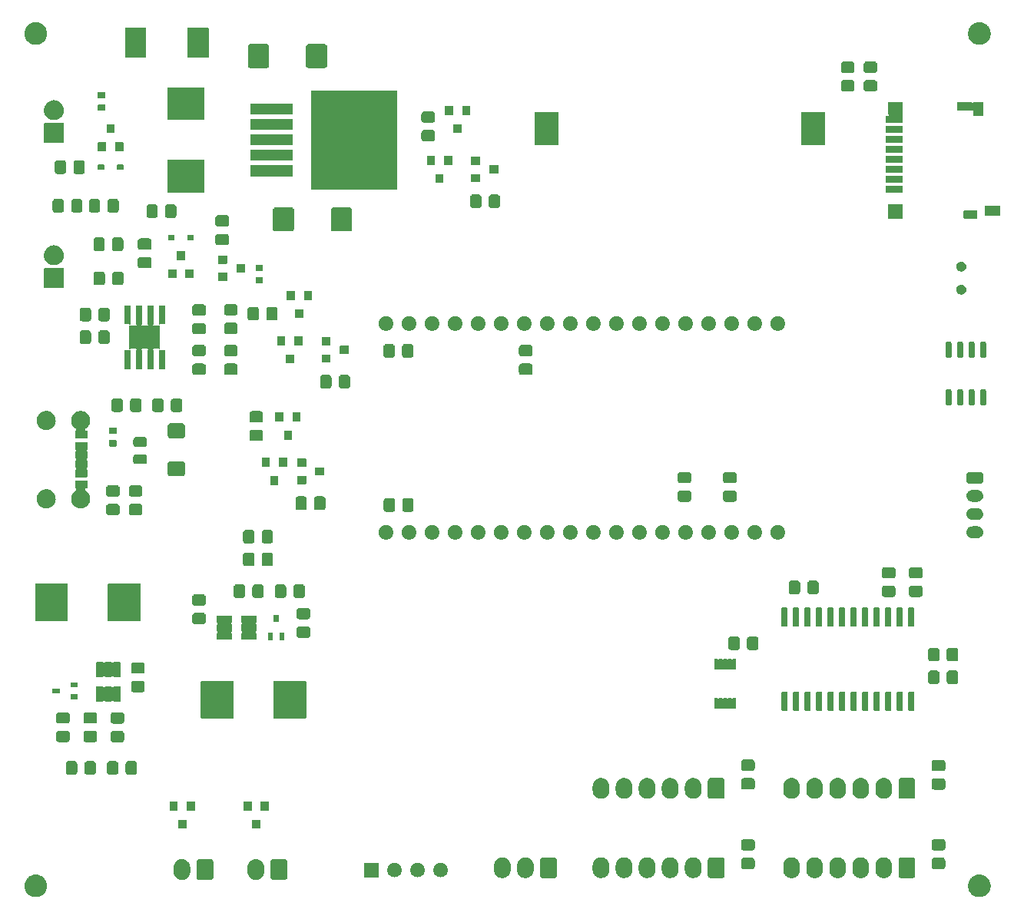
<source format=gbr>
G04 #@! TF.GenerationSoftware,KiCad,Pcbnew,7.0.2-6a45011f42~172~ubuntu22.04.1*
G04 #@! TF.CreationDate,2023-04-26T17:53:44-03:00*
G04 #@! TF.ProjectId,envcity_aqm_v2,656e7663-6974-4795-9f61-716d5f76322e,rev?*
G04 #@! TF.SameCoordinates,Original*
G04 #@! TF.FileFunction,Soldermask,Top*
G04 #@! TF.FilePolarity,Negative*
%FSLAX46Y46*%
G04 Gerber Fmt 4.6, Leading zero omitted, Abs format (unit mm)*
G04 Created by KiCad (PCBNEW 7.0.2-6a45011f42~172~ubuntu22.04.1) date 2023-04-26 17:53:44*
%MOMM*%
%LPD*%
G01*
G04 APERTURE LIST*
G04 APERTURE END LIST*
G36*
X114553676Y-155754696D02*
G01*
X114603189Y-155754696D01*
X114657755Y-155763801D01*
X114717060Y-155768990D01*
X114763637Y-155781470D01*
X114806752Y-155788665D01*
X114864589Y-155808520D01*
X114927525Y-155825384D01*
X114966075Y-155843360D01*
X115001947Y-155855675D01*
X115060883Y-155887569D01*
X115125000Y-155917468D01*
X115155185Y-155938603D01*
X115183448Y-155953899D01*
X115240977Y-155998676D01*
X115303485Y-156042444D01*
X115325515Y-156064474D01*
X115346312Y-156080661D01*
X115399736Y-156138695D01*
X115457556Y-156196515D01*
X115472149Y-156217357D01*
X115486086Y-156232496D01*
X115532585Y-156303668D01*
X115582532Y-156375000D01*
X115590868Y-156392876D01*
X115598965Y-156405270D01*
X115635719Y-156489060D01*
X115674616Y-156572475D01*
X115678238Y-156585993D01*
X115681867Y-156594266D01*
X115706165Y-156690218D01*
X115731010Y-156782940D01*
X115731730Y-156791172D01*
X115732529Y-156794327D01*
X115741890Y-156907306D01*
X115750000Y-157000000D01*
X115741888Y-157092721D01*
X115732529Y-157205672D01*
X115731730Y-157208825D01*
X115731010Y-157217060D01*
X115706160Y-157309798D01*
X115681867Y-157405733D01*
X115678238Y-157414004D01*
X115674616Y-157427525D01*
X115635711Y-157510955D01*
X115598965Y-157594729D01*
X115590869Y-157607119D01*
X115582532Y-157625000D01*
X115532575Y-157696345D01*
X115486086Y-157767503D01*
X115472152Y-157782638D01*
X115457556Y-157803485D01*
X115399725Y-157861315D01*
X115346312Y-157919338D01*
X115325519Y-157935521D01*
X115303485Y-157957556D01*
X115240964Y-158001332D01*
X115183448Y-158046100D01*
X115155191Y-158061391D01*
X115125000Y-158082532D01*
X115060870Y-158112436D01*
X115001947Y-158144324D01*
X114966083Y-158156635D01*
X114927525Y-158174616D01*
X114864575Y-158191483D01*
X114806752Y-158211334D01*
X114763645Y-158218527D01*
X114717060Y-158231010D01*
X114657751Y-158236198D01*
X114603189Y-158245304D01*
X114553676Y-158245304D01*
X114500000Y-158250000D01*
X114446324Y-158245304D01*
X114396811Y-158245304D01*
X114342247Y-158236198D01*
X114282940Y-158231010D01*
X114236356Y-158218527D01*
X114193247Y-158211334D01*
X114135419Y-158191481D01*
X114072475Y-158174616D01*
X114033918Y-158156637D01*
X113998052Y-158144324D01*
X113939122Y-158112432D01*
X113875000Y-158082532D01*
X113844811Y-158061394D01*
X113816551Y-158046100D01*
X113759025Y-158001325D01*
X113696515Y-157957556D01*
X113674483Y-157935524D01*
X113653687Y-157919338D01*
X113600262Y-157861303D01*
X113542444Y-157803485D01*
X113527850Y-157782642D01*
X113513913Y-157767503D01*
X113467409Y-157696324D01*
X113417468Y-157625000D01*
X113409132Y-157607125D01*
X113401034Y-157594729D01*
X113364271Y-157510919D01*
X113325384Y-157427525D01*
X113321762Y-157414010D01*
X113318132Y-157405733D01*
X113293821Y-157309730D01*
X113268990Y-157217060D01*
X113268270Y-157208831D01*
X113267470Y-157205672D01*
X113258092Y-157092495D01*
X113250000Y-157000000D01*
X113258091Y-156907512D01*
X113267470Y-156794327D01*
X113268270Y-156791166D01*
X113268990Y-156782940D01*
X113293816Y-156690286D01*
X113318132Y-156594266D01*
X113321763Y-156585987D01*
X113325384Y-156572475D01*
X113364264Y-156489096D01*
X113401034Y-156405270D01*
X113409134Y-156392871D01*
X113417468Y-156375000D01*
X113467399Y-156303689D01*
X113513913Y-156232496D01*
X113527853Y-156217352D01*
X113542444Y-156196515D01*
X113600250Y-156138708D01*
X113653687Y-156080661D01*
X113674488Y-156064470D01*
X113696515Y-156042444D01*
X113759012Y-155998683D01*
X113816551Y-155953899D01*
X113844817Y-155938601D01*
X113875000Y-155917468D01*
X113939109Y-155887573D01*
X113998052Y-155855675D01*
X114033927Y-155843359D01*
X114072475Y-155825384D01*
X114135406Y-155808521D01*
X114193247Y-155788665D01*
X114236364Y-155781469D01*
X114282940Y-155768990D01*
X114342244Y-155763801D01*
X114396811Y-155754696D01*
X114446324Y-155754696D01*
X114500000Y-155750000D01*
X114553676Y-155754696D01*
G37*
G36*
X171688914Y-153856995D02*
G01*
X171704726Y-153863976D01*
X171712531Y-153865213D01*
X171745039Y-153881776D01*
X171790106Y-153901676D01*
X171868324Y-153979894D01*
X171888226Y-154024967D01*
X171904786Y-154057468D01*
X171906021Y-154065270D01*
X171913005Y-154081086D01*
X171921000Y-154150000D01*
X171921000Y-155850000D01*
X171913005Y-155918914D01*
X171906021Y-155934729D01*
X171904786Y-155942531D01*
X171888229Y-155975024D01*
X171868324Y-156020106D01*
X171790106Y-156098324D01*
X171745024Y-156118229D01*
X171712531Y-156134786D01*
X171704729Y-156136021D01*
X171688914Y-156143005D01*
X171620000Y-156151000D01*
X170380000Y-156151000D01*
X170311086Y-156143005D01*
X170295270Y-156136021D01*
X170287468Y-156134786D01*
X170254967Y-156118226D01*
X170209894Y-156098324D01*
X170131676Y-156020106D01*
X170111776Y-155975039D01*
X170095213Y-155942531D01*
X170093976Y-155934726D01*
X170086995Y-155918914D01*
X170079000Y-155850000D01*
X170079000Y-154150000D01*
X170086995Y-154081086D01*
X170093976Y-154065274D01*
X170095213Y-154057468D01*
X170111780Y-154024953D01*
X170131676Y-153979894D01*
X170209894Y-153901676D01*
X170254953Y-153881780D01*
X170287468Y-153865213D01*
X170295274Y-153863976D01*
X170311086Y-153856995D01*
X170380000Y-153849000D01*
X171620000Y-153849000D01*
X171688914Y-153856995D01*
G37*
G36*
X190188914Y-153856995D02*
G01*
X190204726Y-153863976D01*
X190212531Y-153865213D01*
X190245039Y-153881776D01*
X190290106Y-153901676D01*
X190368324Y-153979894D01*
X190388226Y-154024967D01*
X190404786Y-154057468D01*
X190406021Y-154065270D01*
X190413005Y-154081086D01*
X190421000Y-154150000D01*
X190421000Y-155850000D01*
X190413005Y-155918914D01*
X190406021Y-155934729D01*
X190404786Y-155942531D01*
X190388229Y-155975024D01*
X190368324Y-156020106D01*
X190290106Y-156098324D01*
X190245024Y-156118229D01*
X190212531Y-156134786D01*
X190204729Y-156136021D01*
X190188914Y-156143005D01*
X190120000Y-156151000D01*
X188880000Y-156151000D01*
X188811086Y-156143005D01*
X188795270Y-156136021D01*
X188787468Y-156134786D01*
X188754967Y-156118226D01*
X188709894Y-156098324D01*
X188631676Y-156020106D01*
X188611776Y-155975039D01*
X188595213Y-155942531D01*
X188593976Y-155934726D01*
X188586995Y-155918914D01*
X188579000Y-155850000D01*
X188579000Y-154150000D01*
X188586995Y-154081086D01*
X188593976Y-154065274D01*
X188595213Y-154057468D01*
X188611780Y-154024953D01*
X188631676Y-153979894D01*
X188709894Y-153901676D01*
X188754953Y-153881780D01*
X188787468Y-153865213D01*
X188795274Y-153863976D01*
X188811086Y-153856995D01*
X188880000Y-153849000D01*
X190120000Y-153849000D01*
X190188914Y-153856995D01*
G37*
G36*
X211188914Y-153856995D02*
G01*
X211204726Y-153863976D01*
X211212531Y-153865213D01*
X211245039Y-153881776D01*
X211290106Y-153901676D01*
X211368324Y-153979894D01*
X211388226Y-154024967D01*
X211404786Y-154057468D01*
X211406021Y-154065270D01*
X211413005Y-154081086D01*
X211421000Y-154150000D01*
X211421000Y-155850000D01*
X211413005Y-155918914D01*
X211406021Y-155934729D01*
X211404786Y-155942531D01*
X211388229Y-155975024D01*
X211368324Y-156020106D01*
X211290106Y-156098324D01*
X211245024Y-156118229D01*
X211212531Y-156134786D01*
X211204729Y-156136021D01*
X211188914Y-156143005D01*
X211120000Y-156151000D01*
X209880000Y-156151000D01*
X209811086Y-156143005D01*
X209795270Y-156136021D01*
X209787468Y-156134786D01*
X209754967Y-156118226D01*
X209709894Y-156098324D01*
X209631676Y-156020106D01*
X209611776Y-155975039D01*
X209595213Y-155942531D01*
X209593976Y-155934726D01*
X209586995Y-155918914D01*
X209579000Y-155850000D01*
X209579000Y-154150000D01*
X209586995Y-154081086D01*
X209593976Y-154065274D01*
X209595213Y-154057468D01*
X209611780Y-154024953D01*
X209631676Y-153979894D01*
X209709894Y-153901676D01*
X209754953Y-153881780D01*
X209787468Y-153865213D01*
X209795274Y-153863976D01*
X209811086Y-153856995D01*
X209880000Y-153849000D01*
X211120000Y-153849000D01*
X211188914Y-153856995D01*
G37*
G36*
X218553676Y-155754696D02*
G01*
X218603189Y-155754696D01*
X218657755Y-155763801D01*
X218717060Y-155768990D01*
X218763637Y-155781470D01*
X218806752Y-155788665D01*
X218864589Y-155808520D01*
X218927525Y-155825384D01*
X218966075Y-155843360D01*
X219001947Y-155855675D01*
X219060883Y-155887569D01*
X219125000Y-155917468D01*
X219155185Y-155938603D01*
X219183448Y-155953899D01*
X219240977Y-155998676D01*
X219303485Y-156042444D01*
X219325515Y-156064474D01*
X219346312Y-156080661D01*
X219399736Y-156138695D01*
X219457556Y-156196515D01*
X219472149Y-156217357D01*
X219486086Y-156232496D01*
X219532585Y-156303668D01*
X219582532Y-156375000D01*
X219590868Y-156392876D01*
X219598965Y-156405270D01*
X219635719Y-156489060D01*
X219674616Y-156572475D01*
X219678238Y-156585993D01*
X219681867Y-156594266D01*
X219706165Y-156690218D01*
X219731010Y-156782940D01*
X219731730Y-156791172D01*
X219732529Y-156794327D01*
X219741890Y-156907306D01*
X219750000Y-157000000D01*
X219741888Y-157092721D01*
X219732529Y-157205672D01*
X219731730Y-157208825D01*
X219731010Y-157217060D01*
X219706160Y-157309798D01*
X219681867Y-157405733D01*
X219678238Y-157414004D01*
X219674616Y-157427525D01*
X219635711Y-157510955D01*
X219598965Y-157594729D01*
X219590869Y-157607119D01*
X219582532Y-157625000D01*
X219532575Y-157696345D01*
X219486086Y-157767503D01*
X219472152Y-157782638D01*
X219457556Y-157803485D01*
X219399725Y-157861315D01*
X219346312Y-157919338D01*
X219325519Y-157935521D01*
X219303485Y-157957556D01*
X219240964Y-158001332D01*
X219183448Y-158046100D01*
X219155191Y-158061391D01*
X219125000Y-158082532D01*
X219060870Y-158112436D01*
X219001947Y-158144324D01*
X218966083Y-158156635D01*
X218927525Y-158174616D01*
X218864575Y-158191483D01*
X218806752Y-158211334D01*
X218763645Y-158218527D01*
X218717060Y-158231010D01*
X218657751Y-158236198D01*
X218603189Y-158245304D01*
X218553676Y-158245304D01*
X218500000Y-158250000D01*
X218446324Y-158245304D01*
X218396811Y-158245304D01*
X218342247Y-158236198D01*
X218282940Y-158231010D01*
X218236356Y-158218527D01*
X218193247Y-158211334D01*
X218135419Y-158191481D01*
X218072475Y-158174616D01*
X218033918Y-158156637D01*
X217998052Y-158144324D01*
X217939122Y-158112432D01*
X217875000Y-158082532D01*
X217844811Y-158061394D01*
X217816551Y-158046100D01*
X217759025Y-158001325D01*
X217696515Y-157957556D01*
X217674483Y-157935524D01*
X217653687Y-157919338D01*
X217600262Y-157861303D01*
X217542444Y-157803485D01*
X217527850Y-157782642D01*
X217513913Y-157767503D01*
X217467409Y-157696324D01*
X217417468Y-157625000D01*
X217409132Y-157607125D01*
X217401034Y-157594729D01*
X217364271Y-157510919D01*
X217325384Y-157427525D01*
X217321762Y-157414010D01*
X217318132Y-157405733D01*
X217293821Y-157309730D01*
X217268990Y-157217060D01*
X217268270Y-157208831D01*
X217267470Y-157205672D01*
X217258093Y-157092505D01*
X217250000Y-157000000D01*
X217258090Y-156907522D01*
X217267470Y-156794327D01*
X217268270Y-156791166D01*
X217268990Y-156782940D01*
X217293816Y-156690286D01*
X217318132Y-156594266D01*
X217321763Y-156585987D01*
X217325384Y-156572475D01*
X217364264Y-156489096D01*
X217401034Y-156405270D01*
X217409134Y-156392871D01*
X217417468Y-156375000D01*
X217467399Y-156303689D01*
X217513913Y-156232496D01*
X217527853Y-156217352D01*
X217542444Y-156196515D01*
X217600250Y-156138708D01*
X217653687Y-156080661D01*
X217674488Y-156064470D01*
X217696515Y-156042444D01*
X217759012Y-155998683D01*
X217816551Y-155953899D01*
X217844817Y-155938601D01*
X217875000Y-155917468D01*
X217939109Y-155887573D01*
X217998052Y-155855675D01*
X218033927Y-155843359D01*
X218072475Y-155825384D01*
X218135406Y-155808521D01*
X218193247Y-155788665D01*
X218236364Y-155781469D01*
X218282940Y-155768990D01*
X218342244Y-155763801D01*
X218396811Y-155754696D01*
X218446324Y-155754696D01*
X218500000Y-155750000D01*
X218553676Y-155754696D01*
G37*
G36*
X133838914Y-154056995D02*
G01*
X133854726Y-154063976D01*
X133862531Y-154065213D01*
X133895039Y-154081776D01*
X133940106Y-154101676D01*
X134018324Y-154179894D01*
X134038226Y-154224967D01*
X134054786Y-154257468D01*
X134056021Y-154265270D01*
X134063005Y-154281086D01*
X134071000Y-154350000D01*
X134071000Y-156050000D01*
X134063005Y-156118914D01*
X134056021Y-156134729D01*
X134054786Y-156142531D01*
X134038229Y-156175024D01*
X134018324Y-156220106D01*
X133940106Y-156298324D01*
X133895024Y-156318229D01*
X133862531Y-156334786D01*
X133854729Y-156336021D01*
X133838914Y-156343005D01*
X133770000Y-156351000D01*
X132530000Y-156351000D01*
X132461086Y-156343005D01*
X132445270Y-156336021D01*
X132437468Y-156334786D01*
X132404967Y-156318226D01*
X132359894Y-156298324D01*
X132281676Y-156220106D01*
X132261776Y-156175039D01*
X132245213Y-156142531D01*
X132243976Y-156134726D01*
X132236995Y-156118914D01*
X132229000Y-156050000D01*
X132229000Y-154350000D01*
X132236995Y-154281086D01*
X132243976Y-154265274D01*
X132245213Y-154257468D01*
X132261780Y-154224953D01*
X132281676Y-154179894D01*
X132359894Y-154101676D01*
X132404953Y-154081780D01*
X132437468Y-154065213D01*
X132445274Y-154063976D01*
X132461086Y-154056995D01*
X132530000Y-154049000D01*
X133770000Y-154049000D01*
X133838914Y-154056995D01*
G37*
G36*
X141988914Y-154056995D02*
G01*
X142004726Y-154063976D01*
X142012531Y-154065213D01*
X142045039Y-154081776D01*
X142090106Y-154101676D01*
X142168324Y-154179894D01*
X142188226Y-154224967D01*
X142204786Y-154257468D01*
X142206021Y-154265270D01*
X142213005Y-154281086D01*
X142221000Y-154350000D01*
X142221000Y-156050000D01*
X142213005Y-156118914D01*
X142206021Y-156134729D01*
X142204786Y-156142531D01*
X142188229Y-156175024D01*
X142168324Y-156220106D01*
X142090106Y-156298324D01*
X142045024Y-156318229D01*
X142012531Y-156334786D01*
X142004729Y-156336021D01*
X141988914Y-156343005D01*
X141920000Y-156351000D01*
X140680000Y-156351000D01*
X140611086Y-156343005D01*
X140595270Y-156336021D01*
X140587468Y-156334786D01*
X140554967Y-156318226D01*
X140509894Y-156298324D01*
X140431676Y-156220106D01*
X140411776Y-156175039D01*
X140395213Y-156142531D01*
X140393976Y-156134726D01*
X140386995Y-156118914D01*
X140379000Y-156050000D01*
X140379000Y-154350000D01*
X140386995Y-154281086D01*
X140393976Y-154265274D01*
X140395213Y-154257468D01*
X140411780Y-154224953D01*
X140431676Y-154179894D01*
X140509894Y-154101676D01*
X140554953Y-154081780D01*
X140587468Y-154065213D01*
X140595274Y-154063976D01*
X140611086Y-154056995D01*
X140680000Y-154049000D01*
X141920000Y-154049000D01*
X141988914Y-154056995D01*
G37*
G36*
X130655087Y-154054045D02*
G01*
X130706271Y-154054045D01*
X130750471Y-154063440D01*
X130789557Y-154067290D01*
X130838663Y-154082186D01*
X130894605Y-154094077D01*
X130930399Y-154110013D01*
X130962222Y-154119667D01*
X131012799Y-154146700D01*
X131070500Y-154172391D01*
X131097323Y-154191879D01*
X131121343Y-154204718D01*
X131170341Y-154244929D01*
X131226269Y-154285564D01*
X131244429Y-154305732D01*
X131260817Y-154319182D01*
X131304854Y-154372841D01*
X131355105Y-154428650D01*
X131365661Y-154446934D01*
X131375281Y-154458656D01*
X131410867Y-154525233D01*
X131451375Y-154595396D01*
X131456034Y-154609737D01*
X131460332Y-154617777D01*
X131484017Y-154695857D01*
X131510874Y-154778513D01*
X131511819Y-154787510D01*
X131512709Y-154790442D01*
X131521377Y-154878444D01*
X131531000Y-154970000D01*
X131531000Y-155430000D01*
X131521375Y-155521570D01*
X131512709Y-155609557D01*
X131511819Y-155612488D01*
X131510874Y-155621487D01*
X131484012Y-155704156D01*
X131460332Y-155782222D01*
X131456035Y-155790259D01*
X131451375Y-155804604D01*
X131410859Y-155874778D01*
X131375281Y-155941343D01*
X131365663Y-155953061D01*
X131355105Y-155971350D01*
X131304844Y-156027169D01*
X131260817Y-156080817D01*
X131244432Y-156094263D01*
X131226269Y-156114436D01*
X131170330Y-156155077D01*
X131121343Y-156195281D01*
X131097328Y-156208116D01*
X131070500Y-156227609D01*
X131012788Y-156253304D01*
X130962222Y-156280332D01*
X130930406Y-156289983D01*
X130894605Y-156305923D01*
X130838652Y-156317816D01*
X130789557Y-156332709D01*
X130750479Y-156336558D01*
X130706271Y-156345955D01*
X130655077Y-156345955D01*
X130610000Y-156350395D01*
X130564923Y-156345955D01*
X130513729Y-156345955D01*
X130469520Y-156336558D01*
X130430442Y-156332709D01*
X130381344Y-156317815D01*
X130325395Y-156305923D01*
X130289595Y-156289984D01*
X130257777Y-156280332D01*
X130207205Y-156253301D01*
X130149500Y-156227609D01*
X130122674Y-156208118D01*
X130098656Y-156195281D01*
X130049660Y-156155071D01*
X129993731Y-156114436D01*
X129975570Y-156094266D01*
X129959182Y-156080817D01*
X129915143Y-156027156D01*
X129864895Y-155971350D01*
X129854338Y-155953065D01*
X129844718Y-155941343D01*
X129809126Y-155874755D01*
X129768625Y-155804604D01*
X129763965Y-155790264D01*
X129759667Y-155782222D01*
X129735972Y-155704109D01*
X129709126Y-155621487D01*
X129708180Y-155612493D01*
X129707290Y-155609557D01*
X129698616Y-155521491D01*
X129689000Y-155430000D01*
X129689000Y-154970000D01*
X129698614Y-154878523D01*
X129707290Y-154790442D01*
X129708180Y-154787505D01*
X129709126Y-154778513D01*
X129735967Y-154695904D01*
X129759667Y-154617777D01*
X129763966Y-154609732D01*
X129768625Y-154595396D01*
X129809119Y-154525256D01*
X129844718Y-154458656D01*
X129854340Y-154446930D01*
X129864895Y-154428650D01*
X129915134Y-154372853D01*
X129959182Y-154319182D01*
X129975573Y-154305729D01*
X129993731Y-154285564D01*
X130049650Y-154244936D01*
X130098656Y-154204718D01*
X130122679Y-154191877D01*
X130149500Y-154172391D01*
X130207194Y-154146703D01*
X130257777Y-154119667D01*
X130289602Y-154110012D01*
X130325395Y-154094077D01*
X130381333Y-154082186D01*
X130430442Y-154067290D01*
X130469529Y-154063439D01*
X130513729Y-154054045D01*
X130564913Y-154054045D01*
X130610000Y-154049604D01*
X130655087Y-154054045D01*
G37*
G36*
X138805087Y-154054045D02*
G01*
X138856271Y-154054045D01*
X138900471Y-154063440D01*
X138939557Y-154067290D01*
X138988663Y-154082186D01*
X139044605Y-154094077D01*
X139080399Y-154110013D01*
X139112222Y-154119667D01*
X139162799Y-154146700D01*
X139220500Y-154172391D01*
X139247323Y-154191879D01*
X139271343Y-154204718D01*
X139320341Y-154244929D01*
X139376269Y-154285564D01*
X139394429Y-154305732D01*
X139410817Y-154319182D01*
X139454854Y-154372841D01*
X139505105Y-154428650D01*
X139515661Y-154446934D01*
X139525281Y-154458656D01*
X139560867Y-154525233D01*
X139601375Y-154595396D01*
X139606034Y-154609737D01*
X139610332Y-154617777D01*
X139634017Y-154695857D01*
X139660874Y-154778513D01*
X139661819Y-154787510D01*
X139662709Y-154790442D01*
X139671377Y-154878444D01*
X139681000Y-154970000D01*
X139681000Y-155430000D01*
X139671375Y-155521570D01*
X139662709Y-155609557D01*
X139661819Y-155612488D01*
X139660874Y-155621487D01*
X139634012Y-155704156D01*
X139610332Y-155782222D01*
X139606035Y-155790259D01*
X139601375Y-155804604D01*
X139560859Y-155874778D01*
X139525281Y-155941343D01*
X139515663Y-155953061D01*
X139505105Y-155971350D01*
X139454844Y-156027169D01*
X139410817Y-156080817D01*
X139394432Y-156094263D01*
X139376269Y-156114436D01*
X139320330Y-156155077D01*
X139271343Y-156195281D01*
X139247328Y-156208116D01*
X139220500Y-156227609D01*
X139162788Y-156253304D01*
X139112222Y-156280332D01*
X139080406Y-156289983D01*
X139044605Y-156305923D01*
X138988652Y-156317816D01*
X138939557Y-156332709D01*
X138900479Y-156336558D01*
X138856271Y-156345955D01*
X138805077Y-156345955D01*
X138760000Y-156350395D01*
X138714923Y-156345955D01*
X138663729Y-156345955D01*
X138619520Y-156336558D01*
X138580442Y-156332709D01*
X138531344Y-156317815D01*
X138475395Y-156305923D01*
X138439595Y-156289984D01*
X138407777Y-156280332D01*
X138357205Y-156253301D01*
X138299500Y-156227609D01*
X138272674Y-156208118D01*
X138248656Y-156195281D01*
X138199660Y-156155071D01*
X138143731Y-156114436D01*
X138125570Y-156094266D01*
X138109182Y-156080817D01*
X138065143Y-156027156D01*
X138014895Y-155971350D01*
X138004338Y-155953065D01*
X137994718Y-155941343D01*
X137959126Y-155874755D01*
X137918625Y-155804604D01*
X137913965Y-155790264D01*
X137909667Y-155782222D01*
X137885972Y-155704109D01*
X137859126Y-155621487D01*
X137858180Y-155612493D01*
X137857290Y-155609557D01*
X137848616Y-155521491D01*
X137839000Y-155430000D01*
X137839000Y-154970000D01*
X137848614Y-154878523D01*
X137857290Y-154790442D01*
X137858180Y-154787505D01*
X137859126Y-154778513D01*
X137885967Y-154695904D01*
X137909667Y-154617777D01*
X137913966Y-154609732D01*
X137918625Y-154595396D01*
X137959119Y-154525256D01*
X137994718Y-154458656D01*
X138004340Y-154446930D01*
X138014895Y-154428650D01*
X138065134Y-154372853D01*
X138109182Y-154319182D01*
X138125573Y-154305729D01*
X138143731Y-154285564D01*
X138199650Y-154244936D01*
X138248656Y-154204718D01*
X138272679Y-154191877D01*
X138299500Y-154172391D01*
X138357194Y-154146703D01*
X138407777Y-154119667D01*
X138439602Y-154110012D01*
X138475395Y-154094077D01*
X138531333Y-154082186D01*
X138580442Y-154067290D01*
X138619529Y-154063439D01*
X138663729Y-154054045D01*
X138714913Y-154054045D01*
X138760000Y-154049604D01*
X138805087Y-154054045D01*
G37*
G36*
X165965087Y-153854045D02*
G01*
X166016271Y-153854045D01*
X166060471Y-153863440D01*
X166099557Y-153867290D01*
X166148663Y-153882186D01*
X166204605Y-153894077D01*
X166240399Y-153910013D01*
X166272222Y-153919667D01*
X166322799Y-153946700D01*
X166380500Y-153972391D01*
X166407323Y-153991879D01*
X166431343Y-154004718D01*
X166480341Y-154044929D01*
X166536269Y-154085564D01*
X166554429Y-154105732D01*
X166570817Y-154119182D01*
X166614854Y-154172841D01*
X166665105Y-154228650D01*
X166675661Y-154246934D01*
X166685281Y-154258656D01*
X166720867Y-154325233D01*
X166761375Y-154395396D01*
X166766034Y-154409737D01*
X166770332Y-154417777D01*
X166794017Y-154495857D01*
X166820874Y-154578513D01*
X166821819Y-154587510D01*
X166822709Y-154590442D01*
X166831377Y-154678444D01*
X166841000Y-154770000D01*
X166841000Y-155230000D01*
X166831375Y-155321570D01*
X166822709Y-155409557D01*
X166821819Y-155412488D01*
X166820874Y-155421487D01*
X166794012Y-155504156D01*
X166770332Y-155582222D01*
X166766035Y-155590259D01*
X166761375Y-155604604D01*
X166720859Y-155674778D01*
X166685281Y-155741343D01*
X166675663Y-155753061D01*
X166665105Y-155771350D01*
X166614844Y-155827169D01*
X166570817Y-155880817D01*
X166554432Y-155894263D01*
X166536269Y-155914436D01*
X166480330Y-155955077D01*
X166431343Y-155995281D01*
X166407328Y-156008116D01*
X166380500Y-156027609D01*
X166322788Y-156053304D01*
X166272222Y-156080332D01*
X166240406Y-156089983D01*
X166204605Y-156105923D01*
X166148652Y-156117816D01*
X166099557Y-156132709D01*
X166060479Y-156136558D01*
X166016271Y-156145955D01*
X165965077Y-156145955D01*
X165920000Y-156150395D01*
X165874923Y-156145955D01*
X165823729Y-156145955D01*
X165779520Y-156136558D01*
X165740442Y-156132709D01*
X165691344Y-156117815D01*
X165635395Y-156105923D01*
X165599595Y-156089984D01*
X165567777Y-156080332D01*
X165517205Y-156053301D01*
X165459500Y-156027609D01*
X165432674Y-156008118D01*
X165408656Y-155995281D01*
X165359660Y-155955071D01*
X165303731Y-155914436D01*
X165285570Y-155894266D01*
X165269182Y-155880817D01*
X165225143Y-155827156D01*
X165174895Y-155771350D01*
X165164338Y-155753065D01*
X165154718Y-155741343D01*
X165119126Y-155674755D01*
X165078625Y-155604604D01*
X165073965Y-155590264D01*
X165069667Y-155582222D01*
X165045972Y-155504109D01*
X165019126Y-155421487D01*
X165018180Y-155412493D01*
X165017290Y-155409557D01*
X165008616Y-155321491D01*
X164999000Y-155230000D01*
X164999000Y-154770000D01*
X165008614Y-154678523D01*
X165017290Y-154590442D01*
X165018180Y-154587505D01*
X165019126Y-154578513D01*
X165045967Y-154495904D01*
X165069667Y-154417777D01*
X165073966Y-154409732D01*
X165078625Y-154395396D01*
X165119119Y-154325256D01*
X165154718Y-154258656D01*
X165164340Y-154246930D01*
X165174895Y-154228650D01*
X165225134Y-154172853D01*
X165269182Y-154119182D01*
X165285573Y-154105729D01*
X165303731Y-154085564D01*
X165359650Y-154044936D01*
X165408656Y-154004718D01*
X165432679Y-153991877D01*
X165459500Y-153972391D01*
X165517194Y-153946703D01*
X165567777Y-153919667D01*
X165599602Y-153910012D01*
X165635395Y-153894077D01*
X165691333Y-153882186D01*
X165740442Y-153867290D01*
X165779529Y-153863439D01*
X165823729Y-153854045D01*
X165874913Y-153854045D01*
X165920000Y-153849604D01*
X165965087Y-153854045D01*
G37*
G36*
X168505087Y-153854045D02*
G01*
X168556271Y-153854045D01*
X168600471Y-153863440D01*
X168639557Y-153867290D01*
X168688663Y-153882186D01*
X168744605Y-153894077D01*
X168780399Y-153910013D01*
X168812222Y-153919667D01*
X168862799Y-153946700D01*
X168920500Y-153972391D01*
X168947323Y-153991879D01*
X168971343Y-154004718D01*
X169020341Y-154044929D01*
X169076269Y-154085564D01*
X169094429Y-154105732D01*
X169110817Y-154119182D01*
X169154854Y-154172841D01*
X169205105Y-154228650D01*
X169215661Y-154246934D01*
X169225281Y-154258656D01*
X169260867Y-154325233D01*
X169301375Y-154395396D01*
X169306034Y-154409737D01*
X169310332Y-154417777D01*
X169334017Y-154495857D01*
X169360874Y-154578513D01*
X169361819Y-154587510D01*
X169362709Y-154590442D01*
X169371377Y-154678444D01*
X169381000Y-154770000D01*
X169381000Y-155230000D01*
X169371375Y-155321570D01*
X169362709Y-155409557D01*
X169361819Y-155412488D01*
X169360874Y-155421487D01*
X169334012Y-155504156D01*
X169310332Y-155582222D01*
X169306035Y-155590259D01*
X169301375Y-155604604D01*
X169260859Y-155674778D01*
X169225281Y-155741343D01*
X169215663Y-155753061D01*
X169205105Y-155771350D01*
X169154844Y-155827169D01*
X169110817Y-155880817D01*
X169094432Y-155894263D01*
X169076269Y-155914436D01*
X169020330Y-155955077D01*
X168971343Y-155995281D01*
X168947328Y-156008116D01*
X168920500Y-156027609D01*
X168862788Y-156053304D01*
X168812222Y-156080332D01*
X168780406Y-156089983D01*
X168744605Y-156105923D01*
X168688652Y-156117816D01*
X168639557Y-156132709D01*
X168600479Y-156136558D01*
X168556271Y-156145955D01*
X168505077Y-156145955D01*
X168460000Y-156150395D01*
X168414923Y-156145955D01*
X168363729Y-156145955D01*
X168319520Y-156136558D01*
X168280442Y-156132709D01*
X168231344Y-156117815D01*
X168175395Y-156105923D01*
X168139595Y-156089984D01*
X168107777Y-156080332D01*
X168057205Y-156053301D01*
X167999500Y-156027609D01*
X167972674Y-156008118D01*
X167948656Y-155995281D01*
X167899660Y-155955071D01*
X167843731Y-155914436D01*
X167825570Y-155894266D01*
X167809182Y-155880817D01*
X167765143Y-155827156D01*
X167714895Y-155771350D01*
X167704338Y-155753065D01*
X167694718Y-155741343D01*
X167659126Y-155674755D01*
X167618625Y-155604604D01*
X167613965Y-155590264D01*
X167609667Y-155582222D01*
X167585972Y-155504109D01*
X167559126Y-155421487D01*
X167558180Y-155412493D01*
X167557290Y-155409557D01*
X167548616Y-155321491D01*
X167539000Y-155230000D01*
X167539000Y-154770000D01*
X167548614Y-154678523D01*
X167557290Y-154590442D01*
X167558180Y-154587505D01*
X167559126Y-154578513D01*
X167585967Y-154495904D01*
X167609667Y-154417777D01*
X167613966Y-154409732D01*
X167618625Y-154395396D01*
X167659119Y-154325256D01*
X167694718Y-154258656D01*
X167704340Y-154246930D01*
X167714895Y-154228650D01*
X167765134Y-154172853D01*
X167809182Y-154119182D01*
X167825573Y-154105729D01*
X167843731Y-154085564D01*
X167899650Y-154044936D01*
X167948656Y-154004718D01*
X167972679Y-153991877D01*
X167999500Y-153972391D01*
X168057194Y-153946703D01*
X168107777Y-153919667D01*
X168139602Y-153910012D01*
X168175395Y-153894077D01*
X168231333Y-153882186D01*
X168280442Y-153867290D01*
X168319529Y-153863439D01*
X168363729Y-153854045D01*
X168414913Y-153854045D01*
X168460000Y-153849604D01*
X168505087Y-153854045D01*
G37*
G36*
X176845087Y-153854045D02*
G01*
X176896271Y-153854045D01*
X176940471Y-153863440D01*
X176979557Y-153867290D01*
X177028663Y-153882186D01*
X177084605Y-153894077D01*
X177120399Y-153910013D01*
X177152222Y-153919667D01*
X177202799Y-153946700D01*
X177260500Y-153972391D01*
X177287323Y-153991879D01*
X177311343Y-154004718D01*
X177360341Y-154044929D01*
X177416269Y-154085564D01*
X177434429Y-154105732D01*
X177450817Y-154119182D01*
X177494854Y-154172841D01*
X177545105Y-154228650D01*
X177555661Y-154246934D01*
X177565281Y-154258656D01*
X177600867Y-154325233D01*
X177641375Y-154395396D01*
X177646034Y-154409737D01*
X177650332Y-154417777D01*
X177674017Y-154495857D01*
X177700874Y-154578513D01*
X177701819Y-154587510D01*
X177702709Y-154590442D01*
X177711377Y-154678444D01*
X177721000Y-154770000D01*
X177721000Y-155230000D01*
X177711375Y-155321570D01*
X177702709Y-155409557D01*
X177701819Y-155412488D01*
X177700874Y-155421487D01*
X177674012Y-155504156D01*
X177650332Y-155582222D01*
X177646035Y-155590259D01*
X177641375Y-155604604D01*
X177600859Y-155674778D01*
X177565281Y-155741343D01*
X177555663Y-155753061D01*
X177545105Y-155771350D01*
X177494844Y-155827169D01*
X177450817Y-155880817D01*
X177434432Y-155894263D01*
X177416269Y-155914436D01*
X177360330Y-155955077D01*
X177311343Y-155995281D01*
X177287328Y-156008116D01*
X177260500Y-156027609D01*
X177202788Y-156053304D01*
X177152222Y-156080332D01*
X177120406Y-156089983D01*
X177084605Y-156105923D01*
X177028652Y-156117816D01*
X176979557Y-156132709D01*
X176940479Y-156136558D01*
X176896271Y-156145955D01*
X176845077Y-156145955D01*
X176800000Y-156150395D01*
X176754923Y-156145955D01*
X176703729Y-156145955D01*
X176659520Y-156136558D01*
X176620442Y-156132709D01*
X176571344Y-156117815D01*
X176515395Y-156105923D01*
X176479595Y-156089984D01*
X176447777Y-156080332D01*
X176397205Y-156053301D01*
X176339500Y-156027609D01*
X176312674Y-156008118D01*
X176288656Y-155995281D01*
X176239660Y-155955071D01*
X176183731Y-155914436D01*
X176165570Y-155894266D01*
X176149182Y-155880817D01*
X176105143Y-155827156D01*
X176054895Y-155771350D01*
X176044338Y-155753065D01*
X176034718Y-155741343D01*
X175999126Y-155674755D01*
X175958625Y-155604604D01*
X175953965Y-155590264D01*
X175949667Y-155582222D01*
X175925972Y-155504109D01*
X175899126Y-155421487D01*
X175898180Y-155412493D01*
X175897290Y-155409557D01*
X175888616Y-155321491D01*
X175879000Y-155230000D01*
X175879000Y-154770000D01*
X175888614Y-154678523D01*
X175897290Y-154590442D01*
X175898180Y-154587505D01*
X175899126Y-154578513D01*
X175925967Y-154495904D01*
X175949667Y-154417777D01*
X175953966Y-154409732D01*
X175958625Y-154395396D01*
X175999119Y-154325256D01*
X176034718Y-154258656D01*
X176044340Y-154246930D01*
X176054895Y-154228650D01*
X176105134Y-154172853D01*
X176149182Y-154119182D01*
X176165573Y-154105729D01*
X176183731Y-154085564D01*
X176239650Y-154044936D01*
X176288656Y-154004718D01*
X176312679Y-153991877D01*
X176339500Y-153972391D01*
X176397194Y-153946703D01*
X176447777Y-153919667D01*
X176479602Y-153910012D01*
X176515395Y-153894077D01*
X176571333Y-153882186D01*
X176620442Y-153867290D01*
X176659529Y-153863439D01*
X176703729Y-153854045D01*
X176754913Y-153854045D01*
X176800000Y-153849604D01*
X176845087Y-153854045D01*
G37*
G36*
X179385087Y-153854045D02*
G01*
X179436271Y-153854045D01*
X179480471Y-153863440D01*
X179519557Y-153867290D01*
X179568663Y-153882186D01*
X179624605Y-153894077D01*
X179660399Y-153910013D01*
X179692222Y-153919667D01*
X179742799Y-153946700D01*
X179800500Y-153972391D01*
X179827323Y-153991879D01*
X179851343Y-154004718D01*
X179900341Y-154044929D01*
X179956269Y-154085564D01*
X179974429Y-154105732D01*
X179990817Y-154119182D01*
X180034854Y-154172841D01*
X180085105Y-154228650D01*
X180095661Y-154246934D01*
X180105281Y-154258656D01*
X180140867Y-154325233D01*
X180181375Y-154395396D01*
X180186034Y-154409737D01*
X180190332Y-154417777D01*
X180214017Y-154495857D01*
X180240874Y-154578513D01*
X180241819Y-154587510D01*
X180242709Y-154590442D01*
X180251377Y-154678444D01*
X180261000Y-154770000D01*
X180261000Y-155230000D01*
X180251375Y-155321570D01*
X180242709Y-155409557D01*
X180241819Y-155412488D01*
X180240874Y-155421487D01*
X180214012Y-155504156D01*
X180190332Y-155582222D01*
X180186035Y-155590259D01*
X180181375Y-155604604D01*
X180140859Y-155674778D01*
X180105281Y-155741343D01*
X180095663Y-155753061D01*
X180085105Y-155771350D01*
X180034844Y-155827169D01*
X179990817Y-155880817D01*
X179974432Y-155894263D01*
X179956269Y-155914436D01*
X179900330Y-155955077D01*
X179851343Y-155995281D01*
X179827328Y-156008116D01*
X179800500Y-156027609D01*
X179742788Y-156053304D01*
X179692222Y-156080332D01*
X179660406Y-156089983D01*
X179624605Y-156105923D01*
X179568652Y-156117816D01*
X179519557Y-156132709D01*
X179480479Y-156136558D01*
X179436271Y-156145955D01*
X179385077Y-156145955D01*
X179340000Y-156150395D01*
X179294923Y-156145955D01*
X179243729Y-156145955D01*
X179199520Y-156136558D01*
X179160442Y-156132709D01*
X179111344Y-156117815D01*
X179055395Y-156105923D01*
X179019595Y-156089984D01*
X178987777Y-156080332D01*
X178937205Y-156053301D01*
X178879500Y-156027609D01*
X178852674Y-156008118D01*
X178828656Y-155995281D01*
X178779660Y-155955071D01*
X178723731Y-155914436D01*
X178705570Y-155894266D01*
X178689182Y-155880817D01*
X178645143Y-155827156D01*
X178594895Y-155771350D01*
X178584338Y-155753065D01*
X178574718Y-155741343D01*
X178539126Y-155674755D01*
X178498625Y-155604604D01*
X178493965Y-155590264D01*
X178489667Y-155582222D01*
X178465972Y-155504109D01*
X178439126Y-155421487D01*
X178438180Y-155412493D01*
X178437290Y-155409557D01*
X178428616Y-155321491D01*
X178419000Y-155230000D01*
X178419000Y-154770000D01*
X178428614Y-154678523D01*
X178437290Y-154590442D01*
X178438180Y-154587505D01*
X178439126Y-154578513D01*
X178465967Y-154495904D01*
X178489667Y-154417777D01*
X178493966Y-154409732D01*
X178498625Y-154395396D01*
X178539119Y-154325256D01*
X178574718Y-154258656D01*
X178584340Y-154246930D01*
X178594895Y-154228650D01*
X178645134Y-154172853D01*
X178689182Y-154119182D01*
X178705573Y-154105729D01*
X178723731Y-154085564D01*
X178779650Y-154044936D01*
X178828656Y-154004718D01*
X178852679Y-153991877D01*
X178879500Y-153972391D01*
X178937194Y-153946703D01*
X178987777Y-153919667D01*
X179019602Y-153910012D01*
X179055395Y-153894077D01*
X179111333Y-153882186D01*
X179160442Y-153867290D01*
X179199529Y-153863439D01*
X179243729Y-153854045D01*
X179294913Y-153854045D01*
X179340000Y-153849604D01*
X179385087Y-153854045D01*
G37*
G36*
X181925087Y-153854045D02*
G01*
X181976271Y-153854045D01*
X182020471Y-153863440D01*
X182059557Y-153867290D01*
X182108663Y-153882186D01*
X182164605Y-153894077D01*
X182200399Y-153910013D01*
X182232222Y-153919667D01*
X182282799Y-153946700D01*
X182340500Y-153972391D01*
X182367323Y-153991879D01*
X182391343Y-154004718D01*
X182440341Y-154044929D01*
X182496269Y-154085564D01*
X182514429Y-154105732D01*
X182530817Y-154119182D01*
X182574854Y-154172841D01*
X182625105Y-154228650D01*
X182635661Y-154246934D01*
X182645281Y-154258656D01*
X182680867Y-154325233D01*
X182721375Y-154395396D01*
X182726034Y-154409737D01*
X182730332Y-154417777D01*
X182754017Y-154495857D01*
X182780874Y-154578513D01*
X182781819Y-154587510D01*
X182782709Y-154590442D01*
X182791377Y-154678444D01*
X182801000Y-154770000D01*
X182801000Y-155230000D01*
X182791375Y-155321570D01*
X182782709Y-155409557D01*
X182781819Y-155412488D01*
X182780874Y-155421487D01*
X182754012Y-155504156D01*
X182730332Y-155582222D01*
X182726035Y-155590259D01*
X182721375Y-155604604D01*
X182680859Y-155674778D01*
X182645281Y-155741343D01*
X182635663Y-155753061D01*
X182625105Y-155771350D01*
X182574844Y-155827169D01*
X182530817Y-155880817D01*
X182514432Y-155894263D01*
X182496269Y-155914436D01*
X182440330Y-155955077D01*
X182391343Y-155995281D01*
X182367328Y-156008116D01*
X182340500Y-156027609D01*
X182282788Y-156053304D01*
X182232222Y-156080332D01*
X182200406Y-156089983D01*
X182164605Y-156105923D01*
X182108652Y-156117816D01*
X182059557Y-156132709D01*
X182020479Y-156136558D01*
X181976271Y-156145955D01*
X181925077Y-156145955D01*
X181880000Y-156150395D01*
X181834923Y-156145955D01*
X181783729Y-156145955D01*
X181739520Y-156136558D01*
X181700442Y-156132709D01*
X181651344Y-156117815D01*
X181595395Y-156105923D01*
X181559595Y-156089984D01*
X181527777Y-156080332D01*
X181477205Y-156053301D01*
X181419500Y-156027609D01*
X181392674Y-156008118D01*
X181368656Y-155995281D01*
X181319660Y-155955071D01*
X181263731Y-155914436D01*
X181245570Y-155894266D01*
X181229182Y-155880817D01*
X181185143Y-155827156D01*
X181134895Y-155771350D01*
X181124338Y-155753065D01*
X181114718Y-155741343D01*
X181079126Y-155674755D01*
X181038625Y-155604604D01*
X181033965Y-155590264D01*
X181029667Y-155582222D01*
X181005972Y-155504109D01*
X180979126Y-155421487D01*
X180978180Y-155412493D01*
X180977290Y-155409557D01*
X180968616Y-155321491D01*
X180959000Y-155230000D01*
X180959000Y-154770000D01*
X180968614Y-154678523D01*
X180977290Y-154590442D01*
X180978180Y-154587505D01*
X180979126Y-154578513D01*
X181005967Y-154495904D01*
X181029667Y-154417777D01*
X181033966Y-154409732D01*
X181038625Y-154395396D01*
X181079119Y-154325256D01*
X181114718Y-154258656D01*
X181124340Y-154246930D01*
X181134895Y-154228650D01*
X181185134Y-154172853D01*
X181229182Y-154119182D01*
X181245573Y-154105729D01*
X181263731Y-154085564D01*
X181319650Y-154044936D01*
X181368656Y-154004718D01*
X181392679Y-153991877D01*
X181419500Y-153972391D01*
X181477194Y-153946703D01*
X181527777Y-153919667D01*
X181559602Y-153910012D01*
X181595395Y-153894077D01*
X181651333Y-153882186D01*
X181700442Y-153867290D01*
X181739529Y-153863439D01*
X181783729Y-153854045D01*
X181834913Y-153854045D01*
X181880000Y-153849604D01*
X181925087Y-153854045D01*
G37*
G36*
X184465087Y-153854045D02*
G01*
X184516271Y-153854045D01*
X184560471Y-153863440D01*
X184599557Y-153867290D01*
X184648663Y-153882186D01*
X184704605Y-153894077D01*
X184740399Y-153910013D01*
X184772222Y-153919667D01*
X184822799Y-153946700D01*
X184880500Y-153972391D01*
X184907323Y-153991879D01*
X184931343Y-154004718D01*
X184980341Y-154044929D01*
X185036269Y-154085564D01*
X185054429Y-154105732D01*
X185070817Y-154119182D01*
X185114854Y-154172841D01*
X185165105Y-154228650D01*
X185175661Y-154246934D01*
X185185281Y-154258656D01*
X185220867Y-154325233D01*
X185261375Y-154395396D01*
X185266034Y-154409737D01*
X185270332Y-154417777D01*
X185294017Y-154495857D01*
X185320874Y-154578513D01*
X185321819Y-154587510D01*
X185322709Y-154590442D01*
X185331377Y-154678444D01*
X185341000Y-154770000D01*
X185341000Y-155230000D01*
X185331375Y-155321570D01*
X185322709Y-155409557D01*
X185321819Y-155412488D01*
X185320874Y-155421487D01*
X185294012Y-155504156D01*
X185270332Y-155582222D01*
X185266035Y-155590259D01*
X185261375Y-155604604D01*
X185220859Y-155674778D01*
X185185281Y-155741343D01*
X185175663Y-155753061D01*
X185165105Y-155771350D01*
X185114844Y-155827169D01*
X185070817Y-155880817D01*
X185054432Y-155894263D01*
X185036269Y-155914436D01*
X184980330Y-155955077D01*
X184931343Y-155995281D01*
X184907328Y-156008116D01*
X184880500Y-156027609D01*
X184822788Y-156053304D01*
X184772222Y-156080332D01*
X184740406Y-156089983D01*
X184704605Y-156105923D01*
X184648652Y-156117816D01*
X184599557Y-156132709D01*
X184560479Y-156136558D01*
X184516271Y-156145955D01*
X184465077Y-156145955D01*
X184420000Y-156150395D01*
X184374923Y-156145955D01*
X184323729Y-156145955D01*
X184279520Y-156136558D01*
X184240442Y-156132709D01*
X184191344Y-156117815D01*
X184135395Y-156105923D01*
X184099595Y-156089984D01*
X184067777Y-156080332D01*
X184017205Y-156053301D01*
X183959500Y-156027609D01*
X183932674Y-156008118D01*
X183908656Y-155995281D01*
X183859660Y-155955071D01*
X183803731Y-155914436D01*
X183785570Y-155894266D01*
X183769182Y-155880817D01*
X183725143Y-155827156D01*
X183674895Y-155771350D01*
X183664338Y-155753065D01*
X183654718Y-155741343D01*
X183619126Y-155674755D01*
X183578625Y-155604604D01*
X183573965Y-155590264D01*
X183569667Y-155582222D01*
X183545972Y-155504109D01*
X183519126Y-155421487D01*
X183518180Y-155412493D01*
X183517290Y-155409557D01*
X183508616Y-155321491D01*
X183499000Y-155230000D01*
X183499000Y-154770000D01*
X183508614Y-154678523D01*
X183517290Y-154590442D01*
X183518180Y-154587505D01*
X183519126Y-154578513D01*
X183545967Y-154495904D01*
X183569667Y-154417777D01*
X183573966Y-154409732D01*
X183578625Y-154395396D01*
X183619119Y-154325256D01*
X183654718Y-154258656D01*
X183664340Y-154246930D01*
X183674895Y-154228650D01*
X183725134Y-154172853D01*
X183769182Y-154119182D01*
X183785573Y-154105729D01*
X183803731Y-154085564D01*
X183859650Y-154044936D01*
X183908656Y-154004718D01*
X183932679Y-153991877D01*
X183959500Y-153972391D01*
X184017194Y-153946703D01*
X184067777Y-153919667D01*
X184099602Y-153910012D01*
X184135395Y-153894077D01*
X184191333Y-153882186D01*
X184240442Y-153867290D01*
X184279529Y-153863439D01*
X184323729Y-153854045D01*
X184374913Y-153854045D01*
X184420000Y-153849604D01*
X184465087Y-153854045D01*
G37*
G36*
X187005087Y-153854045D02*
G01*
X187056271Y-153854045D01*
X187100471Y-153863440D01*
X187139557Y-153867290D01*
X187188663Y-153882186D01*
X187244605Y-153894077D01*
X187280399Y-153910013D01*
X187312222Y-153919667D01*
X187362799Y-153946700D01*
X187420500Y-153972391D01*
X187447323Y-153991879D01*
X187471343Y-154004718D01*
X187520341Y-154044929D01*
X187576269Y-154085564D01*
X187594429Y-154105732D01*
X187610817Y-154119182D01*
X187654854Y-154172841D01*
X187705105Y-154228650D01*
X187715661Y-154246934D01*
X187725281Y-154258656D01*
X187760867Y-154325233D01*
X187801375Y-154395396D01*
X187806034Y-154409737D01*
X187810332Y-154417777D01*
X187834017Y-154495857D01*
X187860874Y-154578513D01*
X187861819Y-154587510D01*
X187862709Y-154590442D01*
X187871377Y-154678444D01*
X187881000Y-154770000D01*
X187881000Y-155230000D01*
X187871375Y-155321570D01*
X187862709Y-155409557D01*
X187861819Y-155412488D01*
X187860874Y-155421487D01*
X187834012Y-155504156D01*
X187810332Y-155582222D01*
X187806035Y-155590259D01*
X187801375Y-155604604D01*
X187760859Y-155674778D01*
X187725281Y-155741343D01*
X187715663Y-155753061D01*
X187705105Y-155771350D01*
X187654844Y-155827169D01*
X187610817Y-155880817D01*
X187594432Y-155894263D01*
X187576269Y-155914436D01*
X187520330Y-155955077D01*
X187471343Y-155995281D01*
X187447328Y-156008116D01*
X187420500Y-156027609D01*
X187362788Y-156053304D01*
X187312222Y-156080332D01*
X187280406Y-156089983D01*
X187244605Y-156105923D01*
X187188652Y-156117816D01*
X187139557Y-156132709D01*
X187100479Y-156136558D01*
X187056271Y-156145955D01*
X187005077Y-156145955D01*
X186960000Y-156150395D01*
X186914923Y-156145955D01*
X186863729Y-156145955D01*
X186819520Y-156136558D01*
X186780442Y-156132709D01*
X186731344Y-156117815D01*
X186675395Y-156105923D01*
X186639595Y-156089984D01*
X186607777Y-156080332D01*
X186557205Y-156053301D01*
X186499500Y-156027609D01*
X186472674Y-156008118D01*
X186448656Y-155995281D01*
X186399660Y-155955071D01*
X186343731Y-155914436D01*
X186325570Y-155894266D01*
X186309182Y-155880817D01*
X186265143Y-155827156D01*
X186214895Y-155771350D01*
X186204338Y-155753065D01*
X186194718Y-155741343D01*
X186159126Y-155674755D01*
X186118625Y-155604604D01*
X186113965Y-155590264D01*
X186109667Y-155582222D01*
X186085972Y-155504109D01*
X186059126Y-155421487D01*
X186058180Y-155412493D01*
X186057290Y-155409557D01*
X186048616Y-155321491D01*
X186039000Y-155230000D01*
X186039000Y-154770000D01*
X186048614Y-154678523D01*
X186057290Y-154590442D01*
X186058180Y-154587505D01*
X186059126Y-154578513D01*
X186085967Y-154495904D01*
X186109667Y-154417777D01*
X186113966Y-154409732D01*
X186118625Y-154395396D01*
X186159119Y-154325256D01*
X186194718Y-154258656D01*
X186204340Y-154246930D01*
X186214895Y-154228650D01*
X186265134Y-154172853D01*
X186309182Y-154119182D01*
X186325573Y-154105729D01*
X186343731Y-154085564D01*
X186399650Y-154044936D01*
X186448656Y-154004718D01*
X186472679Y-153991877D01*
X186499500Y-153972391D01*
X186557194Y-153946703D01*
X186607777Y-153919667D01*
X186639602Y-153910012D01*
X186675395Y-153894077D01*
X186731333Y-153882186D01*
X186780442Y-153867290D01*
X186819529Y-153863439D01*
X186863729Y-153854045D01*
X186914913Y-153854045D01*
X186960000Y-153849604D01*
X187005087Y-153854045D01*
G37*
G36*
X197845087Y-153854045D02*
G01*
X197896271Y-153854045D01*
X197940471Y-153863440D01*
X197979557Y-153867290D01*
X198028663Y-153882186D01*
X198084605Y-153894077D01*
X198120399Y-153910013D01*
X198152222Y-153919667D01*
X198202799Y-153946700D01*
X198260500Y-153972391D01*
X198287323Y-153991879D01*
X198311343Y-154004718D01*
X198360341Y-154044929D01*
X198416269Y-154085564D01*
X198434429Y-154105732D01*
X198450817Y-154119182D01*
X198494854Y-154172841D01*
X198545105Y-154228650D01*
X198555661Y-154246934D01*
X198565281Y-154258656D01*
X198600867Y-154325233D01*
X198641375Y-154395396D01*
X198646034Y-154409737D01*
X198650332Y-154417777D01*
X198674017Y-154495857D01*
X198700874Y-154578513D01*
X198701819Y-154587510D01*
X198702709Y-154590442D01*
X198711377Y-154678444D01*
X198721000Y-154770000D01*
X198721000Y-155230000D01*
X198711375Y-155321570D01*
X198702709Y-155409557D01*
X198701819Y-155412488D01*
X198700874Y-155421487D01*
X198674012Y-155504156D01*
X198650332Y-155582222D01*
X198646035Y-155590259D01*
X198641375Y-155604604D01*
X198600859Y-155674778D01*
X198565281Y-155741343D01*
X198555663Y-155753061D01*
X198545105Y-155771350D01*
X198494844Y-155827169D01*
X198450817Y-155880817D01*
X198434432Y-155894263D01*
X198416269Y-155914436D01*
X198360330Y-155955077D01*
X198311343Y-155995281D01*
X198287328Y-156008116D01*
X198260500Y-156027609D01*
X198202788Y-156053304D01*
X198152222Y-156080332D01*
X198120406Y-156089983D01*
X198084605Y-156105923D01*
X198028652Y-156117816D01*
X197979557Y-156132709D01*
X197940479Y-156136558D01*
X197896271Y-156145955D01*
X197845077Y-156145955D01*
X197800000Y-156150395D01*
X197754923Y-156145955D01*
X197703729Y-156145955D01*
X197659520Y-156136558D01*
X197620442Y-156132709D01*
X197571344Y-156117815D01*
X197515395Y-156105923D01*
X197479595Y-156089984D01*
X197447777Y-156080332D01*
X197397205Y-156053301D01*
X197339500Y-156027609D01*
X197312674Y-156008118D01*
X197288656Y-155995281D01*
X197239660Y-155955071D01*
X197183731Y-155914436D01*
X197165570Y-155894266D01*
X197149182Y-155880817D01*
X197105143Y-155827156D01*
X197054895Y-155771350D01*
X197044338Y-155753065D01*
X197034718Y-155741343D01*
X196999126Y-155674755D01*
X196958625Y-155604604D01*
X196953965Y-155590264D01*
X196949667Y-155582222D01*
X196925972Y-155504109D01*
X196899126Y-155421487D01*
X196898180Y-155412493D01*
X196897290Y-155409557D01*
X196888616Y-155321491D01*
X196879000Y-155230000D01*
X196879000Y-154770000D01*
X196888614Y-154678523D01*
X196897290Y-154590442D01*
X196898180Y-154587505D01*
X196899126Y-154578513D01*
X196925967Y-154495904D01*
X196949667Y-154417777D01*
X196953966Y-154409732D01*
X196958625Y-154395396D01*
X196999119Y-154325256D01*
X197034718Y-154258656D01*
X197044340Y-154246930D01*
X197054895Y-154228650D01*
X197105134Y-154172853D01*
X197149182Y-154119182D01*
X197165573Y-154105729D01*
X197183731Y-154085564D01*
X197239650Y-154044936D01*
X197288656Y-154004718D01*
X197312679Y-153991877D01*
X197339500Y-153972391D01*
X197397194Y-153946703D01*
X197447777Y-153919667D01*
X197479602Y-153910012D01*
X197515395Y-153894077D01*
X197571333Y-153882186D01*
X197620442Y-153867290D01*
X197659529Y-153863439D01*
X197703729Y-153854045D01*
X197754913Y-153854045D01*
X197800000Y-153849604D01*
X197845087Y-153854045D01*
G37*
G36*
X200385087Y-153854045D02*
G01*
X200436271Y-153854045D01*
X200480471Y-153863440D01*
X200519557Y-153867290D01*
X200568663Y-153882186D01*
X200624605Y-153894077D01*
X200660399Y-153910013D01*
X200692222Y-153919667D01*
X200742799Y-153946700D01*
X200800500Y-153972391D01*
X200827323Y-153991879D01*
X200851343Y-154004718D01*
X200900341Y-154044929D01*
X200956269Y-154085564D01*
X200974429Y-154105732D01*
X200990817Y-154119182D01*
X201034854Y-154172841D01*
X201085105Y-154228650D01*
X201095661Y-154246934D01*
X201105281Y-154258656D01*
X201140867Y-154325233D01*
X201181375Y-154395396D01*
X201186034Y-154409737D01*
X201190332Y-154417777D01*
X201214017Y-154495857D01*
X201240874Y-154578513D01*
X201241819Y-154587510D01*
X201242709Y-154590442D01*
X201251377Y-154678444D01*
X201261000Y-154770000D01*
X201261000Y-155230000D01*
X201251375Y-155321570D01*
X201242709Y-155409557D01*
X201241819Y-155412488D01*
X201240874Y-155421487D01*
X201214012Y-155504156D01*
X201190332Y-155582222D01*
X201186035Y-155590259D01*
X201181375Y-155604604D01*
X201140859Y-155674778D01*
X201105281Y-155741343D01*
X201095663Y-155753061D01*
X201085105Y-155771350D01*
X201034844Y-155827169D01*
X200990817Y-155880817D01*
X200974432Y-155894263D01*
X200956269Y-155914436D01*
X200900330Y-155955077D01*
X200851343Y-155995281D01*
X200827328Y-156008116D01*
X200800500Y-156027609D01*
X200742788Y-156053304D01*
X200692222Y-156080332D01*
X200660406Y-156089983D01*
X200624605Y-156105923D01*
X200568652Y-156117816D01*
X200519557Y-156132709D01*
X200480479Y-156136558D01*
X200436271Y-156145955D01*
X200385077Y-156145955D01*
X200340000Y-156150395D01*
X200294923Y-156145955D01*
X200243729Y-156145955D01*
X200199520Y-156136558D01*
X200160442Y-156132709D01*
X200111344Y-156117815D01*
X200055395Y-156105923D01*
X200019595Y-156089984D01*
X199987777Y-156080332D01*
X199937205Y-156053301D01*
X199879500Y-156027609D01*
X199852674Y-156008118D01*
X199828656Y-155995281D01*
X199779660Y-155955071D01*
X199723731Y-155914436D01*
X199705570Y-155894266D01*
X199689182Y-155880817D01*
X199645143Y-155827156D01*
X199594895Y-155771350D01*
X199584338Y-155753065D01*
X199574718Y-155741343D01*
X199539126Y-155674755D01*
X199498625Y-155604604D01*
X199493965Y-155590264D01*
X199489667Y-155582222D01*
X199465972Y-155504109D01*
X199439126Y-155421487D01*
X199438180Y-155412493D01*
X199437290Y-155409557D01*
X199428616Y-155321491D01*
X199419000Y-155230000D01*
X199419000Y-154770000D01*
X199428614Y-154678523D01*
X199437290Y-154590442D01*
X199438180Y-154587505D01*
X199439126Y-154578513D01*
X199465967Y-154495904D01*
X199489667Y-154417777D01*
X199493966Y-154409732D01*
X199498625Y-154395396D01*
X199539119Y-154325256D01*
X199574718Y-154258656D01*
X199584340Y-154246930D01*
X199594895Y-154228650D01*
X199645134Y-154172853D01*
X199689182Y-154119182D01*
X199705573Y-154105729D01*
X199723731Y-154085564D01*
X199779650Y-154044936D01*
X199828656Y-154004718D01*
X199852679Y-153991877D01*
X199879500Y-153972391D01*
X199937194Y-153946703D01*
X199987777Y-153919667D01*
X200019602Y-153910012D01*
X200055395Y-153894077D01*
X200111333Y-153882186D01*
X200160442Y-153867290D01*
X200199529Y-153863439D01*
X200243729Y-153854045D01*
X200294913Y-153854045D01*
X200340000Y-153849604D01*
X200385087Y-153854045D01*
G37*
G36*
X202925087Y-153854045D02*
G01*
X202976271Y-153854045D01*
X203020471Y-153863440D01*
X203059557Y-153867290D01*
X203108663Y-153882186D01*
X203164605Y-153894077D01*
X203200399Y-153910013D01*
X203232222Y-153919667D01*
X203282799Y-153946700D01*
X203340500Y-153972391D01*
X203367323Y-153991879D01*
X203391343Y-154004718D01*
X203440341Y-154044929D01*
X203496269Y-154085564D01*
X203514429Y-154105732D01*
X203530817Y-154119182D01*
X203574854Y-154172841D01*
X203625105Y-154228650D01*
X203635661Y-154246934D01*
X203645281Y-154258656D01*
X203680867Y-154325233D01*
X203721375Y-154395396D01*
X203726034Y-154409737D01*
X203730332Y-154417777D01*
X203754017Y-154495857D01*
X203780874Y-154578513D01*
X203781819Y-154587510D01*
X203782709Y-154590442D01*
X203791377Y-154678444D01*
X203801000Y-154770000D01*
X203801000Y-155230000D01*
X203791375Y-155321570D01*
X203782709Y-155409557D01*
X203781819Y-155412488D01*
X203780874Y-155421487D01*
X203754012Y-155504156D01*
X203730332Y-155582222D01*
X203726035Y-155590259D01*
X203721375Y-155604604D01*
X203680859Y-155674778D01*
X203645281Y-155741343D01*
X203635663Y-155753061D01*
X203625105Y-155771350D01*
X203574844Y-155827169D01*
X203530817Y-155880817D01*
X203514432Y-155894263D01*
X203496269Y-155914436D01*
X203440330Y-155955077D01*
X203391343Y-155995281D01*
X203367328Y-156008116D01*
X203340500Y-156027609D01*
X203282788Y-156053304D01*
X203232222Y-156080332D01*
X203200406Y-156089983D01*
X203164605Y-156105923D01*
X203108652Y-156117816D01*
X203059557Y-156132709D01*
X203020479Y-156136558D01*
X202976271Y-156145955D01*
X202925077Y-156145955D01*
X202880000Y-156150395D01*
X202834923Y-156145955D01*
X202783729Y-156145955D01*
X202739520Y-156136558D01*
X202700442Y-156132709D01*
X202651344Y-156117815D01*
X202595395Y-156105923D01*
X202559595Y-156089984D01*
X202527777Y-156080332D01*
X202477205Y-156053301D01*
X202419500Y-156027609D01*
X202392674Y-156008118D01*
X202368656Y-155995281D01*
X202319660Y-155955071D01*
X202263731Y-155914436D01*
X202245570Y-155894266D01*
X202229182Y-155880817D01*
X202185143Y-155827156D01*
X202134895Y-155771350D01*
X202124338Y-155753065D01*
X202114718Y-155741343D01*
X202079126Y-155674755D01*
X202038625Y-155604604D01*
X202033965Y-155590264D01*
X202029667Y-155582222D01*
X202005972Y-155504109D01*
X201979126Y-155421487D01*
X201978180Y-155412493D01*
X201977290Y-155409557D01*
X201968616Y-155321491D01*
X201959000Y-155230000D01*
X201959000Y-154770000D01*
X201968614Y-154678523D01*
X201977290Y-154590442D01*
X201978180Y-154587505D01*
X201979126Y-154578513D01*
X202005967Y-154495904D01*
X202029667Y-154417777D01*
X202033966Y-154409732D01*
X202038625Y-154395396D01*
X202079119Y-154325256D01*
X202114718Y-154258656D01*
X202124340Y-154246930D01*
X202134895Y-154228650D01*
X202185134Y-154172853D01*
X202229182Y-154119182D01*
X202245573Y-154105729D01*
X202263731Y-154085564D01*
X202319650Y-154044936D01*
X202368656Y-154004718D01*
X202392679Y-153991877D01*
X202419500Y-153972391D01*
X202477194Y-153946703D01*
X202527777Y-153919667D01*
X202559602Y-153910012D01*
X202595395Y-153894077D01*
X202651333Y-153882186D01*
X202700442Y-153867290D01*
X202739529Y-153863439D01*
X202783729Y-153854045D01*
X202834913Y-153854045D01*
X202880000Y-153849604D01*
X202925087Y-153854045D01*
G37*
G36*
X205465087Y-153854045D02*
G01*
X205516271Y-153854045D01*
X205560471Y-153863440D01*
X205599557Y-153867290D01*
X205648663Y-153882186D01*
X205704605Y-153894077D01*
X205740399Y-153910013D01*
X205772222Y-153919667D01*
X205822799Y-153946700D01*
X205880500Y-153972391D01*
X205907323Y-153991879D01*
X205931343Y-154004718D01*
X205980341Y-154044929D01*
X206036269Y-154085564D01*
X206054429Y-154105732D01*
X206070817Y-154119182D01*
X206114854Y-154172841D01*
X206165105Y-154228650D01*
X206175661Y-154246934D01*
X206185281Y-154258656D01*
X206220867Y-154325233D01*
X206261375Y-154395396D01*
X206266034Y-154409737D01*
X206270332Y-154417777D01*
X206294017Y-154495857D01*
X206320874Y-154578513D01*
X206321819Y-154587510D01*
X206322709Y-154590442D01*
X206331377Y-154678444D01*
X206341000Y-154770000D01*
X206341000Y-155230000D01*
X206331375Y-155321570D01*
X206322709Y-155409557D01*
X206321819Y-155412488D01*
X206320874Y-155421487D01*
X206294012Y-155504156D01*
X206270332Y-155582222D01*
X206266035Y-155590259D01*
X206261375Y-155604604D01*
X206220859Y-155674778D01*
X206185281Y-155741343D01*
X206175663Y-155753061D01*
X206165105Y-155771350D01*
X206114844Y-155827169D01*
X206070817Y-155880817D01*
X206054432Y-155894263D01*
X206036269Y-155914436D01*
X205980330Y-155955077D01*
X205931343Y-155995281D01*
X205907328Y-156008116D01*
X205880500Y-156027609D01*
X205822788Y-156053304D01*
X205772222Y-156080332D01*
X205740406Y-156089983D01*
X205704605Y-156105923D01*
X205648652Y-156117816D01*
X205599557Y-156132709D01*
X205560479Y-156136558D01*
X205516271Y-156145955D01*
X205465077Y-156145955D01*
X205420000Y-156150395D01*
X205374923Y-156145955D01*
X205323729Y-156145955D01*
X205279520Y-156136558D01*
X205240442Y-156132709D01*
X205191344Y-156117815D01*
X205135395Y-156105923D01*
X205099595Y-156089984D01*
X205067777Y-156080332D01*
X205017205Y-156053301D01*
X204959500Y-156027609D01*
X204932674Y-156008118D01*
X204908656Y-155995281D01*
X204859660Y-155955071D01*
X204803731Y-155914436D01*
X204785570Y-155894266D01*
X204769182Y-155880817D01*
X204725143Y-155827156D01*
X204674895Y-155771350D01*
X204664338Y-155753065D01*
X204654718Y-155741343D01*
X204619126Y-155674755D01*
X204578625Y-155604604D01*
X204573965Y-155590264D01*
X204569667Y-155582222D01*
X204545972Y-155504109D01*
X204519126Y-155421487D01*
X204518180Y-155412493D01*
X204517290Y-155409557D01*
X204508616Y-155321491D01*
X204499000Y-155230000D01*
X204499000Y-154770000D01*
X204508614Y-154678523D01*
X204517290Y-154590442D01*
X204518180Y-154587505D01*
X204519126Y-154578513D01*
X204545967Y-154495904D01*
X204569667Y-154417777D01*
X204573966Y-154409732D01*
X204578625Y-154395396D01*
X204619119Y-154325256D01*
X204654718Y-154258656D01*
X204664340Y-154246930D01*
X204674895Y-154228650D01*
X204725134Y-154172853D01*
X204769182Y-154119182D01*
X204785573Y-154105729D01*
X204803731Y-154085564D01*
X204859650Y-154044936D01*
X204908656Y-154004718D01*
X204932679Y-153991877D01*
X204959500Y-153972391D01*
X205017194Y-153946703D01*
X205067777Y-153919667D01*
X205099602Y-153910012D01*
X205135395Y-153894077D01*
X205191333Y-153882186D01*
X205240442Y-153867290D01*
X205279529Y-153863439D01*
X205323729Y-153854045D01*
X205374913Y-153854045D01*
X205420000Y-153849604D01*
X205465087Y-153854045D01*
G37*
G36*
X208005087Y-153854045D02*
G01*
X208056271Y-153854045D01*
X208100471Y-153863440D01*
X208139557Y-153867290D01*
X208188663Y-153882186D01*
X208244605Y-153894077D01*
X208280399Y-153910013D01*
X208312222Y-153919667D01*
X208362799Y-153946700D01*
X208420500Y-153972391D01*
X208447323Y-153991879D01*
X208471343Y-154004718D01*
X208520341Y-154044929D01*
X208576269Y-154085564D01*
X208594429Y-154105732D01*
X208610817Y-154119182D01*
X208654854Y-154172841D01*
X208705105Y-154228650D01*
X208715661Y-154246934D01*
X208725281Y-154258656D01*
X208760867Y-154325233D01*
X208801375Y-154395396D01*
X208806034Y-154409737D01*
X208810332Y-154417777D01*
X208834017Y-154495857D01*
X208860874Y-154578513D01*
X208861819Y-154587510D01*
X208862709Y-154590442D01*
X208871377Y-154678444D01*
X208881000Y-154770000D01*
X208881000Y-155230000D01*
X208871375Y-155321570D01*
X208862709Y-155409557D01*
X208861819Y-155412488D01*
X208860874Y-155421487D01*
X208834012Y-155504156D01*
X208810332Y-155582222D01*
X208806035Y-155590259D01*
X208801375Y-155604604D01*
X208760859Y-155674778D01*
X208725281Y-155741343D01*
X208715663Y-155753061D01*
X208705105Y-155771350D01*
X208654844Y-155827169D01*
X208610817Y-155880817D01*
X208594432Y-155894263D01*
X208576269Y-155914436D01*
X208520330Y-155955077D01*
X208471343Y-155995281D01*
X208447328Y-156008116D01*
X208420500Y-156027609D01*
X208362788Y-156053304D01*
X208312222Y-156080332D01*
X208280406Y-156089983D01*
X208244605Y-156105923D01*
X208188652Y-156117816D01*
X208139557Y-156132709D01*
X208100479Y-156136558D01*
X208056271Y-156145955D01*
X208005077Y-156145955D01*
X207960000Y-156150395D01*
X207914923Y-156145955D01*
X207863729Y-156145955D01*
X207819520Y-156136558D01*
X207780442Y-156132709D01*
X207731344Y-156117815D01*
X207675395Y-156105923D01*
X207639595Y-156089984D01*
X207607777Y-156080332D01*
X207557205Y-156053301D01*
X207499500Y-156027609D01*
X207472674Y-156008118D01*
X207448656Y-155995281D01*
X207399660Y-155955071D01*
X207343731Y-155914436D01*
X207325570Y-155894266D01*
X207309182Y-155880817D01*
X207265143Y-155827156D01*
X207214895Y-155771350D01*
X207204338Y-155753065D01*
X207194718Y-155741343D01*
X207159126Y-155674755D01*
X207118625Y-155604604D01*
X207113965Y-155590264D01*
X207109667Y-155582222D01*
X207085972Y-155504109D01*
X207059126Y-155421487D01*
X207058180Y-155412493D01*
X207057290Y-155409557D01*
X207048616Y-155321491D01*
X207039000Y-155230000D01*
X207039000Y-154770000D01*
X207048614Y-154678523D01*
X207057290Y-154590442D01*
X207058180Y-154587505D01*
X207059126Y-154578513D01*
X207085967Y-154495904D01*
X207109667Y-154417777D01*
X207113966Y-154409732D01*
X207118625Y-154395396D01*
X207159119Y-154325256D01*
X207194718Y-154258656D01*
X207204340Y-154246930D01*
X207214895Y-154228650D01*
X207265134Y-154172853D01*
X207309182Y-154119182D01*
X207325573Y-154105729D01*
X207343731Y-154085564D01*
X207399650Y-154044936D01*
X207448656Y-154004718D01*
X207472679Y-153991877D01*
X207499500Y-153972391D01*
X207557194Y-153946703D01*
X207607777Y-153919667D01*
X207639602Y-153910012D01*
X207675395Y-153894077D01*
X207731333Y-153882186D01*
X207780442Y-153867290D01*
X207819529Y-153863439D01*
X207863729Y-153854045D01*
X207914913Y-153854045D01*
X207960000Y-153849604D01*
X208005087Y-153854045D01*
G37*
G36*
X152269517Y-154452882D02*
G01*
X152286062Y-154463938D01*
X152297118Y-154480483D01*
X152301000Y-154500000D01*
X152301000Y-156000000D01*
X152297118Y-156019517D01*
X152286062Y-156036062D01*
X152269517Y-156047118D01*
X152250000Y-156051000D01*
X150750000Y-156051000D01*
X150730483Y-156047118D01*
X150713938Y-156036062D01*
X150702882Y-156019517D01*
X150699000Y-156000000D01*
X150699000Y-154500000D01*
X150702882Y-154480483D01*
X150713938Y-154463938D01*
X150730483Y-154452882D01*
X150750000Y-154449000D01*
X152250000Y-154449000D01*
X152269517Y-154452882D01*
G37*
G36*
X154085023Y-154454073D02*
G01*
X154123657Y-154454073D01*
X154167240Y-154463336D01*
X154218239Y-154469083D01*
X154255321Y-154482058D01*
X154287306Y-154488857D01*
X154333401Y-154509379D01*
X154387541Y-154528324D01*
X154415719Y-154546029D01*
X154440157Y-154556910D01*
X154485720Y-154590014D01*
X154539415Y-154623753D01*
X154558700Y-154643038D01*
X154575512Y-154655253D01*
X154617076Y-154701414D01*
X154666247Y-154750585D01*
X154677555Y-154768582D01*
X154687467Y-154779590D01*
X154721376Y-154838322D01*
X154761676Y-154902459D01*
X154766707Y-154916838D01*
X154771120Y-154924481D01*
X154793718Y-154994030D01*
X154820917Y-155071761D01*
X154821948Y-155080913D01*
X154822823Y-155083606D01*
X154830750Y-155159038D01*
X154841000Y-155250000D01*
X154830750Y-155340969D01*
X154822823Y-155416393D01*
X154821948Y-155419084D01*
X154820917Y-155428239D01*
X154793713Y-155505982D01*
X154771120Y-155575518D01*
X154766708Y-155583159D01*
X154761676Y-155597541D01*
X154721369Y-155661688D01*
X154687467Y-155720409D01*
X154677557Y-155731414D01*
X154666247Y-155749415D01*
X154617067Y-155798594D01*
X154575512Y-155844746D01*
X154558704Y-155856957D01*
X154539415Y-155876247D01*
X154485710Y-155909992D01*
X154440157Y-155943089D01*
X154415725Y-155953966D01*
X154387541Y-155971676D01*
X154333391Y-155990623D01*
X154287306Y-156011142D01*
X154255327Y-156017939D01*
X154218239Y-156030917D01*
X154167237Y-156036663D01*
X154123657Y-156045927D01*
X154085023Y-156045927D01*
X154040000Y-156051000D01*
X153994977Y-156045927D01*
X153956343Y-156045927D01*
X153912761Y-156036663D01*
X153861761Y-156030917D01*
X153824674Y-156017939D01*
X153792693Y-156011142D01*
X153746603Y-155990622D01*
X153692459Y-155971676D01*
X153664277Y-155953968D01*
X153639842Y-155943089D01*
X153594282Y-155909987D01*
X153540585Y-155876247D01*
X153521298Y-155856960D01*
X153504487Y-155844746D01*
X153462922Y-155798584D01*
X153413753Y-155749415D01*
X153402444Y-155731418D01*
X153392532Y-155720409D01*
X153358618Y-155661668D01*
X153318324Y-155597541D01*
X153313293Y-155583163D01*
X153308879Y-155575518D01*
X153286272Y-155505942D01*
X153259083Y-155428239D01*
X153258052Y-155419089D01*
X153257176Y-155416393D01*
X153249235Y-155340837D01*
X153239000Y-155250000D01*
X153249234Y-155159170D01*
X153257176Y-155083606D01*
X153258052Y-155080909D01*
X153259083Y-155071761D01*
X153286267Y-154994070D01*
X153308879Y-154924481D01*
X153313293Y-154916834D01*
X153318324Y-154902459D01*
X153358611Y-154838342D01*
X153392532Y-154779590D01*
X153402446Y-154768578D01*
X153413753Y-154750585D01*
X153462913Y-154701424D01*
X153504487Y-154655253D01*
X153521301Y-154643036D01*
X153540585Y-154623753D01*
X153594278Y-154590015D01*
X153639846Y-154556908D01*
X153664284Y-154546027D01*
X153692459Y-154528324D01*
X153746587Y-154509383D01*
X153792689Y-154488858D01*
X153824679Y-154482058D01*
X153861761Y-154469083D01*
X153912759Y-154463336D01*
X153956343Y-154454073D01*
X153994977Y-154454073D01*
X154040000Y-154449000D01*
X154085023Y-154454073D01*
G37*
G36*
X156625023Y-154454073D02*
G01*
X156663657Y-154454073D01*
X156707240Y-154463336D01*
X156758239Y-154469083D01*
X156795321Y-154482058D01*
X156827306Y-154488857D01*
X156873401Y-154509379D01*
X156927541Y-154528324D01*
X156955719Y-154546029D01*
X156980157Y-154556910D01*
X157025720Y-154590014D01*
X157079415Y-154623753D01*
X157098700Y-154643038D01*
X157115512Y-154655253D01*
X157157076Y-154701414D01*
X157206247Y-154750585D01*
X157217555Y-154768582D01*
X157227467Y-154779590D01*
X157261376Y-154838322D01*
X157301676Y-154902459D01*
X157306707Y-154916838D01*
X157311120Y-154924481D01*
X157333718Y-154994030D01*
X157360917Y-155071761D01*
X157361948Y-155080913D01*
X157362823Y-155083606D01*
X157370750Y-155159038D01*
X157381000Y-155250000D01*
X157370750Y-155340969D01*
X157362823Y-155416393D01*
X157361948Y-155419084D01*
X157360917Y-155428239D01*
X157333713Y-155505982D01*
X157311120Y-155575518D01*
X157306708Y-155583159D01*
X157301676Y-155597541D01*
X157261369Y-155661688D01*
X157227467Y-155720409D01*
X157217557Y-155731414D01*
X157206247Y-155749415D01*
X157157067Y-155798594D01*
X157115512Y-155844746D01*
X157098704Y-155856957D01*
X157079415Y-155876247D01*
X157025710Y-155909992D01*
X156980157Y-155943089D01*
X156955725Y-155953966D01*
X156927541Y-155971676D01*
X156873391Y-155990623D01*
X156827306Y-156011142D01*
X156795327Y-156017939D01*
X156758239Y-156030917D01*
X156707237Y-156036663D01*
X156663657Y-156045927D01*
X156625023Y-156045927D01*
X156580000Y-156051000D01*
X156534977Y-156045927D01*
X156496343Y-156045927D01*
X156452761Y-156036663D01*
X156401761Y-156030917D01*
X156364674Y-156017939D01*
X156332693Y-156011142D01*
X156286603Y-155990622D01*
X156232459Y-155971676D01*
X156204277Y-155953968D01*
X156179842Y-155943089D01*
X156134282Y-155909987D01*
X156080585Y-155876247D01*
X156061298Y-155856960D01*
X156044487Y-155844746D01*
X156002922Y-155798584D01*
X155953753Y-155749415D01*
X155942444Y-155731418D01*
X155932532Y-155720409D01*
X155898618Y-155661668D01*
X155858324Y-155597541D01*
X155853293Y-155583163D01*
X155848879Y-155575518D01*
X155826272Y-155505942D01*
X155799083Y-155428239D01*
X155798052Y-155419089D01*
X155797176Y-155416393D01*
X155789235Y-155340837D01*
X155779000Y-155250000D01*
X155789234Y-155159170D01*
X155797176Y-155083606D01*
X155798052Y-155080909D01*
X155799083Y-155071761D01*
X155826267Y-154994070D01*
X155848879Y-154924481D01*
X155853293Y-154916834D01*
X155858324Y-154902459D01*
X155898611Y-154838342D01*
X155932532Y-154779590D01*
X155942446Y-154768578D01*
X155953753Y-154750585D01*
X156002913Y-154701424D01*
X156044487Y-154655253D01*
X156061301Y-154643036D01*
X156080585Y-154623753D01*
X156134278Y-154590015D01*
X156179846Y-154556908D01*
X156204284Y-154546027D01*
X156232459Y-154528324D01*
X156286587Y-154509383D01*
X156332689Y-154488858D01*
X156364679Y-154482058D01*
X156401761Y-154469083D01*
X156452759Y-154463336D01*
X156496343Y-154454073D01*
X156534977Y-154454073D01*
X156580000Y-154449000D01*
X156625023Y-154454073D01*
G37*
G36*
X159165023Y-154454073D02*
G01*
X159203657Y-154454073D01*
X159247240Y-154463336D01*
X159298239Y-154469083D01*
X159335321Y-154482058D01*
X159367306Y-154488857D01*
X159413401Y-154509379D01*
X159467541Y-154528324D01*
X159495719Y-154546029D01*
X159520157Y-154556910D01*
X159565720Y-154590014D01*
X159619415Y-154623753D01*
X159638700Y-154643038D01*
X159655512Y-154655253D01*
X159697076Y-154701414D01*
X159746247Y-154750585D01*
X159757555Y-154768582D01*
X159767467Y-154779590D01*
X159801376Y-154838322D01*
X159841676Y-154902459D01*
X159846707Y-154916838D01*
X159851120Y-154924481D01*
X159873718Y-154994030D01*
X159900917Y-155071761D01*
X159901948Y-155080913D01*
X159902823Y-155083606D01*
X159910750Y-155159038D01*
X159921000Y-155250000D01*
X159910750Y-155340969D01*
X159902823Y-155416393D01*
X159901948Y-155419084D01*
X159900917Y-155428239D01*
X159873713Y-155505982D01*
X159851120Y-155575518D01*
X159846708Y-155583159D01*
X159841676Y-155597541D01*
X159801369Y-155661688D01*
X159767467Y-155720409D01*
X159757557Y-155731414D01*
X159746247Y-155749415D01*
X159697067Y-155798594D01*
X159655512Y-155844746D01*
X159638704Y-155856957D01*
X159619415Y-155876247D01*
X159565710Y-155909992D01*
X159520157Y-155943089D01*
X159495725Y-155953966D01*
X159467541Y-155971676D01*
X159413391Y-155990623D01*
X159367306Y-156011142D01*
X159335327Y-156017939D01*
X159298239Y-156030917D01*
X159247237Y-156036663D01*
X159203657Y-156045927D01*
X159165023Y-156045927D01*
X159120000Y-156051000D01*
X159074977Y-156045927D01*
X159036343Y-156045927D01*
X158992761Y-156036663D01*
X158941761Y-156030917D01*
X158904674Y-156017939D01*
X158872693Y-156011142D01*
X158826603Y-155990622D01*
X158772459Y-155971676D01*
X158744277Y-155953968D01*
X158719842Y-155943089D01*
X158674282Y-155909987D01*
X158620585Y-155876247D01*
X158601298Y-155856960D01*
X158584487Y-155844746D01*
X158542922Y-155798584D01*
X158493753Y-155749415D01*
X158482444Y-155731418D01*
X158472532Y-155720409D01*
X158438618Y-155661668D01*
X158398324Y-155597541D01*
X158393293Y-155583163D01*
X158388879Y-155575518D01*
X158366272Y-155505942D01*
X158339083Y-155428239D01*
X158338052Y-155419089D01*
X158337176Y-155416393D01*
X158329235Y-155340837D01*
X158319000Y-155250000D01*
X158329234Y-155159170D01*
X158337176Y-155083606D01*
X158338052Y-155080909D01*
X158339083Y-155071761D01*
X158366267Y-154994070D01*
X158388879Y-154924481D01*
X158393293Y-154916834D01*
X158398324Y-154902459D01*
X158438611Y-154838342D01*
X158472532Y-154779590D01*
X158482446Y-154768578D01*
X158493753Y-154750585D01*
X158542913Y-154701424D01*
X158584487Y-154655253D01*
X158601301Y-154643036D01*
X158620585Y-154623753D01*
X158674278Y-154590015D01*
X158719846Y-154556908D01*
X158744284Y-154546027D01*
X158772459Y-154528324D01*
X158826587Y-154509383D01*
X158872689Y-154488858D01*
X158904679Y-154482058D01*
X158941761Y-154469083D01*
X158992759Y-154463336D01*
X159036343Y-154454073D01*
X159074977Y-154454073D01*
X159120000Y-154449000D01*
X159165023Y-154454073D01*
G37*
G36*
X193518914Y-153906995D02*
G01*
X193534726Y-153913976D01*
X193542531Y-153915213D01*
X193575039Y-153931776D01*
X193620106Y-153951676D01*
X193698324Y-154029894D01*
X193718226Y-154074967D01*
X193734786Y-154107468D01*
X193736021Y-154115270D01*
X193743005Y-154131086D01*
X193751000Y-154200000D01*
X193751000Y-154850000D01*
X193743005Y-154918914D01*
X193736021Y-154934729D01*
X193734786Y-154942531D01*
X193718229Y-154975024D01*
X193698324Y-155020106D01*
X193620106Y-155098324D01*
X193575024Y-155118229D01*
X193542531Y-155134786D01*
X193534729Y-155136021D01*
X193518914Y-155143005D01*
X193450000Y-155151000D01*
X192550000Y-155151000D01*
X192481086Y-155143005D01*
X192465270Y-155136021D01*
X192457468Y-155134786D01*
X192424967Y-155118226D01*
X192379894Y-155098324D01*
X192301676Y-155020106D01*
X192281776Y-154975039D01*
X192265213Y-154942531D01*
X192263976Y-154934726D01*
X192256995Y-154918914D01*
X192249000Y-154850000D01*
X192249000Y-154200000D01*
X192256995Y-154131086D01*
X192263976Y-154115274D01*
X192265213Y-154107468D01*
X192281780Y-154074953D01*
X192301676Y-154029894D01*
X192379894Y-153951676D01*
X192424953Y-153931780D01*
X192457468Y-153915213D01*
X192465274Y-153913976D01*
X192481086Y-153906995D01*
X192550000Y-153899000D01*
X193450000Y-153899000D01*
X193518914Y-153906995D01*
G37*
G36*
X214518914Y-153906995D02*
G01*
X214534726Y-153913976D01*
X214542531Y-153915213D01*
X214575039Y-153931776D01*
X214620106Y-153951676D01*
X214698324Y-154029894D01*
X214718226Y-154074967D01*
X214734786Y-154107468D01*
X214736021Y-154115270D01*
X214743005Y-154131086D01*
X214751000Y-154200000D01*
X214751000Y-154850000D01*
X214743005Y-154918914D01*
X214736021Y-154934729D01*
X214734786Y-154942531D01*
X214718229Y-154975024D01*
X214698324Y-155020106D01*
X214620106Y-155098324D01*
X214575024Y-155118229D01*
X214542531Y-155134786D01*
X214534729Y-155136021D01*
X214518914Y-155143005D01*
X214450000Y-155151000D01*
X213550000Y-155151000D01*
X213481086Y-155143005D01*
X213465270Y-155136021D01*
X213457468Y-155134786D01*
X213424967Y-155118226D01*
X213379894Y-155098324D01*
X213301676Y-155020106D01*
X213281776Y-154975039D01*
X213265213Y-154942531D01*
X213263976Y-154934726D01*
X213256995Y-154918914D01*
X213249000Y-154850000D01*
X213249000Y-154200000D01*
X213256995Y-154131086D01*
X213263976Y-154115274D01*
X213265213Y-154107468D01*
X213281780Y-154074953D01*
X213301676Y-154029894D01*
X213379894Y-153951676D01*
X213424953Y-153931780D01*
X213457468Y-153915213D01*
X213465274Y-153913976D01*
X213481086Y-153906995D01*
X213550000Y-153899000D01*
X214450000Y-153899000D01*
X214518914Y-153906995D01*
G37*
G36*
X193518914Y-151856995D02*
G01*
X193534726Y-151863976D01*
X193542531Y-151865213D01*
X193575039Y-151881776D01*
X193620106Y-151901676D01*
X193698324Y-151979894D01*
X193718226Y-152024967D01*
X193734786Y-152057468D01*
X193736021Y-152065270D01*
X193743005Y-152081086D01*
X193751000Y-152150000D01*
X193751000Y-152800000D01*
X193743005Y-152868914D01*
X193736021Y-152884729D01*
X193734786Y-152892531D01*
X193718229Y-152925024D01*
X193698324Y-152970106D01*
X193620106Y-153048324D01*
X193575024Y-153068229D01*
X193542531Y-153084786D01*
X193534729Y-153086021D01*
X193518914Y-153093005D01*
X193450000Y-153101000D01*
X192550000Y-153101000D01*
X192481086Y-153093005D01*
X192465270Y-153086021D01*
X192457468Y-153084786D01*
X192424967Y-153068226D01*
X192379894Y-153048324D01*
X192301676Y-152970106D01*
X192281776Y-152925039D01*
X192265213Y-152892531D01*
X192263976Y-152884726D01*
X192256995Y-152868914D01*
X192249000Y-152800000D01*
X192249000Y-152150000D01*
X192256995Y-152081086D01*
X192263976Y-152065274D01*
X192265213Y-152057468D01*
X192281780Y-152024953D01*
X192301676Y-151979894D01*
X192379894Y-151901676D01*
X192424953Y-151881780D01*
X192457468Y-151865213D01*
X192465274Y-151863976D01*
X192481086Y-151856995D01*
X192550000Y-151849000D01*
X193450000Y-151849000D01*
X193518914Y-151856995D01*
G37*
G36*
X214518914Y-151856995D02*
G01*
X214534726Y-151863976D01*
X214542531Y-151865213D01*
X214575039Y-151881776D01*
X214620106Y-151901676D01*
X214698324Y-151979894D01*
X214718226Y-152024967D01*
X214734786Y-152057468D01*
X214736021Y-152065270D01*
X214743005Y-152081086D01*
X214751000Y-152150000D01*
X214751000Y-152800000D01*
X214743005Y-152868914D01*
X214736021Y-152884729D01*
X214734786Y-152892531D01*
X214718229Y-152925024D01*
X214698324Y-152970106D01*
X214620106Y-153048324D01*
X214575024Y-153068229D01*
X214542531Y-153084786D01*
X214534729Y-153086021D01*
X214518914Y-153093005D01*
X214450000Y-153101000D01*
X213550000Y-153101000D01*
X213481086Y-153093005D01*
X213465270Y-153086021D01*
X213457468Y-153084786D01*
X213424967Y-153068226D01*
X213379894Y-153048324D01*
X213301676Y-152970106D01*
X213281776Y-152925039D01*
X213265213Y-152892531D01*
X213263976Y-152884726D01*
X213256995Y-152868914D01*
X213249000Y-152800000D01*
X213249000Y-152150000D01*
X213256995Y-152081086D01*
X213263976Y-152065274D01*
X213265213Y-152057468D01*
X213281780Y-152024953D01*
X213301676Y-151979894D01*
X213379894Y-151901676D01*
X213424953Y-151881780D01*
X213457468Y-151865213D01*
X213465274Y-151863976D01*
X213481086Y-151856995D01*
X213550000Y-151849000D01*
X214450000Y-151849000D01*
X214518914Y-151856995D01*
G37*
G36*
X131069517Y-149702882D02*
G01*
X131086062Y-149713938D01*
X131097118Y-149730483D01*
X131101000Y-149750000D01*
X131101000Y-150650000D01*
X131097118Y-150669517D01*
X131086062Y-150686062D01*
X131069517Y-150697118D01*
X131050000Y-150701000D01*
X130250000Y-150701000D01*
X130230483Y-150697118D01*
X130213938Y-150686062D01*
X130202882Y-150669517D01*
X130199000Y-150650000D01*
X130199000Y-149750000D01*
X130202882Y-149730483D01*
X130213938Y-149713938D01*
X130230483Y-149702882D01*
X130250000Y-149699000D01*
X131050000Y-149699000D01*
X131069517Y-149702882D01*
G37*
G36*
X139219517Y-149702882D02*
G01*
X139236062Y-149713938D01*
X139247118Y-149730483D01*
X139251000Y-149750000D01*
X139251000Y-150650000D01*
X139247118Y-150669517D01*
X139236062Y-150686062D01*
X139219517Y-150697118D01*
X139200000Y-150701000D01*
X138400000Y-150701000D01*
X138380483Y-150697118D01*
X138363938Y-150686062D01*
X138352882Y-150669517D01*
X138349000Y-150650000D01*
X138349000Y-149750000D01*
X138352882Y-149730483D01*
X138363938Y-149713938D01*
X138380483Y-149702882D01*
X138400000Y-149699000D01*
X139200000Y-149699000D01*
X139219517Y-149702882D01*
G37*
G36*
X130119517Y-147702882D02*
G01*
X130136062Y-147713938D01*
X130147118Y-147730483D01*
X130151000Y-147750000D01*
X130151000Y-148650000D01*
X130147118Y-148669517D01*
X130136062Y-148686062D01*
X130119517Y-148697118D01*
X130100000Y-148701000D01*
X129300000Y-148701000D01*
X129280483Y-148697118D01*
X129263938Y-148686062D01*
X129252882Y-148669517D01*
X129249000Y-148650000D01*
X129249000Y-147750000D01*
X129252882Y-147730483D01*
X129263938Y-147713938D01*
X129280483Y-147702882D01*
X129300000Y-147699000D01*
X130100000Y-147699000D01*
X130119517Y-147702882D01*
G37*
G36*
X132019517Y-147702882D02*
G01*
X132036062Y-147713938D01*
X132047118Y-147730483D01*
X132051000Y-147750000D01*
X132051000Y-148650000D01*
X132047118Y-148669517D01*
X132036062Y-148686062D01*
X132019517Y-148697118D01*
X132000000Y-148701000D01*
X131200000Y-148701000D01*
X131180483Y-148697118D01*
X131163938Y-148686062D01*
X131152882Y-148669517D01*
X131149000Y-148650000D01*
X131149000Y-147750000D01*
X131152882Y-147730483D01*
X131163938Y-147713938D01*
X131180483Y-147702882D01*
X131200000Y-147699000D01*
X132000000Y-147699000D01*
X132019517Y-147702882D01*
G37*
G36*
X138269517Y-147702882D02*
G01*
X138286062Y-147713938D01*
X138297118Y-147730483D01*
X138301000Y-147750000D01*
X138301000Y-148650000D01*
X138297118Y-148669517D01*
X138286062Y-148686062D01*
X138269517Y-148697118D01*
X138250000Y-148701000D01*
X137450000Y-148701000D01*
X137430483Y-148697118D01*
X137413938Y-148686062D01*
X137402882Y-148669517D01*
X137399000Y-148650000D01*
X137399000Y-147750000D01*
X137402882Y-147730483D01*
X137413938Y-147713938D01*
X137430483Y-147702882D01*
X137450000Y-147699000D01*
X138250000Y-147699000D01*
X138269517Y-147702882D01*
G37*
G36*
X140169517Y-147702882D02*
G01*
X140186062Y-147713938D01*
X140197118Y-147730483D01*
X140201000Y-147750000D01*
X140201000Y-148650000D01*
X140197118Y-148669517D01*
X140186062Y-148686062D01*
X140169517Y-148697118D01*
X140150000Y-148701000D01*
X139350000Y-148701000D01*
X139330483Y-148697118D01*
X139313938Y-148686062D01*
X139302882Y-148669517D01*
X139299000Y-148650000D01*
X139299000Y-147750000D01*
X139302882Y-147730483D01*
X139313938Y-147713938D01*
X139330483Y-147702882D01*
X139350000Y-147699000D01*
X140150000Y-147699000D01*
X140169517Y-147702882D01*
G37*
G36*
X190188914Y-145106995D02*
G01*
X190204726Y-145113976D01*
X190212531Y-145115213D01*
X190245039Y-145131776D01*
X190290106Y-145151676D01*
X190368324Y-145229894D01*
X190388226Y-145274967D01*
X190404786Y-145307468D01*
X190406021Y-145315270D01*
X190413005Y-145331086D01*
X190421000Y-145400000D01*
X190421000Y-147100000D01*
X190413005Y-147168914D01*
X190406021Y-147184729D01*
X190404786Y-147192531D01*
X190388229Y-147225024D01*
X190368324Y-147270106D01*
X190290106Y-147348324D01*
X190245024Y-147368229D01*
X190212531Y-147384786D01*
X190204729Y-147386021D01*
X190188914Y-147393005D01*
X190120000Y-147401000D01*
X188880000Y-147401000D01*
X188811086Y-147393005D01*
X188795270Y-147386021D01*
X188787468Y-147384786D01*
X188754967Y-147368226D01*
X188709894Y-147348324D01*
X188631676Y-147270106D01*
X188611776Y-147225039D01*
X188595213Y-147192531D01*
X188593976Y-147184726D01*
X188586995Y-147168914D01*
X188579000Y-147100000D01*
X188579000Y-145400000D01*
X188586995Y-145331086D01*
X188593976Y-145315274D01*
X188595213Y-145307468D01*
X188611780Y-145274953D01*
X188631676Y-145229894D01*
X188709894Y-145151676D01*
X188754953Y-145131780D01*
X188787468Y-145115213D01*
X188795274Y-145113976D01*
X188811086Y-145106995D01*
X188880000Y-145099000D01*
X190120000Y-145099000D01*
X190188914Y-145106995D01*
G37*
G36*
X211188914Y-145106995D02*
G01*
X211204726Y-145113976D01*
X211212531Y-145115213D01*
X211245039Y-145131776D01*
X211290106Y-145151676D01*
X211368324Y-145229894D01*
X211388226Y-145274967D01*
X211404786Y-145307468D01*
X211406021Y-145315270D01*
X211413005Y-145331086D01*
X211421000Y-145400000D01*
X211421000Y-147100000D01*
X211413005Y-147168914D01*
X211406021Y-147184729D01*
X211404786Y-147192531D01*
X211388229Y-147225024D01*
X211368324Y-147270106D01*
X211290106Y-147348324D01*
X211245024Y-147368229D01*
X211212531Y-147384786D01*
X211204729Y-147386021D01*
X211188914Y-147393005D01*
X211120000Y-147401000D01*
X209880000Y-147401000D01*
X209811086Y-147393005D01*
X209795270Y-147386021D01*
X209787468Y-147384786D01*
X209754967Y-147368226D01*
X209709894Y-147348324D01*
X209631676Y-147270106D01*
X209611776Y-147225039D01*
X209595213Y-147192531D01*
X209593976Y-147184726D01*
X209586995Y-147168914D01*
X209579000Y-147100000D01*
X209579000Y-145400000D01*
X209586995Y-145331086D01*
X209593976Y-145315274D01*
X209595213Y-145307468D01*
X209611780Y-145274953D01*
X209631676Y-145229894D01*
X209709894Y-145151676D01*
X209754953Y-145131780D01*
X209787468Y-145115213D01*
X209795274Y-145113976D01*
X209811086Y-145106995D01*
X209880000Y-145099000D01*
X211120000Y-145099000D01*
X211188914Y-145106995D01*
G37*
G36*
X176845087Y-145104045D02*
G01*
X176896271Y-145104045D01*
X176940471Y-145113440D01*
X176979557Y-145117290D01*
X177028663Y-145132186D01*
X177084605Y-145144077D01*
X177120399Y-145160013D01*
X177152222Y-145169667D01*
X177202799Y-145196700D01*
X177260500Y-145222391D01*
X177287323Y-145241879D01*
X177311343Y-145254718D01*
X177360341Y-145294929D01*
X177416269Y-145335564D01*
X177434429Y-145355732D01*
X177450817Y-145369182D01*
X177494854Y-145422841D01*
X177545105Y-145478650D01*
X177555661Y-145496934D01*
X177565281Y-145508656D01*
X177600867Y-145575233D01*
X177641375Y-145645396D01*
X177646034Y-145659737D01*
X177650332Y-145667777D01*
X177674017Y-145745857D01*
X177700874Y-145828513D01*
X177701819Y-145837510D01*
X177702709Y-145840442D01*
X177711377Y-145928444D01*
X177721000Y-146020000D01*
X177721000Y-146480000D01*
X177711375Y-146571570D01*
X177702709Y-146659557D01*
X177701819Y-146662488D01*
X177700874Y-146671487D01*
X177674012Y-146754156D01*
X177650332Y-146832222D01*
X177646035Y-146840259D01*
X177641375Y-146854604D01*
X177600859Y-146924778D01*
X177565281Y-146991343D01*
X177555663Y-147003061D01*
X177545105Y-147021350D01*
X177494844Y-147077169D01*
X177450817Y-147130817D01*
X177434432Y-147144263D01*
X177416269Y-147164436D01*
X177360330Y-147205077D01*
X177311343Y-147245281D01*
X177287328Y-147258116D01*
X177260500Y-147277609D01*
X177202788Y-147303304D01*
X177152222Y-147330332D01*
X177120406Y-147339983D01*
X177084605Y-147355923D01*
X177028652Y-147367816D01*
X176979557Y-147382709D01*
X176940479Y-147386558D01*
X176896271Y-147395955D01*
X176845077Y-147395955D01*
X176800000Y-147400395D01*
X176754923Y-147395955D01*
X176703729Y-147395955D01*
X176659520Y-147386558D01*
X176620442Y-147382709D01*
X176571344Y-147367815D01*
X176515395Y-147355923D01*
X176479595Y-147339984D01*
X176447777Y-147330332D01*
X176397205Y-147303301D01*
X176339500Y-147277609D01*
X176312674Y-147258118D01*
X176288656Y-147245281D01*
X176239660Y-147205071D01*
X176183731Y-147164436D01*
X176165570Y-147144266D01*
X176149182Y-147130817D01*
X176105143Y-147077156D01*
X176054895Y-147021350D01*
X176044338Y-147003065D01*
X176034718Y-146991343D01*
X175999126Y-146924755D01*
X175958625Y-146854604D01*
X175953965Y-146840264D01*
X175949667Y-146832222D01*
X175925972Y-146754109D01*
X175899126Y-146671487D01*
X175898180Y-146662493D01*
X175897290Y-146659557D01*
X175888616Y-146571491D01*
X175879000Y-146480000D01*
X175879000Y-146020000D01*
X175888614Y-145928523D01*
X175897290Y-145840442D01*
X175898180Y-145837505D01*
X175899126Y-145828513D01*
X175925967Y-145745904D01*
X175949667Y-145667777D01*
X175953966Y-145659732D01*
X175958625Y-145645396D01*
X175999119Y-145575256D01*
X176034718Y-145508656D01*
X176044340Y-145496930D01*
X176054895Y-145478650D01*
X176105134Y-145422853D01*
X176149182Y-145369182D01*
X176165573Y-145355729D01*
X176183731Y-145335564D01*
X176239650Y-145294936D01*
X176288656Y-145254718D01*
X176312679Y-145241877D01*
X176339500Y-145222391D01*
X176397194Y-145196703D01*
X176447777Y-145169667D01*
X176479602Y-145160012D01*
X176515395Y-145144077D01*
X176571333Y-145132186D01*
X176620442Y-145117290D01*
X176659529Y-145113439D01*
X176703729Y-145104045D01*
X176754913Y-145104045D01*
X176800000Y-145099604D01*
X176845087Y-145104045D01*
G37*
G36*
X179385087Y-145104045D02*
G01*
X179436271Y-145104045D01*
X179480471Y-145113440D01*
X179519557Y-145117290D01*
X179568663Y-145132186D01*
X179624605Y-145144077D01*
X179660399Y-145160013D01*
X179692222Y-145169667D01*
X179742799Y-145196700D01*
X179800500Y-145222391D01*
X179827323Y-145241879D01*
X179851343Y-145254718D01*
X179900341Y-145294929D01*
X179956269Y-145335564D01*
X179974429Y-145355732D01*
X179990817Y-145369182D01*
X180034854Y-145422841D01*
X180085105Y-145478650D01*
X180095661Y-145496934D01*
X180105281Y-145508656D01*
X180140867Y-145575233D01*
X180181375Y-145645396D01*
X180186034Y-145659737D01*
X180190332Y-145667777D01*
X180214017Y-145745857D01*
X180240874Y-145828513D01*
X180241819Y-145837510D01*
X180242709Y-145840442D01*
X180251377Y-145928444D01*
X180261000Y-146020000D01*
X180261000Y-146480000D01*
X180251375Y-146571570D01*
X180242709Y-146659557D01*
X180241819Y-146662488D01*
X180240874Y-146671487D01*
X180214012Y-146754156D01*
X180190332Y-146832222D01*
X180186035Y-146840259D01*
X180181375Y-146854604D01*
X180140859Y-146924778D01*
X180105281Y-146991343D01*
X180095663Y-147003061D01*
X180085105Y-147021350D01*
X180034844Y-147077169D01*
X179990817Y-147130817D01*
X179974432Y-147144263D01*
X179956269Y-147164436D01*
X179900330Y-147205077D01*
X179851343Y-147245281D01*
X179827328Y-147258116D01*
X179800500Y-147277609D01*
X179742788Y-147303304D01*
X179692222Y-147330332D01*
X179660406Y-147339983D01*
X179624605Y-147355923D01*
X179568652Y-147367816D01*
X179519557Y-147382709D01*
X179480479Y-147386558D01*
X179436271Y-147395955D01*
X179385077Y-147395955D01*
X179340000Y-147400395D01*
X179294923Y-147395955D01*
X179243729Y-147395955D01*
X179199520Y-147386558D01*
X179160442Y-147382709D01*
X179111344Y-147367815D01*
X179055395Y-147355923D01*
X179019595Y-147339984D01*
X178987777Y-147330332D01*
X178937205Y-147303301D01*
X178879500Y-147277609D01*
X178852674Y-147258118D01*
X178828656Y-147245281D01*
X178779660Y-147205071D01*
X178723731Y-147164436D01*
X178705570Y-147144266D01*
X178689182Y-147130817D01*
X178645143Y-147077156D01*
X178594895Y-147021350D01*
X178584338Y-147003065D01*
X178574718Y-146991343D01*
X178539126Y-146924755D01*
X178498625Y-146854604D01*
X178493965Y-146840264D01*
X178489667Y-146832222D01*
X178465972Y-146754109D01*
X178439126Y-146671487D01*
X178438180Y-146662493D01*
X178437290Y-146659557D01*
X178428616Y-146571491D01*
X178419000Y-146480000D01*
X178419000Y-146020000D01*
X178428614Y-145928523D01*
X178437290Y-145840442D01*
X178438180Y-145837505D01*
X178439126Y-145828513D01*
X178465967Y-145745904D01*
X178489667Y-145667777D01*
X178493966Y-145659732D01*
X178498625Y-145645396D01*
X178539119Y-145575256D01*
X178574718Y-145508656D01*
X178584340Y-145496930D01*
X178594895Y-145478650D01*
X178645134Y-145422853D01*
X178689182Y-145369182D01*
X178705573Y-145355729D01*
X178723731Y-145335564D01*
X178779650Y-145294936D01*
X178828656Y-145254718D01*
X178852679Y-145241877D01*
X178879500Y-145222391D01*
X178937194Y-145196703D01*
X178987777Y-145169667D01*
X179019602Y-145160012D01*
X179055395Y-145144077D01*
X179111333Y-145132186D01*
X179160442Y-145117290D01*
X179199529Y-145113439D01*
X179243729Y-145104045D01*
X179294913Y-145104045D01*
X179340000Y-145099604D01*
X179385087Y-145104045D01*
G37*
G36*
X181925087Y-145104045D02*
G01*
X181976271Y-145104045D01*
X182020471Y-145113440D01*
X182059557Y-145117290D01*
X182108663Y-145132186D01*
X182164605Y-145144077D01*
X182200399Y-145160013D01*
X182232222Y-145169667D01*
X182282799Y-145196700D01*
X182340500Y-145222391D01*
X182367323Y-145241879D01*
X182391343Y-145254718D01*
X182440341Y-145294929D01*
X182496269Y-145335564D01*
X182514429Y-145355732D01*
X182530817Y-145369182D01*
X182574854Y-145422841D01*
X182625105Y-145478650D01*
X182635661Y-145496934D01*
X182645281Y-145508656D01*
X182680867Y-145575233D01*
X182721375Y-145645396D01*
X182726034Y-145659737D01*
X182730332Y-145667777D01*
X182754017Y-145745857D01*
X182780874Y-145828513D01*
X182781819Y-145837510D01*
X182782709Y-145840442D01*
X182791377Y-145928444D01*
X182801000Y-146020000D01*
X182801000Y-146480000D01*
X182791375Y-146571570D01*
X182782709Y-146659557D01*
X182781819Y-146662488D01*
X182780874Y-146671487D01*
X182754012Y-146754156D01*
X182730332Y-146832222D01*
X182726035Y-146840259D01*
X182721375Y-146854604D01*
X182680859Y-146924778D01*
X182645281Y-146991343D01*
X182635663Y-147003061D01*
X182625105Y-147021350D01*
X182574844Y-147077169D01*
X182530817Y-147130817D01*
X182514432Y-147144263D01*
X182496269Y-147164436D01*
X182440330Y-147205077D01*
X182391343Y-147245281D01*
X182367328Y-147258116D01*
X182340500Y-147277609D01*
X182282788Y-147303304D01*
X182232222Y-147330332D01*
X182200406Y-147339983D01*
X182164605Y-147355923D01*
X182108652Y-147367816D01*
X182059557Y-147382709D01*
X182020479Y-147386558D01*
X181976271Y-147395955D01*
X181925077Y-147395955D01*
X181880000Y-147400395D01*
X181834923Y-147395955D01*
X181783729Y-147395955D01*
X181739520Y-147386558D01*
X181700442Y-147382709D01*
X181651344Y-147367815D01*
X181595395Y-147355923D01*
X181559595Y-147339984D01*
X181527777Y-147330332D01*
X181477205Y-147303301D01*
X181419500Y-147277609D01*
X181392674Y-147258118D01*
X181368656Y-147245281D01*
X181319660Y-147205071D01*
X181263731Y-147164436D01*
X181245570Y-147144266D01*
X181229182Y-147130817D01*
X181185143Y-147077156D01*
X181134895Y-147021350D01*
X181124338Y-147003065D01*
X181114718Y-146991343D01*
X181079126Y-146924755D01*
X181038625Y-146854604D01*
X181033965Y-146840264D01*
X181029667Y-146832222D01*
X181005972Y-146754109D01*
X180979126Y-146671487D01*
X180978180Y-146662493D01*
X180977290Y-146659557D01*
X180968616Y-146571491D01*
X180959000Y-146480000D01*
X180959000Y-146020000D01*
X180968614Y-145928523D01*
X180977290Y-145840442D01*
X180978180Y-145837505D01*
X180979126Y-145828513D01*
X181005967Y-145745904D01*
X181029667Y-145667777D01*
X181033966Y-145659732D01*
X181038625Y-145645396D01*
X181079119Y-145575256D01*
X181114718Y-145508656D01*
X181124340Y-145496930D01*
X181134895Y-145478650D01*
X181185134Y-145422853D01*
X181229182Y-145369182D01*
X181245573Y-145355729D01*
X181263731Y-145335564D01*
X181319650Y-145294936D01*
X181368656Y-145254718D01*
X181392679Y-145241877D01*
X181419500Y-145222391D01*
X181477194Y-145196703D01*
X181527777Y-145169667D01*
X181559602Y-145160012D01*
X181595395Y-145144077D01*
X181651333Y-145132186D01*
X181700442Y-145117290D01*
X181739529Y-145113439D01*
X181783729Y-145104045D01*
X181834913Y-145104045D01*
X181880000Y-145099604D01*
X181925087Y-145104045D01*
G37*
G36*
X184465087Y-145104045D02*
G01*
X184516271Y-145104045D01*
X184560471Y-145113440D01*
X184599557Y-145117290D01*
X184648663Y-145132186D01*
X184704605Y-145144077D01*
X184740399Y-145160013D01*
X184772222Y-145169667D01*
X184822799Y-145196700D01*
X184880500Y-145222391D01*
X184907323Y-145241879D01*
X184931343Y-145254718D01*
X184980341Y-145294929D01*
X185036269Y-145335564D01*
X185054429Y-145355732D01*
X185070817Y-145369182D01*
X185114854Y-145422841D01*
X185165105Y-145478650D01*
X185175661Y-145496934D01*
X185185281Y-145508656D01*
X185220867Y-145575233D01*
X185261375Y-145645396D01*
X185266034Y-145659737D01*
X185270332Y-145667777D01*
X185294017Y-145745857D01*
X185320874Y-145828513D01*
X185321819Y-145837510D01*
X185322709Y-145840442D01*
X185331377Y-145928444D01*
X185341000Y-146020000D01*
X185341000Y-146480000D01*
X185331375Y-146571570D01*
X185322709Y-146659557D01*
X185321819Y-146662488D01*
X185320874Y-146671487D01*
X185294012Y-146754156D01*
X185270332Y-146832222D01*
X185266035Y-146840259D01*
X185261375Y-146854604D01*
X185220859Y-146924778D01*
X185185281Y-146991343D01*
X185175663Y-147003061D01*
X185165105Y-147021350D01*
X185114844Y-147077169D01*
X185070817Y-147130817D01*
X185054432Y-147144263D01*
X185036269Y-147164436D01*
X184980330Y-147205077D01*
X184931343Y-147245281D01*
X184907328Y-147258116D01*
X184880500Y-147277609D01*
X184822788Y-147303304D01*
X184772222Y-147330332D01*
X184740406Y-147339983D01*
X184704605Y-147355923D01*
X184648652Y-147367816D01*
X184599557Y-147382709D01*
X184560479Y-147386558D01*
X184516271Y-147395955D01*
X184465077Y-147395955D01*
X184420000Y-147400395D01*
X184374923Y-147395955D01*
X184323729Y-147395955D01*
X184279520Y-147386558D01*
X184240442Y-147382709D01*
X184191344Y-147367815D01*
X184135395Y-147355923D01*
X184099595Y-147339984D01*
X184067777Y-147330332D01*
X184017205Y-147303301D01*
X183959500Y-147277609D01*
X183932674Y-147258118D01*
X183908656Y-147245281D01*
X183859660Y-147205071D01*
X183803731Y-147164436D01*
X183785570Y-147144266D01*
X183769182Y-147130817D01*
X183725143Y-147077156D01*
X183674895Y-147021350D01*
X183664338Y-147003065D01*
X183654718Y-146991343D01*
X183619126Y-146924755D01*
X183578625Y-146854604D01*
X183573965Y-146840264D01*
X183569667Y-146832222D01*
X183545972Y-146754109D01*
X183519126Y-146671487D01*
X183518180Y-146662493D01*
X183517290Y-146659557D01*
X183508616Y-146571491D01*
X183499000Y-146480000D01*
X183499000Y-146020000D01*
X183508614Y-145928523D01*
X183517290Y-145840442D01*
X183518180Y-145837505D01*
X183519126Y-145828513D01*
X183545967Y-145745904D01*
X183569667Y-145667777D01*
X183573966Y-145659732D01*
X183578625Y-145645396D01*
X183619119Y-145575256D01*
X183654718Y-145508656D01*
X183664340Y-145496930D01*
X183674895Y-145478650D01*
X183725134Y-145422853D01*
X183769182Y-145369182D01*
X183785573Y-145355729D01*
X183803731Y-145335564D01*
X183859650Y-145294936D01*
X183908656Y-145254718D01*
X183932679Y-145241877D01*
X183959500Y-145222391D01*
X184017194Y-145196703D01*
X184067777Y-145169667D01*
X184099602Y-145160012D01*
X184135395Y-145144077D01*
X184191333Y-145132186D01*
X184240442Y-145117290D01*
X184279529Y-145113439D01*
X184323729Y-145104045D01*
X184374913Y-145104045D01*
X184420000Y-145099604D01*
X184465087Y-145104045D01*
G37*
G36*
X187005087Y-145104045D02*
G01*
X187056271Y-145104045D01*
X187100471Y-145113440D01*
X187139557Y-145117290D01*
X187188663Y-145132186D01*
X187244605Y-145144077D01*
X187280399Y-145160013D01*
X187312222Y-145169667D01*
X187362799Y-145196700D01*
X187420500Y-145222391D01*
X187447323Y-145241879D01*
X187471343Y-145254718D01*
X187520341Y-145294929D01*
X187576269Y-145335564D01*
X187594429Y-145355732D01*
X187610817Y-145369182D01*
X187654854Y-145422841D01*
X187705105Y-145478650D01*
X187715661Y-145496934D01*
X187725281Y-145508656D01*
X187760867Y-145575233D01*
X187801375Y-145645396D01*
X187806034Y-145659737D01*
X187810332Y-145667777D01*
X187834017Y-145745857D01*
X187860874Y-145828513D01*
X187861819Y-145837510D01*
X187862709Y-145840442D01*
X187871377Y-145928444D01*
X187881000Y-146020000D01*
X187881000Y-146480000D01*
X187871375Y-146571570D01*
X187862709Y-146659557D01*
X187861819Y-146662488D01*
X187860874Y-146671487D01*
X187834012Y-146754156D01*
X187810332Y-146832222D01*
X187806035Y-146840259D01*
X187801375Y-146854604D01*
X187760859Y-146924778D01*
X187725281Y-146991343D01*
X187715663Y-147003061D01*
X187705105Y-147021350D01*
X187654844Y-147077169D01*
X187610817Y-147130817D01*
X187594432Y-147144263D01*
X187576269Y-147164436D01*
X187520330Y-147205077D01*
X187471343Y-147245281D01*
X187447328Y-147258116D01*
X187420500Y-147277609D01*
X187362788Y-147303304D01*
X187312222Y-147330332D01*
X187280406Y-147339983D01*
X187244605Y-147355923D01*
X187188652Y-147367816D01*
X187139557Y-147382709D01*
X187100479Y-147386558D01*
X187056271Y-147395955D01*
X187005077Y-147395955D01*
X186960000Y-147400395D01*
X186914923Y-147395955D01*
X186863729Y-147395955D01*
X186819520Y-147386558D01*
X186780442Y-147382709D01*
X186731344Y-147367815D01*
X186675395Y-147355923D01*
X186639595Y-147339984D01*
X186607777Y-147330332D01*
X186557205Y-147303301D01*
X186499500Y-147277609D01*
X186472674Y-147258118D01*
X186448656Y-147245281D01*
X186399660Y-147205071D01*
X186343731Y-147164436D01*
X186325570Y-147144266D01*
X186309182Y-147130817D01*
X186265143Y-147077156D01*
X186214895Y-147021350D01*
X186204338Y-147003065D01*
X186194718Y-146991343D01*
X186159126Y-146924755D01*
X186118625Y-146854604D01*
X186113965Y-146840264D01*
X186109667Y-146832222D01*
X186085972Y-146754109D01*
X186059126Y-146671487D01*
X186058180Y-146662493D01*
X186057290Y-146659557D01*
X186048616Y-146571491D01*
X186039000Y-146480000D01*
X186039000Y-146020000D01*
X186048614Y-145928523D01*
X186057290Y-145840442D01*
X186058180Y-145837505D01*
X186059126Y-145828513D01*
X186085967Y-145745904D01*
X186109667Y-145667777D01*
X186113966Y-145659732D01*
X186118625Y-145645396D01*
X186159119Y-145575256D01*
X186194718Y-145508656D01*
X186204340Y-145496930D01*
X186214895Y-145478650D01*
X186265134Y-145422853D01*
X186309182Y-145369182D01*
X186325573Y-145355729D01*
X186343731Y-145335564D01*
X186399650Y-145294936D01*
X186448656Y-145254718D01*
X186472679Y-145241877D01*
X186499500Y-145222391D01*
X186557194Y-145196703D01*
X186607777Y-145169667D01*
X186639602Y-145160012D01*
X186675395Y-145144077D01*
X186731333Y-145132186D01*
X186780442Y-145117290D01*
X186819529Y-145113439D01*
X186863729Y-145104045D01*
X186914913Y-145104045D01*
X186960000Y-145099604D01*
X187005087Y-145104045D01*
G37*
G36*
X197845087Y-145104045D02*
G01*
X197896271Y-145104045D01*
X197940471Y-145113440D01*
X197979557Y-145117290D01*
X198028663Y-145132186D01*
X198084605Y-145144077D01*
X198120399Y-145160013D01*
X198152222Y-145169667D01*
X198202799Y-145196700D01*
X198260500Y-145222391D01*
X198287323Y-145241879D01*
X198311343Y-145254718D01*
X198360341Y-145294929D01*
X198416269Y-145335564D01*
X198434429Y-145355732D01*
X198450817Y-145369182D01*
X198494854Y-145422841D01*
X198545105Y-145478650D01*
X198555661Y-145496934D01*
X198565281Y-145508656D01*
X198600867Y-145575233D01*
X198641375Y-145645396D01*
X198646034Y-145659737D01*
X198650332Y-145667777D01*
X198674017Y-145745857D01*
X198700874Y-145828513D01*
X198701819Y-145837510D01*
X198702709Y-145840442D01*
X198711377Y-145928444D01*
X198721000Y-146020000D01*
X198721000Y-146480000D01*
X198711375Y-146571570D01*
X198702709Y-146659557D01*
X198701819Y-146662488D01*
X198700874Y-146671487D01*
X198674012Y-146754156D01*
X198650332Y-146832222D01*
X198646035Y-146840259D01*
X198641375Y-146854604D01*
X198600859Y-146924778D01*
X198565281Y-146991343D01*
X198555663Y-147003061D01*
X198545105Y-147021350D01*
X198494844Y-147077169D01*
X198450817Y-147130817D01*
X198434432Y-147144263D01*
X198416269Y-147164436D01*
X198360330Y-147205077D01*
X198311343Y-147245281D01*
X198287328Y-147258116D01*
X198260500Y-147277609D01*
X198202788Y-147303304D01*
X198152222Y-147330332D01*
X198120406Y-147339983D01*
X198084605Y-147355923D01*
X198028652Y-147367816D01*
X197979557Y-147382709D01*
X197940479Y-147386558D01*
X197896271Y-147395955D01*
X197845077Y-147395955D01*
X197800000Y-147400395D01*
X197754923Y-147395955D01*
X197703729Y-147395955D01*
X197659520Y-147386558D01*
X197620442Y-147382709D01*
X197571344Y-147367815D01*
X197515395Y-147355923D01*
X197479595Y-147339984D01*
X197447777Y-147330332D01*
X197397205Y-147303301D01*
X197339500Y-147277609D01*
X197312674Y-147258118D01*
X197288656Y-147245281D01*
X197239660Y-147205071D01*
X197183731Y-147164436D01*
X197165570Y-147144266D01*
X197149182Y-147130817D01*
X197105143Y-147077156D01*
X197054895Y-147021350D01*
X197044338Y-147003065D01*
X197034718Y-146991343D01*
X196999126Y-146924755D01*
X196958625Y-146854604D01*
X196953965Y-146840264D01*
X196949667Y-146832222D01*
X196925972Y-146754109D01*
X196899126Y-146671487D01*
X196898180Y-146662493D01*
X196897290Y-146659557D01*
X196888616Y-146571491D01*
X196879000Y-146480000D01*
X196879000Y-146020000D01*
X196888614Y-145928523D01*
X196897290Y-145840442D01*
X196898180Y-145837505D01*
X196899126Y-145828513D01*
X196925967Y-145745904D01*
X196949667Y-145667777D01*
X196953966Y-145659732D01*
X196958625Y-145645396D01*
X196999119Y-145575256D01*
X197034718Y-145508656D01*
X197044340Y-145496930D01*
X197054895Y-145478650D01*
X197105134Y-145422853D01*
X197149182Y-145369182D01*
X197165573Y-145355729D01*
X197183731Y-145335564D01*
X197239650Y-145294936D01*
X197288656Y-145254718D01*
X197312679Y-145241877D01*
X197339500Y-145222391D01*
X197397194Y-145196703D01*
X197447777Y-145169667D01*
X197479602Y-145160012D01*
X197515395Y-145144077D01*
X197571333Y-145132186D01*
X197620442Y-145117290D01*
X197659529Y-145113439D01*
X197703729Y-145104045D01*
X197754913Y-145104045D01*
X197800000Y-145099604D01*
X197845087Y-145104045D01*
G37*
G36*
X200385087Y-145104045D02*
G01*
X200436271Y-145104045D01*
X200480471Y-145113440D01*
X200519557Y-145117290D01*
X200568663Y-145132186D01*
X200624605Y-145144077D01*
X200660399Y-145160013D01*
X200692222Y-145169667D01*
X200742799Y-145196700D01*
X200800500Y-145222391D01*
X200827323Y-145241879D01*
X200851343Y-145254718D01*
X200900341Y-145294929D01*
X200956269Y-145335564D01*
X200974429Y-145355732D01*
X200990817Y-145369182D01*
X201034854Y-145422841D01*
X201085105Y-145478650D01*
X201095661Y-145496934D01*
X201105281Y-145508656D01*
X201140867Y-145575233D01*
X201181375Y-145645396D01*
X201186034Y-145659737D01*
X201190332Y-145667777D01*
X201214017Y-145745857D01*
X201240874Y-145828513D01*
X201241819Y-145837510D01*
X201242709Y-145840442D01*
X201251377Y-145928444D01*
X201261000Y-146020000D01*
X201261000Y-146480000D01*
X201251375Y-146571570D01*
X201242709Y-146659557D01*
X201241819Y-146662488D01*
X201240874Y-146671487D01*
X201214012Y-146754156D01*
X201190332Y-146832222D01*
X201186035Y-146840259D01*
X201181375Y-146854604D01*
X201140859Y-146924778D01*
X201105281Y-146991343D01*
X201095663Y-147003061D01*
X201085105Y-147021350D01*
X201034844Y-147077169D01*
X200990817Y-147130817D01*
X200974432Y-147144263D01*
X200956269Y-147164436D01*
X200900330Y-147205077D01*
X200851343Y-147245281D01*
X200827328Y-147258116D01*
X200800500Y-147277609D01*
X200742788Y-147303304D01*
X200692222Y-147330332D01*
X200660406Y-147339983D01*
X200624605Y-147355923D01*
X200568652Y-147367816D01*
X200519557Y-147382709D01*
X200480479Y-147386558D01*
X200436271Y-147395955D01*
X200385077Y-147395955D01*
X200340000Y-147400395D01*
X200294923Y-147395955D01*
X200243729Y-147395955D01*
X200199520Y-147386558D01*
X200160442Y-147382709D01*
X200111344Y-147367815D01*
X200055395Y-147355923D01*
X200019595Y-147339984D01*
X199987777Y-147330332D01*
X199937205Y-147303301D01*
X199879500Y-147277609D01*
X199852674Y-147258118D01*
X199828656Y-147245281D01*
X199779660Y-147205071D01*
X199723731Y-147164436D01*
X199705570Y-147144266D01*
X199689182Y-147130817D01*
X199645143Y-147077156D01*
X199594895Y-147021350D01*
X199584338Y-147003065D01*
X199574718Y-146991343D01*
X199539126Y-146924755D01*
X199498625Y-146854604D01*
X199493965Y-146840264D01*
X199489667Y-146832222D01*
X199465972Y-146754109D01*
X199439126Y-146671487D01*
X199438180Y-146662493D01*
X199437290Y-146659557D01*
X199428616Y-146571491D01*
X199419000Y-146480000D01*
X199419000Y-146020000D01*
X199428614Y-145928523D01*
X199437290Y-145840442D01*
X199438180Y-145837505D01*
X199439126Y-145828513D01*
X199465967Y-145745904D01*
X199489667Y-145667777D01*
X199493966Y-145659732D01*
X199498625Y-145645396D01*
X199539119Y-145575256D01*
X199574718Y-145508656D01*
X199584340Y-145496930D01*
X199594895Y-145478650D01*
X199645134Y-145422853D01*
X199689182Y-145369182D01*
X199705573Y-145355729D01*
X199723731Y-145335564D01*
X199779650Y-145294936D01*
X199828656Y-145254718D01*
X199852679Y-145241877D01*
X199879500Y-145222391D01*
X199937194Y-145196703D01*
X199987777Y-145169667D01*
X200019602Y-145160012D01*
X200055395Y-145144077D01*
X200111333Y-145132186D01*
X200160442Y-145117290D01*
X200199529Y-145113439D01*
X200243729Y-145104045D01*
X200294913Y-145104045D01*
X200340000Y-145099604D01*
X200385087Y-145104045D01*
G37*
G36*
X202925087Y-145104045D02*
G01*
X202976271Y-145104045D01*
X203020471Y-145113440D01*
X203059557Y-145117290D01*
X203108663Y-145132186D01*
X203164605Y-145144077D01*
X203200399Y-145160013D01*
X203232222Y-145169667D01*
X203282799Y-145196700D01*
X203340500Y-145222391D01*
X203367323Y-145241879D01*
X203391343Y-145254718D01*
X203440341Y-145294929D01*
X203496269Y-145335564D01*
X203514429Y-145355732D01*
X203530817Y-145369182D01*
X203574854Y-145422841D01*
X203625105Y-145478650D01*
X203635661Y-145496934D01*
X203645281Y-145508656D01*
X203680867Y-145575233D01*
X203721375Y-145645396D01*
X203726034Y-145659737D01*
X203730332Y-145667777D01*
X203754017Y-145745857D01*
X203780874Y-145828513D01*
X203781819Y-145837510D01*
X203782709Y-145840442D01*
X203791377Y-145928444D01*
X203801000Y-146020000D01*
X203801000Y-146480000D01*
X203791375Y-146571570D01*
X203782709Y-146659557D01*
X203781819Y-146662488D01*
X203780874Y-146671487D01*
X203754012Y-146754156D01*
X203730332Y-146832222D01*
X203726035Y-146840259D01*
X203721375Y-146854604D01*
X203680859Y-146924778D01*
X203645281Y-146991343D01*
X203635663Y-147003061D01*
X203625105Y-147021350D01*
X203574844Y-147077169D01*
X203530817Y-147130817D01*
X203514432Y-147144263D01*
X203496269Y-147164436D01*
X203440330Y-147205077D01*
X203391343Y-147245281D01*
X203367328Y-147258116D01*
X203340500Y-147277609D01*
X203282788Y-147303304D01*
X203232222Y-147330332D01*
X203200406Y-147339983D01*
X203164605Y-147355923D01*
X203108652Y-147367816D01*
X203059557Y-147382709D01*
X203020479Y-147386558D01*
X202976271Y-147395955D01*
X202925077Y-147395955D01*
X202880000Y-147400395D01*
X202834923Y-147395955D01*
X202783729Y-147395955D01*
X202739520Y-147386558D01*
X202700442Y-147382709D01*
X202651344Y-147367815D01*
X202595395Y-147355923D01*
X202559595Y-147339984D01*
X202527777Y-147330332D01*
X202477205Y-147303301D01*
X202419500Y-147277609D01*
X202392674Y-147258118D01*
X202368656Y-147245281D01*
X202319660Y-147205071D01*
X202263731Y-147164436D01*
X202245570Y-147144266D01*
X202229182Y-147130817D01*
X202185143Y-147077156D01*
X202134895Y-147021350D01*
X202124338Y-147003065D01*
X202114718Y-146991343D01*
X202079126Y-146924755D01*
X202038625Y-146854604D01*
X202033965Y-146840264D01*
X202029667Y-146832222D01*
X202005972Y-146754109D01*
X201979126Y-146671487D01*
X201978180Y-146662493D01*
X201977290Y-146659557D01*
X201968616Y-146571491D01*
X201959000Y-146480000D01*
X201959000Y-146020000D01*
X201968614Y-145928523D01*
X201977290Y-145840442D01*
X201978180Y-145837505D01*
X201979126Y-145828513D01*
X202005967Y-145745904D01*
X202029667Y-145667777D01*
X202033966Y-145659732D01*
X202038625Y-145645396D01*
X202079119Y-145575256D01*
X202114718Y-145508656D01*
X202124340Y-145496930D01*
X202134895Y-145478650D01*
X202185134Y-145422853D01*
X202229182Y-145369182D01*
X202245573Y-145355729D01*
X202263731Y-145335564D01*
X202319650Y-145294936D01*
X202368656Y-145254718D01*
X202392679Y-145241877D01*
X202419500Y-145222391D01*
X202477194Y-145196703D01*
X202527777Y-145169667D01*
X202559602Y-145160012D01*
X202595395Y-145144077D01*
X202651333Y-145132186D01*
X202700442Y-145117290D01*
X202739529Y-145113439D01*
X202783729Y-145104045D01*
X202834913Y-145104045D01*
X202880000Y-145099604D01*
X202925087Y-145104045D01*
G37*
G36*
X205465087Y-145104045D02*
G01*
X205516271Y-145104045D01*
X205560471Y-145113440D01*
X205599557Y-145117290D01*
X205648663Y-145132186D01*
X205704605Y-145144077D01*
X205740399Y-145160013D01*
X205772222Y-145169667D01*
X205822799Y-145196700D01*
X205880500Y-145222391D01*
X205907323Y-145241879D01*
X205931343Y-145254718D01*
X205980341Y-145294929D01*
X206036269Y-145335564D01*
X206054429Y-145355732D01*
X206070817Y-145369182D01*
X206114854Y-145422841D01*
X206165105Y-145478650D01*
X206175661Y-145496934D01*
X206185281Y-145508656D01*
X206220867Y-145575233D01*
X206261375Y-145645396D01*
X206266034Y-145659737D01*
X206270332Y-145667777D01*
X206294017Y-145745857D01*
X206320874Y-145828513D01*
X206321819Y-145837510D01*
X206322709Y-145840442D01*
X206331377Y-145928444D01*
X206341000Y-146020000D01*
X206341000Y-146480000D01*
X206331375Y-146571570D01*
X206322709Y-146659557D01*
X206321819Y-146662488D01*
X206320874Y-146671487D01*
X206294012Y-146754156D01*
X206270332Y-146832222D01*
X206266035Y-146840259D01*
X206261375Y-146854604D01*
X206220859Y-146924778D01*
X206185281Y-146991343D01*
X206175663Y-147003061D01*
X206165105Y-147021350D01*
X206114844Y-147077169D01*
X206070817Y-147130817D01*
X206054432Y-147144263D01*
X206036269Y-147164436D01*
X205980330Y-147205077D01*
X205931343Y-147245281D01*
X205907328Y-147258116D01*
X205880500Y-147277609D01*
X205822788Y-147303304D01*
X205772222Y-147330332D01*
X205740406Y-147339983D01*
X205704605Y-147355923D01*
X205648652Y-147367816D01*
X205599557Y-147382709D01*
X205560479Y-147386558D01*
X205516271Y-147395955D01*
X205465077Y-147395955D01*
X205420000Y-147400395D01*
X205374923Y-147395955D01*
X205323729Y-147395955D01*
X205279520Y-147386558D01*
X205240442Y-147382709D01*
X205191344Y-147367815D01*
X205135395Y-147355923D01*
X205099595Y-147339984D01*
X205067777Y-147330332D01*
X205017205Y-147303301D01*
X204959500Y-147277609D01*
X204932674Y-147258118D01*
X204908656Y-147245281D01*
X204859660Y-147205071D01*
X204803731Y-147164436D01*
X204785570Y-147144266D01*
X204769182Y-147130817D01*
X204725143Y-147077156D01*
X204674895Y-147021350D01*
X204664338Y-147003065D01*
X204654718Y-146991343D01*
X204619126Y-146924755D01*
X204578625Y-146854604D01*
X204573965Y-146840264D01*
X204569667Y-146832222D01*
X204545972Y-146754109D01*
X204519126Y-146671487D01*
X204518180Y-146662493D01*
X204517290Y-146659557D01*
X204508616Y-146571491D01*
X204499000Y-146480000D01*
X204499000Y-146020000D01*
X204508614Y-145928523D01*
X204517290Y-145840442D01*
X204518180Y-145837505D01*
X204519126Y-145828513D01*
X204545967Y-145745904D01*
X204569667Y-145667777D01*
X204573966Y-145659732D01*
X204578625Y-145645396D01*
X204619119Y-145575256D01*
X204654718Y-145508656D01*
X204664340Y-145496930D01*
X204674895Y-145478650D01*
X204725134Y-145422853D01*
X204769182Y-145369182D01*
X204785573Y-145355729D01*
X204803731Y-145335564D01*
X204859650Y-145294936D01*
X204908656Y-145254718D01*
X204932679Y-145241877D01*
X204959500Y-145222391D01*
X205017194Y-145196703D01*
X205067777Y-145169667D01*
X205099602Y-145160012D01*
X205135395Y-145144077D01*
X205191333Y-145132186D01*
X205240442Y-145117290D01*
X205279529Y-145113439D01*
X205323729Y-145104045D01*
X205374913Y-145104045D01*
X205420000Y-145099604D01*
X205465087Y-145104045D01*
G37*
G36*
X208005087Y-145104045D02*
G01*
X208056271Y-145104045D01*
X208100471Y-145113440D01*
X208139557Y-145117290D01*
X208188663Y-145132186D01*
X208244605Y-145144077D01*
X208280399Y-145160013D01*
X208312222Y-145169667D01*
X208362799Y-145196700D01*
X208420500Y-145222391D01*
X208447323Y-145241879D01*
X208471343Y-145254718D01*
X208520341Y-145294929D01*
X208576269Y-145335564D01*
X208594429Y-145355732D01*
X208610817Y-145369182D01*
X208654854Y-145422841D01*
X208705105Y-145478650D01*
X208715661Y-145496934D01*
X208725281Y-145508656D01*
X208760867Y-145575233D01*
X208801375Y-145645396D01*
X208806034Y-145659737D01*
X208810332Y-145667777D01*
X208834017Y-145745857D01*
X208860874Y-145828513D01*
X208861819Y-145837510D01*
X208862709Y-145840442D01*
X208871377Y-145928444D01*
X208881000Y-146020000D01*
X208881000Y-146480000D01*
X208871375Y-146571570D01*
X208862709Y-146659557D01*
X208861819Y-146662488D01*
X208860874Y-146671487D01*
X208834012Y-146754156D01*
X208810332Y-146832222D01*
X208806035Y-146840259D01*
X208801375Y-146854604D01*
X208760859Y-146924778D01*
X208725281Y-146991343D01*
X208715663Y-147003061D01*
X208705105Y-147021350D01*
X208654844Y-147077169D01*
X208610817Y-147130817D01*
X208594432Y-147144263D01*
X208576269Y-147164436D01*
X208520330Y-147205077D01*
X208471343Y-147245281D01*
X208447328Y-147258116D01*
X208420500Y-147277609D01*
X208362788Y-147303304D01*
X208312222Y-147330332D01*
X208280406Y-147339983D01*
X208244605Y-147355923D01*
X208188652Y-147367816D01*
X208139557Y-147382709D01*
X208100479Y-147386558D01*
X208056271Y-147395955D01*
X208005077Y-147395955D01*
X207960000Y-147400395D01*
X207914923Y-147395955D01*
X207863729Y-147395955D01*
X207819520Y-147386558D01*
X207780442Y-147382709D01*
X207731344Y-147367815D01*
X207675395Y-147355923D01*
X207639595Y-147339984D01*
X207607777Y-147330332D01*
X207557205Y-147303301D01*
X207499500Y-147277609D01*
X207472674Y-147258118D01*
X207448656Y-147245281D01*
X207399660Y-147205071D01*
X207343731Y-147164436D01*
X207325570Y-147144266D01*
X207309182Y-147130817D01*
X207265143Y-147077156D01*
X207214895Y-147021350D01*
X207204338Y-147003065D01*
X207194718Y-146991343D01*
X207159126Y-146924755D01*
X207118625Y-146854604D01*
X207113965Y-146840264D01*
X207109667Y-146832222D01*
X207085972Y-146754109D01*
X207059126Y-146671487D01*
X207058180Y-146662493D01*
X207057290Y-146659557D01*
X207048616Y-146571491D01*
X207039000Y-146480000D01*
X207039000Y-146020000D01*
X207048614Y-145928523D01*
X207057290Y-145840442D01*
X207058180Y-145837505D01*
X207059126Y-145828513D01*
X207085967Y-145745904D01*
X207109667Y-145667777D01*
X207113966Y-145659732D01*
X207118625Y-145645396D01*
X207159119Y-145575256D01*
X207194718Y-145508656D01*
X207204340Y-145496930D01*
X207214895Y-145478650D01*
X207265134Y-145422853D01*
X207309182Y-145369182D01*
X207325573Y-145355729D01*
X207343731Y-145335564D01*
X207399650Y-145294936D01*
X207448656Y-145254718D01*
X207472679Y-145241877D01*
X207499500Y-145222391D01*
X207557194Y-145196703D01*
X207607777Y-145169667D01*
X207639602Y-145160012D01*
X207675395Y-145144077D01*
X207731333Y-145132186D01*
X207780442Y-145117290D01*
X207819529Y-145113439D01*
X207863729Y-145104045D01*
X207914913Y-145104045D01*
X207960000Y-145099604D01*
X208005087Y-145104045D01*
G37*
G36*
X214518914Y-145156995D02*
G01*
X214534726Y-145163976D01*
X214542531Y-145165213D01*
X214575039Y-145181776D01*
X214620106Y-145201676D01*
X214698324Y-145279894D01*
X214718226Y-145324967D01*
X214734786Y-145357468D01*
X214736021Y-145365270D01*
X214743005Y-145381086D01*
X214751000Y-145450000D01*
X214751000Y-146100000D01*
X214743005Y-146168914D01*
X214736021Y-146184729D01*
X214734786Y-146192531D01*
X214718229Y-146225024D01*
X214698324Y-146270106D01*
X214620106Y-146348324D01*
X214575024Y-146368229D01*
X214542531Y-146384786D01*
X214534729Y-146386021D01*
X214518914Y-146393005D01*
X214450000Y-146401000D01*
X213550000Y-146401000D01*
X213481086Y-146393005D01*
X213465270Y-146386021D01*
X213457468Y-146384786D01*
X213424967Y-146368226D01*
X213379894Y-146348324D01*
X213301676Y-146270106D01*
X213281776Y-146225039D01*
X213265213Y-146192531D01*
X213263976Y-146184726D01*
X213256995Y-146168914D01*
X213249000Y-146100000D01*
X213249000Y-145450000D01*
X213256995Y-145381086D01*
X213263976Y-145365274D01*
X213265213Y-145357468D01*
X213281780Y-145324953D01*
X213301676Y-145279894D01*
X213379894Y-145201676D01*
X213424953Y-145181780D01*
X213457468Y-145165213D01*
X213465274Y-145163976D01*
X213481086Y-145156995D01*
X213550000Y-145149000D01*
X214450000Y-145149000D01*
X214518914Y-145156995D01*
G37*
G36*
X193518914Y-145131995D02*
G01*
X193534726Y-145138976D01*
X193542531Y-145140213D01*
X193575039Y-145156776D01*
X193620106Y-145176676D01*
X193698324Y-145254894D01*
X193718226Y-145299967D01*
X193734786Y-145332468D01*
X193736021Y-145340270D01*
X193743005Y-145356086D01*
X193751000Y-145425000D01*
X193751000Y-146075000D01*
X193743005Y-146143914D01*
X193736021Y-146159729D01*
X193734786Y-146167531D01*
X193718229Y-146200024D01*
X193698324Y-146245106D01*
X193620106Y-146323324D01*
X193575024Y-146343229D01*
X193542531Y-146359786D01*
X193534729Y-146361021D01*
X193518914Y-146368005D01*
X193450000Y-146376000D01*
X192550000Y-146376000D01*
X192481086Y-146368005D01*
X192465270Y-146361021D01*
X192457468Y-146359786D01*
X192424967Y-146343226D01*
X192379894Y-146323324D01*
X192301676Y-146245106D01*
X192281776Y-146200039D01*
X192265213Y-146167531D01*
X192263976Y-146159726D01*
X192256995Y-146143914D01*
X192249000Y-146075000D01*
X192249000Y-145425000D01*
X192256995Y-145356086D01*
X192263976Y-145340274D01*
X192265213Y-145332468D01*
X192281780Y-145299953D01*
X192301676Y-145254894D01*
X192379894Y-145176676D01*
X192424953Y-145156780D01*
X192457468Y-145140213D01*
X192465274Y-145138976D01*
X192481086Y-145131995D01*
X192550000Y-145124000D01*
X193450000Y-145124000D01*
X193518914Y-145131995D01*
G37*
G36*
X118843914Y-143256995D02*
G01*
X118859726Y-143263976D01*
X118867531Y-143265213D01*
X118900039Y-143281776D01*
X118945106Y-143301676D01*
X119023324Y-143379894D01*
X119043226Y-143424967D01*
X119059786Y-143457468D01*
X119061021Y-143465270D01*
X119068005Y-143481086D01*
X119076000Y-143550000D01*
X119076000Y-144450000D01*
X119068005Y-144518914D01*
X119061021Y-144534729D01*
X119059786Y-144542531D01*
X119043229Y-144575024D01*
X119023324Y-144620106D01*
X118945106Y-144698324D01*
X118900024Y-144718229D01*
X118867531Y-144734786D01*
X118859729Y-144736021D01*
X118843914Y-144743005D01*
X118775000Y-144751000D01*
X118125000Y-144751000D01*
X118056086Y-144743005D01*
X118040270Y-144736021D01*
X118032468Y-144734786D01*
X117999967Y-144718226D01*
X117954894Y-144698324D01*
X117876676Y-144620106D01*
X117856776Y-144575039D01*
X117840213Y-144542531D01*
X117838976Y-144534726D01*
X117831995Y-144518914D01*
X117824000Y-144450000D01*
X117824000Y-143550000D01*
X117831995Y-143481086D01*
X117838976Y-143465274D01*
X117840213Y-143457468D01*
X117856780Y-143424953D01*
X117876676Y-143379894D01*
X117954894Y-143301676D01*
X117999953Y-143281780D01*
X118032468Y-143265213D01*
X118040274Y-143263976D01*
X118056086Y-143256995D01*
X118125000Y-143249000D01*
X118775000Y-143249000D01*
X118843914Y-143256995D01*
G37*
G36*
X120893914Y-143256995D02*
G01*
X120909726Y-143263976D01*
X120917531Y-143265213D01*
X120950039Y-143281776D01*
X120995106Y-143301676D01*
X121073324Y-143379894D01*
X121093226Y-143424967D01*
X121109786Y-143457468D01*
X121111021Y-143465270D01*
X121118005Y-143481086D01*
X121126000Y-143550000D01*
X121126000Y-144450000D01*
X121118005Y-144518914D01*
X121111021Y-144534729D01*
X121109786Y-144542531D01*
X121093229Y-144575024D01*
X121073324Y-144620106D01*
X120995106Y-144698324D01*
X120950024Y-144718229D01*
X120917531Y-144734786D01*
X120909729Y-144736021D01*
X120893914Y-144743005D01*
X120825000Y-144751000D01*
X120175000Y-144751000D01*
X120106086Y-144743005D01*
X120090270Y-144736021D01*
X120082468Y-144734786D01*
X120049967Y-144718226D01*
X120004894Y-144698324D01*
X119926676Y-144620106D01*
X119906776Y-144575039D01*
X119890213Y-144542531D01*
X119888976Y-144534726D01*
X119881995Y-144518914D01*
X119874000Y-144450000D01*
X119874000Y-143550000D01*
X119881995Y-143481086D01*
X119888976Y-143465274D01*
X119890213Y-143457468D01*
X119906780Y-143424953D01*
X119926676Y-143379894D01*
X120004894Y-143301676D01*
X120049953Y-143281780D01*
X120082468Y-143265213D01*
X120090274Y-143263976D01*
X120106086Y-143256995D01*
X120175000Y-143249000D01*
X120825000Y-143249000D01*
X120893914Y-143256995D01*
G37*
G36*
X123368914Y-143256995D02*
G01*
X123384726Y-143263976D01*
X123392531Y-143265213D01*
X123425039Y-143281776D01*
X123470106Y-143301676D01*
X123548324Y-143379894D01*
X123568226Y-143424967D01*
X123584786Y-143457468D01*
X123586021Y-143465270D01*
X123593005Y-143481086D01*
X123601000Y-143550000D01*
X123601000Y-144450000D01*
X123593005Y-144518914D01*
X123586021Y-144534729D01*
X123584786Y-144542531D01*
X123568229Y-144575024D01*
X123548324Y-144620106D01*
X123470106Y-144698324D01*
X123425024Y-144718229D01*
X123392531Y-144734786D01*
X123384729Y-144736021D01*
X123368914Y-144743005D01*
X123300000Y-144751000D01*
X122650000Y-144751000D01*
X122581086Y-144743005D01*
X122565270Y-144736021D01*
X122557468Y-144734786D01*
X122524967Y-144718226D01*
X122479894Y-144698324D01*
X122401676Y-144620106D01*
X122381776Y-144575039D01*
X122365213Y-144542531D01*
X122363976Y-144534726D01*
X122356995Y-144518914D01*
X122349000Y-144450000D01*
X122349000Y-143550000D01*
X122356995Y-143481086D01*
X122363976Y-143465274D01*
X122365213Y-143457468D01*
X122381780Y-143424953D01*
X122401676Y-143379894D01*
X122479894Y-143301676D01*
X122524953Y-143281780D01*
X122557468Y-143265213D01*
X122565274Y-143263976D01*
X122581086Y-143256995D01*
X122650000Y-143249000D01*
X123300000Y-143249000D01*
X123368914Y-143256995D01*
G37*
G36*
X125418914Y-143256995D02*
G01*
X125434726Y-143263976D01*
X125442531Y-143265213D01*
X125475039Y-143281776D01*
X125520106Y-143301676D01*
X125598324Y-143379894D01*
X125618226Y-143424967D01*
X125634786Y-143457468D01*
X125636021Y-143465270D01*
X125643005Y-143481086D01*
X125651000Y-143550000D01*
X125651000Y-144450000D01*
X125643005Y-144518914D01*
X125636021Y-144534729D01*
X125634786Y-144542531D01*
X125618229Y-144575024D01*
X125598324Y-144620106D01*
X125520106Y-144698324D01*
X125475024Y-144718229D01*
X125442531Y-144734786D01*
X125434729Y-144736021D01*
X125418914Y-144743005D01*
X125350000Y-144751000D01*
X124700000Y-144751000D01*
X124631086Y-144743005D01*
X124615270Y-144736021D01*
X124607468Y-144734786D01*
X124574967Y-144718226D01*
X124529894Y-144698324D01*
X124451676Y-144620106D01*
X124431776Y-144575039D01*
X124415213Y-144542531D01*
X124413976Y-144534726D01*
X124406995Y-144518914D01*
X124399000Y-144450000D01*
X124399000Y-143550000D01*
X124406995Y-143481086D01*
X124413976Y-143465274D01*
X124415213Y-143457468D01*
X124431780Y-143424953D01*
X124451676Y-143379894D01*
X124529894Y-143301676D01*
X124574953Y-143281780D01*
X124607468Y-143265213D01*
X124615274Y-143263976D01*
X124631086Y-143256995D01*
X124700000Y-143249000D01*
X125350000Y-143249000D01*
X125418914Y-143256995D01*
G37*
G36*
X193518914Y-143081995D02*
G01*
X193534726Y-143088976D01*
X193542531Y-143090213D01*
X193575039Y-143106776D01*
X193620106Y-143126676D01*
X193698324Y-143204894D01*
X193718226Y-143249967D01*
X193734786Y-143282468D01*
X193736021Y-143290270D01*
X193743005Y-143306086D01*
X193751000Y-143375000D01*
X193751000Y-144025000D01*
X193743005Y-144093914D01*
X193736021Y-144109729D01*
X193734786Y-144117531D01*
X193718229Y-144150024D01*
X193698324Y-144195106D01*
X193620106Y-144273324D01*
X193575024Y-144293229D01*
X193542531Y-144309786D01*
X193534729Y-144311021D01*
X193518914Y-144318005D01*
X193450000Y-144326000D01*
X192550000Y-144326000D01*
X192481086Y-144318005D01*
X192465270Y-144311021D01*
X192457468Y-144309786D01*
X192424967Y-144293226D01*
X192379894Y-144273324D01*
X192301676Y-144195106D01*
X192281776Y-144150039D01*
X192265213Y-144117531D01*
X192263976Y-144109726D01*
X192256995Y-144093914D01*
X192249000Y-144025000D01*
X192249000Y-143375000D01*
X192256995Y-143306086D01*
X192263976Y-143290274D01*
X192265213Y-143282468D01*
X192281780Y-143249953D01*
X192301676Y-143204894D01*
X192379894Y-143126676D01*
X192424953Y-143106780D01*
X192457468Y-143090213D01*
X192465274Y-143088976D01*
X192481086Y-143081995D01*
X192550000Y-143074000D01*
X193450000Y-143074000D01*
X193518914Y-143081995D01*
G37*
G36*
X214518914Y-143106995D02*
G01*
X214534726Y-143113976D01*
X214542531Y-143115213D01*
X214575039Y-143131776D01*
X214620106Y-143151676D01*
X214698324Y-143229894D01*
X214718226Y-143274967D01*
X214734786Y-143307468D01*
X214736021Y-143315270D01*
X214743005Y-143331086D01*
X214751000Y-143400000D01*
X214751000Y-144050000D01*
X214743005Y-144118914D01*
X214736021Y-144134729D01*
X214734786Y-144142531D01*
X214718229Y-144175024D01*
X214698324Y-144220106D01*
X214620106Y-144298324D01*
X214575024Y-144318229D01*
X214542531Y-144334786D01*
X214534729Y-144336021D01*
X214518914Y-144343005D01*
X214450000Y-144351000D01*
X213550000Y-144351000D01*
X213481086Y-144343005D01*
X213465270Y-144336021D01*
X213457468Y-144334786D01*
X213424967Y-144318226D01*
X213379894Y-144298324D01*
X213301676Y-144220106D01*
X213281776Y-144175039D01*
X213265213Y-144142531D01*
X213263976Y-144134726D01*
X213256995Y-144118914D01*
X213249000Y-144050000D01*
X213249000Y-143400000D01*
X213256995Y-143331086D01*
X213263976Y-143315274D01*
X213265213Y-143307468D01*
X213281780Y-143274953D01*
X213301676Y-143229894D01*
X213379894Y-143151676D01*
X213424953Y-143131780D01*
X213457468Y-143115213D01*
X213465274Y-143113976D01*
X213481086Y-143106995D01*
X213550000Y-143099000D01*
X214450000Y-143099000D01*
X214518914Y-143106995D01*
G37*
G36*
X118018914Y-139906995D02*
G01*
X118034726Y-139913976D01*
X118042531Y-139915213D01*
X118075039Y-139931776D01*
X118120106Y-139951676D01*
X118198324Y-140029894D01*
X118218226Y-140074967D01*
X118234786Y-140107468D01*
X118236021Y-140115270D01*
X118243005Y-140131086D01*
X118251000Y-140200000D01*
X118251000Y-140850000D01*
X118243005Y-140918914D01*
X118236021Y-140934729D01*
X118234786Y-140942531D01*
X118218229Y-140975024D01*
X118198324Y-141020106D01*
X118120106Y-141098324D01*
X118075024Y-141118229D01*
X118042531Y-141134786D01*
X118034729Y-141136021D01*
X118018914Y-141143005D01*
X117950000Y-141151000D01*
X117050000Y-141151000D01*
X116981086Y-141143005D01*
X116965270Y-141136021D01*
X116957468Y-141134786D01*
X116924967Y-141118226D01*
X116879894Y-141098324D01*
X116801676Y-141020106D01*
X116781776Y-140975039D01*
X116765213Y-140942531D01*
X116763976Y-140934726D01*
X116756995Y-140918914D01*
X116749000Y-140850000D01*
X116749000Y-140200000D01*
X116756995Y-140131086D01*
X116763976Y-140115274D01*
X116765213Y-140107468D01*
X116781780Y-140074953D01*
X116801676Y-140029894D01*
X116879894Y-139951676D01*
X116924953Y-139931780D01*
X116957468Y-139915213D01*
X116965274Y-139913976D01*
X116981086Y-139906995D01*
X117050000Y-139899000D01*
X117950000Y-139899000D01*
X118018914Y-139906995D01*
G37*
G36*
X121018914Y-139906995D02*
G01*
X121034726Y-139913976D01*
X121042531Y-139915213D01*
X121075039Y-139931776D01*
X121120106Y-139951676D01*
X121198324Y-140029894D01*
X121218226Y-140074967D01*
X121234786Y-140107468D01*
X121236021Y-140115270D01*
X121243005Y-140131086D01*
X121251000Y-140200000D01*
X121251000Y-140850000D01*
X121243005Y-140918914D01*
X121236021Y-140934729D01*
X121234786Y-140942531D01*
X121218229Y-140975024D01*
X121198324Y-141020106D01*
X121120106Y-141098324D01*
X121075024Y-141118229D01*
X121042531Y-141134786D01*
X121034729Y-141136021D01*
X121018914Y-141143005D01*
X120950000Y-141151000D01*
X120050000Y-141151000D01*
X119981086Y-141143005D01*
X119965270Y-141136021D01*
X119957468Y-141134786D01*
X119924967Y-141118226D01*
X119879894Y-141098324D01*
X119801676Y-141020106D01*
X119781776Y-140975039D01*
X119765213Y-140942531D01*
X119763976Y-140934726D01*
X119756995Y-140918914D01*
X119749000Y-140850000D01*
X119749000Y-140200000D01*
X119756995Y-140131086D01*
X119763976Y-140115274D01*
X119765213Y-140107468D01*
X119781780Y-140074953D01*
X119801676Y-140029894D01*
X119879894Y-139951676D01*
X119924953Y-139931780D01*
X119957468Y-139915213D01*
X119965274Y-139913976D01*
X119981086Y-139906995D01*
X120050000Y-139899000D01*
X120950000Y-139899000D01*
X121018914Y-139906995D01*
G37*
G36*
X124018914Y-139931995D02*
G01*
X124034726Y-139938976D01*
X124042531Y-139940213D01*
X124075039Y-139956776D01*
X124120106Y-139976676D01*
X124198324Y-140054894D01*
X124218226Y-140099967D01*
X124234786Y-140132468D01*
X124236021Y-140140270D01*
X124243005Y-140156086D01*
X124251000Y-140225000D01*
X124251000Y-140875000D01*
X124243005Y-140943914D01*
X124236021Y-140959729D01*
X124234786Y-140967531D01*
X124218229Y-141000024D01*
X124198324Y-141045106D01*
X124120106Y-141123324D01*
X124075024Y-141143229D01*
X124042531Y-141159786D01*
X124034729Y-141161021D01*
X124018914Y-141168005D01*
X123950000Y-141176000D01*
X123050000Y-141176000D01*
X122981086Y-141168005D01*
X122965270Y-141161021D01*
X122957468Y-141159786D01*
X122924967Y-141143226D01*
X122879894Y-141123324D01*
X122801676Y-141045106D01*
X122781776Y-141000039D01*
X122765213Y-140967531D01*
X122763976Y-140959726D01*
X122756995Y-140943914D01*
X122749000Y-140875000D01*
X122749000Y-140225000D01*
X122756995Y-140156086D01*
X122763976Y-140140274D01*
X122765213Y-140132468D01*
X122781780Y-140099953D01*
X122801676Y-140054894D01*
X122879894Y-139976676D01*
X122924953Y-139956780D01*
X122957468Y-139940213D01*
X122965274Y-139938976D01*
X122981086Y-139931995D01*
X123050000Y-139924000D01*
X123950000Y-139924000D01*
X124018914Y-139931995D01*
G37*
G36*
X118018914Y-137856995D02*
G01*
X118034726Y-137863976D01*
X118042531Y-137865213D01*
X118075039Y-137881776D01*
X118120106Y-137901676D01*
X118198324Y-137979894D01*
X118218226Y-138024967D01*
X118234786Y-138057468D01*
X118236021Y-138065270D01*
X118243005Y-138081086D01*
X118251000Y-138150000D01*
X118251000Y-138800000D01*
X118243005Y-138868914D01*
X118236021Y-138884729D01*
X118234786Y-138892531D01*
X118218229Y-138925024D01*
X118198324Y-138970106D01*
X118120106Y-139048324D01*
X118075024Y-139068229D01*
X118042531Y-139084786D01*
X118034729Y-139086021D01*
X118018914Y-139093005D01*
X117950000Y-139101000D01*
X117050000Y-139101000D01*
X116981086Y-139093005D01*
X116965270Y-139086021D01*
X116957468Y-139084786D01*
X116924967Y-139068226D01*
X116879894Y-139048324D01*
X116801676Y-138970106D01*
X116781776Y-138925039D01*
X116765213Y-138892531D01*
X116763976Y-138884726D01*
X116756995Y-138868914D01*
X116749000Y-138800000D01*
X116749000Y-138150000D01*
X116756995Y-138081086D01*
X116763976Y-138065274D01*
X116765213Y-138057468D01*
X116781780Y-138024953D01*
X116801676Y-137979894D01*
X116879894Y-137901676D01*
X116924953Y-137881780D01*
X116957468Y-137865213D01*
X116965274Y-137863976D01*
X116981086Y-137856995D01*
X117050000Y-137849000D01*
X117950000Y-137849000D01*
X118018914Y-137856995D01*
G37*
G36*
X121018914Y-137856995D02*
G01*
X121034726Y-137863976D01*
X121042531Y-137865213D01*
X121075039Y-137881776D01*
X121120106Y-137901676D01*
X121198324Y-137979894D01*
X121218226Y-138024967D01*
X121234786Y-138057468D01*
X121236021Y-138065270D01*
X121243005Y-138081086D01*
X121251000Y-138150000D01*
X121251000Y-138800000D01*
X121243005Y-138868914D01*
X121236021Y-138884729D01*
X121234786Y-138892531D01*
X121218229Y-138925024D01*
X121198324Y-138970106D01*
X121120106Y-139048324D01*
X121075024Y-139068229D01*
X121042531Y-139084786D01*
X121034729Y-139086021D01*
X121018914Y-139093005D01*
X120950000Y-139101000D01*
X120050000Y-139101000D01*
X119981086Y-139093005D01*
X119965270Y-139086021D01*
X119957468Y-139084786D01*
X119924967Y-139068226D01*
X119879894Y-139048324D01*
X119801676Y-138970106D01*
X119781776Y-138925039D01*
X119765213Y-138892531D01*
X119763976Y-138884726D01*
X119756995Y-138868914D01*
X119749000Y-138800000D01*
X119749000Y-138150000D01*
X119756995Y-138081086D01*
X119763976Y-138065274D01*
X119765213Y-138057468D01*
X119781780Y-138024953D01*
X119801676Y-137979894D01*
X119879894Y-137901676D01*
X119924953Y-137881780D01*
X119957468Y-137865213D01*
X119965274Y-137863976D01*
X119981086Y-137856995D01*
X120050000Y-137849000D01*
X120950000Y-137849000D01*
X121018914Y-137856995D01*
G37*
G36*
X124018914Y-137881995D02*
G01*
X124034726Y-137888976D01*
X124042531Y-137890213D01*
X124075039Y-137906776D01*
X124120106Y-137926676D01*
X124198324Y-138004894D01*
X124218226Y-138049967D01*
X124234786Y-138082468D01*
X124236021Y-138090270D01*
X124243005Y-138106086D01*
X124251000Y-138175000D01*
X124251000Y-138825000D01*
X124243005Y-138893914D01*
X124236021Y-138909729D01*
X124234786Y-138917531D01*
X124218229Y-138950024D01*
X124198324Y-138995106D01*
X124120106Y-139073324D01*
X124075024Y-139093229D01*
X124042531Y-139109786D01*
X124034729Y-139111021D01*
X124018914Y-139118005D01*
X123950000Y-139126000D01*
X123050000Y-139126000D01*
X122981086Y-139118005D01*
X122965270Y-139111021D01*
X122957468Y-139109786D01*
X122924967Y-139093226D01*
X122879894Y-139073324D01*
X122801676Y-138995106D01*
X122781776Y-138950039D01*
X122765213Y-138917531D01*
X122763976Y-138909726D01*
X122756995Y-138893914D01*
X122749000Y-138825000D01*
X122749000Y-138175000D01*
X122756995Y-138106086D01*
X122763976Y-138090274D01*
X122765213Y-138082468D01*
X122781780Y-138049953D01*
X122801676Y-138004894D01*
X122879894Y-137926676D01*
X122924953Y-137906780D01*
X122957468Y-137890213D01*
X122965274Y-137888976D01*
X122981086Y-137881995D01*
X123050000Y-137874000D01*
X123950000Y-137874000D01*
X124018914Y-137881995D01*
G37*
G36*
X126268914Y-134406995D02*
G01*
X126284726Y-134413976D01*
X126292531Y-134415213D01*
X126325039Y-134431776D01*
X126370106Y-134451676D01*
X126448324Y-134529894D01*
X126468226Y-134574967D01*
X126484786Y-134607468D01*
X126486021Y-134615270D01*
X126493005Y-134631086D01*
X126501000Y-134700000D01*
X126501000Y-135350000D01*
X126493005Y-135418914D01*
X126486021Y-135434729D01*
X126484786Y-135442531D01*
X126468229Y-135475024D01*
X126448324Y-135520106D01*
X126370106Y-135598324D01*
X126325024Y-135618229D01*
X126292531Y-135634786D01*
X126284729Y-135636021D01*
X126268914Y-135643005D01*
X126200000Y-135651000D01*
X125300000Y-135651000D01*
X125231086Y-135643005D01*
X125215270Y-135636021D01*
X125207468Y-135634786D01*
X125174967Y-135618226D01*
X125129894Y-135598324D01*
X125051676Y-135520106D01*
X125031776Y-135475039D01*
X125015213Y-135442531D01*
X125013976Y-135434726D01*
X125006995Y-135418914D01*
X124999000Y-135350000D01*
X124999000Y-134700000D01*
X125006995Y-134631086D01*
X125013976Y-134615274D01*
X125015213Y-134607468D01*
X125031780Y-134574953D01*
X125051676Y-134529894D01*
X125129894Y-134451676D01*
X125174953Y-134431780D01*
X125207468Y-134415213D01*
X125215274Y-134413976D01*
X125231086Y-134406995D01*
X125300000Y-134399000D01*
X126200000Y-134399000D01*
X126268914Y-134406995D01*
G37*
G36*
X136269517Y-134452882D02*
G01*
X136286062Y-134463938D01*
X136297118Y-134480483D01*
X136301000Y-134500000D01*
X136301000Y-138500000D01*
X136297118Y-138519517D01*
X136286062Y-138536062D01*
X136269517Y-138547118D01*
X136250000Y-138551000D01*
X132750000Y-138551000D01*
X132730483Y-138547118D01*
X132713938Y-138536062D01*
X132702882Y-138519517D01*
X132699000Y-138500000D01*
X132699000Y-134500000D01*
X132702882Y-134480483D01*
X132713938Y-134463938D01*
X132730483Y-134452882D01*
X132750000Y-134449000D01*
X136250000Y-134449000D01*
X136269517Y-134452882D01*
G37*
G36*
X144269517Y-134452882D02*
G01*
X144286062Y-134463938D01*
X144297118Y-134480483D01*
X144301000Y-134500000D01*
X144301000Y-138500000D01*
X144297118Y-138519517D01*
X144286062Y-138536062D01*
X144269517Y-138547118D01*
X144250000Y-138551000D01*
X140750000Y-138551000D01*
X140730483Y-138547118D01*
X140713938Y-138536062D01*
X140702882Y-138519517D01*
X140699000Y-138500000D01*
X140699000Y-134500000D01*
X140702882Y-134480483D01*
X140713938Y-134463938D01*
X140730483Y-134452882D01*
X140750000Y-134449000D01*
X144250000Y-134449000D01*
X144269517Y-134452882D01*
G37*
G36*
X197181040Y-135577190D02*
G01*
X197213987Y-135581528D01*
X197222274Y-135585392D01*
X197241919Y-135589300D01*
X197267938Y-135606686D01*
X197279180Y-135611928D01*
X197286019Y-135618767D01*
X197307128Y-135632872D01*
X197321232Y-135653980D01*
X197328071Y-135660819D01*
X197333312Y-135672058D01*
X197350700Y-135698081D01*
X197354607Y-135717727D01*
X197358471Y-135726012D01*
X197362806Y-135758946D01*
X197366000Y-135775000D01*
X197366000Y-137525000D01*
X197362806Y-137541054D01*
X197358471Y-137573987D01*
X197354608Y-137582270D01*
X197350700Y-137601919D01*
X197333310Y-137627943D01*
X197328071Y-137639180D01*
X197321234Y-137646016D01*
X197307128Y-137667128D01*
X197286016Y-137681234D01*
X197279180Y-137688071D01*
X197267943Y-137693310D01*
X197241919Y-137710700D01*
X197222270Y-137714608D01*
X197213987Y-137718471D01*
X197181054Y-137722806D01*
X197165000Y-137726000D01*
X196865000Y-137726000D01*
X196848946Y-137722806D01*
X196816012Y-137718471D01*
X196807727Y-137714607D01*
X196788081Y-137710700D01*
X196762058Y-137693312D01*
X196750819Y-137688071D01*
X196743980Y-137681232D01*
X196722872Y-137667128D01*
X196708767Y-137646019D01*
X196701928Y-137639180D01*
X196696686Y-137627938D01*
X196679300Y-137601919D01*
X196675392Y-137582274D01*
X196671528Y-137573987D01*
X196667190Y-137541040D01*
X196664000Y-137525000D01*
X196664000Y-135775000D01*
X196667190Y-135758961D01*
X196671528Y-135726012D01*
X196675392Y-135717723D01*
X196679300Y-135698081D01*
X196696684Y-135672063D01*
X196701928Y-135660819D01*
X196708769Y-135653977D01*
X196722872Y-135632872D01*
X196743977Y-135618769D01*
X196750819Y-135611928D01*
X196762063Y-135606684D01*
X196788081Y-135589300D01*
X196807723Y-135585392D01*
X196816012Y-135581528D01*
X196848961Y-135577190D01*
X196865000Y-135574000D01*
X197165000Y-135574000D01*
X197181040Y-135577190D01*
G37*
G36*
X198451040Y-135577190D02*
G01*
X198483987Y-135581528D01*
X198492274Y-135585392D01*
X198511919Y-135589300D01*
X198537938Y-135606686D01*
X198549180Y-135611928D01*
X198556019Y-135618767D01*
X198577128Y-135632872D01*
X198591232Y-135653980D01*
X198598071Y-135660819D01*
X198603312Y-135672058D01*
X198620700Y-135698081D01*
X198624607Y-135717727D01*
X198628471Y-135726012D01*
X198632806Y-135758946D01*
X198636000Y-135775000D01*
X198636000Y-137525000D01*
X198632806Y-137541054D01*
X198628471Y-137573987D01*
X198624608Y-137582270D01*
X198620700Y-137601919D01*
X198603310Y-137627943D01*
X198598071Y-137639180D01*
X198591234Y-137646016D01*
X198577128Y-137667128D01*
X198556016Y-137681234D01*
X198549180Y-137688071D01*
X198537943Y-137693310D01*
X198511919Y-137710700D01*
X198492270Y-137714608D01*
X198483987Y-137718471D01*
X198451054Y-137722806D01*
X198435000Y-137726000D01*
X198135000Y-137726000D01*
X198118946Y-137722806D01*
X198086012Y-137718471D01*
X198077727Y-137714607D01*
X198058081Y-137710700D01*
X198032058Y-137693312D01*
X198020819Y-137688071D01*
X198013980Y-137681232D01*
X197992872Y-137667128D01*
X197978767Y-137646019D01*
X197971928Y-137639180D01*
X197966686Y-137627938D01*
X197949300Y-137601919D01*
X197945392Y-137582274D01*
X197941528Y-137573987D01*
X197937190Y-137541040D01*
X197934000Y-137525000D01*
X197934000Y-135775000D01*
X197937190Y-135758961D01*
X197941528Y-135726012D01*
X197945392Y-135717723D01*
X197949300Y-135698081D01*
X197966684Y-135672063D01*
X197971928Y-135660819D01*
X197978769Y-135653977D01*
X197992872Y-135632872D01*
X198013977Y-135618769D01*
X198020819Y-135611928D01*
X198032063Y-135606684D01*
X198058081Y-135589300D01*
X198077723Y-135585392D01*
X198086012Y-135581528D01*
X198118961Y-135577190D01*
X198135000Y-135574000D01*
X198435000Y-135574000D01*
X198451040Y-135577190D01*
G37*
G36*
X199721040Y-135577190D02*
G01*
X199753987Y-135581528D01*
X199762274Y-135585392D01*
X199781919Y-135589300D01*
X199807938Y-135606686D01*
X199819180Y-135611928D01*
X199826019Y-135618767D01*
X199847128Y-135632872D01*
X199861232Y-135653980D01*
X199868071Y-135660819D01*
X199873312Y-135672058D01*
X199890700Y-135698081D01*
X199894607Y-135717727D01*
X199898471Y-135726012D01*
X199902806Y-135758946D01*
X199906000Y-135775000D01*
X199906000Y-137525000D01*
X199902806Y-137541054D01*
X199898471Y-137573987D01*
X199894608Y-137582270D01*
X199890700Y-137601919D01*
X199873310Y-137627943D01*
X199868071Y-137639180D01*
X199861234Y-137646016D01*
X199847128Y-137667128D01*
X199826016Y-137681234D01*
X199819180Y-137688071D01*
X199807943Y-137693310D01*
X199781919Y-137710700D01*
X199762270Y-137714608D01*
X199753987Y-137718471D01*
X199721054Y-137722806D01*
X199705000Y-137726000D01*
X199405000Y-137726000D01*
X199388946Y-137722806D01*
X199356012Y-137718471D01*
X199347727Y-137714607D01*
X199328081Y-137710700D01*
X199302058Y-137693312D01*
X199290819Y-137688071D01*
X199283980Y-137681232D01*
X199262872Y-137667128D01*
X199248767Y-137646019D01*
X199241928Y-137639180D01*
X199236686Y-137627938D01*
X199219300Y-137601919D01*
X199215392Y-137582274D01*
X199211528Y-137573987D01*
X199207190Y-137541040D01*
X199204000Y-137525000D01*
X199204000Y-135775000D01*
X199207190Y-135758961D01*
X199211528Y-135726012D01*
X199215392Y-135717723D01*
X199219300Y-135698081D01*
X199236684Y-135672063D01*
X199241928Y-135660819D01*
X199248769Y-135653977D01*
X199262872Y-135632872D01*
X199283977Y-135618769D01*
X199290819Y-135611928D01*
X199302063Y-135606684D01*
X199328081Y-135589300D01*
X199347723Y-135585392D01*
X199356012Y-135581528D01*
X199388961Y-135577190D01*
X199405000Y-135574000D01*
X199705000Y-135574000D01*
X199721040Y-135577190D01*
G37*
G36*
X200991040Y-135577190D02*
G01*
X201023987Y-135581528D01*
X201032274Y-135585392D01*
X201051919Y-135589300D01*
X201077938Y-135606686D01*
X201089180Y-135611928D01*
X201096019Y-135618767D01*
X201117128Y-135632872D01*
X201131232Y-135653980D01*
X201138071Y-135660819D01*
X201143312Y-135672058D01*
X201160700Y-135698081D01*
X201164607Y-135717727D01*
X201168471Y-135726012D01*
X201172806Y-135758946D01*
X201176000Y-135775000D01*
X201176000Y-137525000D01*
X201172806Y-137541054D01*
X201168471Y-137573987D01*
X201164608Y-137582270D01*
X201160700Y-137601919D01*
X201143310Y-137627943D01*
X201138071Y-137639180D01*
X201131234Y-137646016D01*
X201117128Y-137667128D01*
X201096016Y-137681234D01*
X201089180Y-137688071D01*
X201077943Y-137693310D01*
X201051919Y-137710700D01*
X201032270Y-137714608D01*
X201023987Y-137718471D01*
X200991054Y-137722806D01*
X200975000Y-137726000D01*
X200675000Y-137726000D01*
X200658946Y-137722806D01*
X200626012Y-137718471D01*
X200617727Y-137714607D01*
X200598081Y-137710700D01*
X200572058Y-137693312D01*
X200560819Y-137688071D01*
X200553980Y-137681232D01*
X200532872Y-137667128D01*
X200518767Y-137646019D01*
X200511928Y-137639180D01*
X200506686Y-137627938D01*
X200489300Y-137601919D01*
X200485392Y-137582274D01*
X200481528Y-137573987D01*
X200477190Y-137541040D01*
X200474000Y-137525000D01*
X200474000Y-135775000D01*
X200477190Y-135758961D01*
X200481528Y-135726012D01*
X200485392Y-135717723D01*
X200489300Y-135698081D01*
X200506684Y-135672063D01*
X200511928Y-135660819D01*
X200518769Y-135653977D01*
X200532872Y-135632872D01*
X200553977Y-135618769D01*
X200560819Y-135611928D01*
X200572063Y-135606684D01*
X200598081Y-135589300D01*
X200617723Y-135585392D01*
X200626012Y-135581528D01*
X200658961Y-135577190D01*
X200675000Y-135574000D01*
X200975000Y-135574000D01*
X200991040Y-135577190D01*
G37*
G36*
X202261040Y-135577190D02*
G01*
X202293987Y-135581528D01*
X202302274Y-135585392D01*
X202321919Y-135589300D01*
X202347938Y-135606686D01*
X202359180Y-135611928D01*
X202366019Y-135618767D01*
X202387128Y-135632872D01*
X202401232Y-135653980D01*
X202408071Y-135660819D01*
X202413312Y-135672058D01*
X202430700Y-135698081D01*
X202434607Y-135717727D01*
X202438471Y-135726012D01*
X202442806Y-135758946D01*
X202446000Y-135775000D01*
X202446000Y-137525000D01*
X202442806Y-137541054D01*
X202438471Y-137573987D01*
X202434608Y-137582270D01*
X202430700Y-137601919D01*
X202413310Y-137627943D01*
X202408071Y-137639180D01*
X202401234Y-137646016D01*
X202387128Y-137667128D01*
X202366016Y-137681234D01*
X202359180Y-137688071D01*
X202347943Y-137693310D01*
X202321919Y-137710700D01*
X202302270Y-137714608D01*
X202293987Y-137718471D01*
X202261054Y-137722806D01*
X202245000Y-137726000D01*
X201945000Y-137726000D01*
X201928946Y-137722806D01*
X201896012Y-137718471D01*
X201887727Y-137714607D01*
X201868081Y-137710700D01*
X201842058Y-137693312D01*
X201830819Y-137688071D01*
X201823980Y-137681232D01*
X201802872Y-137667128D01*
X201788767Y-137646019D01*
X201781928Y-137639180D01*
X201776686Y-137627938D01*
X201759300Y-137601919D01*
X201755392Y-137582274D01*
X201751528Y-137573987D01*
X201747190Y-137541040D01*
X201744000Y-137525000D01*
X201744000Y-135775000D01*
X201747190Y-135758961D01*
X201751528Y-135726012D01*
X201755392Y-135717723D01*
X201759300Y-135698081D01*
X201776684Y-135672063D01*
X201781928Y-135660819D01*
X201788769Y-135653977D01*
X201802872Y-135632872D01*
X201823977Y-135618769D01*
X201830819Y-135611928D01*
X201842063Y-135606684D01*
X201868081Y-135589300D01*
X201887723Y-135585392D01*
X201896012Y-135581528D01*
X201928961Y-135577190D01*
X201945000Y-135574000D01*
X202245000Y-135574000D01*
X202261040Y-135577190D01*
G37*
G36*
X203531040Y-135577190D02*
G01*
X203563987Y-135581528D01*
X203572274Y-135585392D01*
X203591919Y-135589300D01*
X203617938Y-135606686D01*
X203629180Y-135611928D01*
X203636019Y-135618767D01*
X203657128Y-135632872D01*
X203671232Y-135653980D01*
X203678071Y-135660819D01*
X203683312Y-135672058D01*
X203700700Y-135698081D01*
X203704607Y-135717727D01*
X203708471Y-135726012D01*
X203712806Y-135758946D01*
X203716000Y-135775000D01*
X203716000Y-137525000D01*
X203712806Y-137541054D01*
X203708471Y-137573987D01*
X203704608Y-137582270D01*
X203700700Y-137601919D01*
X203683310Y-137627943D01*
X203678071Y-137639180D01*
X203671234Y-137646016D01*
X203657128Y-137667128D01*
X203636016Y-137681234D01*
X203629180Y-137688071D01*
X203617943Y-137693310D01*
X203591919Y-137710700D01*
X203572270Y-137714608D01*
X203563987Y-137718471D01*
X203531054Y-137722806D01*
X203515000Y-137726000D01*
X203215000Y-137726000D01*
X203198946Y-137722806D01*
X203166012Y-137718471D01*
X203157727Y-137714607D01*
X203138081Y-137710700D01*
X203112058Y-137693312D01*
X203100819Y-137688071D01*
X203093980Y-137681232D01*
X203072872Y-137667128D01*
X203058767Y-137646019D01*
X203051928Y-137639180D01*
X203046686Y-137627938D01*
X203029300Y-137601919D01*
X203025392Y-137582274D01*
X203021528Y-137573987D01*
X203017190Y-137541040D01*
X203014000Y-137525000D01*
X203014000Y-135775000D01*
X203017190Y-135758961D01*
X203021528Y-135726012D01*
X203025392Y-135717723D01*
X203029300Y-135698081D01*
X203046684Y-135672063D01*
X203051928Y-135660819D01*
X203058769Y-135653977D01*
X203072872Y-135632872D01*
X203093977Y-135618769D01*
X203100819Y-135611928D01*
X203112063Y-135606684D01*
X203138081Y-135589300D01*
X203157723Y-135585392D01*
X203166012Y-135581528D01*
X203198961Y-135577190D01*
X203215000Y-135574000D01*
X203515000Y-135574000D01*
X203531040Y-135577190D01*
G37*
G36*
X204801040Y-135577190D02*
G01*
X204833987Y-135581528D01*
X204842274Y-135585392D01*
X204861919Y-135589300D01*
X204887938Y-135606686D01*
X204899180Y-135611928D01*
X204906019Y-135618767D01*
X204927128Y-135632872D01*
X204941232Y-135653980D01*
X204948071Y-135660819D01*
X204953312Y-135672058D01*
X204970700Y-135698081D01*
X204974607Y-135717727D01*
X204978471Y-135726012D01*
X204982806Y-135758946D01*
X204986000Y-135775000D01*
X204986000Y-137525000D01*
X204982806Y-137541054D01*
X204978471Y-137573987D01*
X204974608Y-137582270D01*
X204970700Y-137601919D01*
X204953310Y-137627943D01*
X204948071Y-137639180D01*
X204941234Y-137646016D01*
X204927128Y-137667128D01*
X204906016Y-137681234D01*
X204899180Y-137688071D01*
X204887943Y-137693310D01*
X204861919Y-137710700D01*
X204842270Y-137714608D01*
X204833987Y-137718471D01*
X204801054Y-137722806D01*
X204785000Y-137726000D01*
X204485000Y-137726000D01*
X204468946Y-137722806D01*
X204436012Y-137718471D01*
X204427727Y-137714607D01*
X204408081Y-137710700D01*
X204382058Y-137693312D01*
X204370819Y-137688071D01*
X204363980Y-137681232D01*
X204342872Y-137667128D01*
X204328767Y-137646019D01*
X204321928Y-137639180D01*
X204316686Y-137627938D01*
X204299300Y-137601919D01*
X204295392Y-137582274D01*
X204291528Y-137573987D01*
X204287190Y-137541040D01*
X204284000Y-137525000D01*
X204284000Y-135775000D01*
X204287190Y-135758961D01*
X204291528Y-135726012D01*
X204295392Y-135717723D01*
X204299300Y-135698081D01*
X204316684Y-135672063D01*
X204321928Y-135660819D01*
X204328769Y-135653977D01*
X204342872Y-135632872D01*
X204363977Y-135618769D01*
X204370819Y-135611928D01*
X204382063Y-135606684D01*
X204408081Y-135589300D01*
X204427723Y-135585392D01*
X204436012Y-135581528D01*
X204468961Y-135577190D01*
X204485000Y-135574000D01*
X204785000Y-135574000D01*
X204801040Y-135577190D01*
G37*
G36*
X206071040Y-135577190D02*
G01*
X206103987Y-135581528D01*
X206112274Y-135585392D01*
X206131919Y-135589300D01*
X206157938Y-135606686D01*
X206169180Y-135611928D01*
X206176019Y-135618767D01*
X206197128Y-135632872D01*
X206211232Y-135653980D01*
X206218071Y-135660819D01*
X206223312Y-135672058D01*
X206240700Y-135698081D01*
X206244607Y-135717727D01*
X206248471Y-135726012D01*
X206252806Y-135758946D01*
X206256000Y-135775000D01*
X206256000Y-137525000D01*
X206252806Y-137541054D01*
X206248471Y-137573987D01*
X206244608Y-137582270D01*
X206240700Y-137601919D01*
X206223310Y-137627943D01*
X206218071Y-137639180D01*
X206211234Y-137646016D01*
X206197128Y-137667128D01*
X206176016Y-137681234D01*
X206169180Y-137688071D01*
X206157943Y-137693310D01*
X206131919Y-137710700D01*
X206112270Y-137714608D01*
X206103987Y-137718471D01*
X206071054Y-137722806D01*
X206055000Y-137726000D01*
X205755000Y-137726000D01*
X205738946Y-137722806D01*
X205706012Y-137718471D01*
X205697727Y-137714607D01*
X205678081Y-137710700D01*
X205652058Y-137693312D01*
X205640819Y-137688071D01*
X205633980Y-137681232D01*
X205612872Y-137667128D01*
X205598767Y-137646019D01*
X205591928Y-137639180D01*
X205586686Y-137627938D01*
X205569300Y-137601919D01*
X205565392Y-137582274D01*
X205561528Y-137573987D01*
X205557190Y-137541040D01*
X205554000Y-137525000D01*
X205554000Y-135775000D01*
X205557190Y-135758961D01*
X205561528Y-135726012D01*
X205565392Y-135717723D01*
X205569300Y-135698081D01*
X205586684Y-135672063D01*
X205591928Y-135660819D01*
X205598769Y-135653977D01*
X205612872Y-135632872D01*
X205633977Y-135618769D01*
X205640819Y-135611928D01*
X205652063Y-135606684D01*
X205678081Y-135589300D01*
X205697723Y-135585392D01*
X205706012Y-135581528D01*
X205738961Y-135577190D01*
X205755000Y-135574000D01*
X206055000Y-135574000D01*
X206071040Y-135577190D01*
G37*
G36*
X207341040Y-135577190D02*
G01*
X207373987Y-135581528D01*
X207382274Y-135585392D01*
X207401919Y-135589300D01*
X207427938Y-135606686D01*
X207439180Y-135611928D01*
X207446019Y-135618767D01*
X207467128Y-135632872D01*
X207481232Y-135653980D01*
X207488071Y-135660819D01*
X207493312Y-135672058D01*
X207510700Y-135698081D01*
X207514607Y-135717727D01*
X207518471Y-135726012D01*
X207522806Y-135758946D01*
X207526000Y-135775000D01*
X207526000Y-137525000D01*
X207522806Y-137541054D01*
X207518471Y-137573987D01*
X207514608Y-137582270D01*
X207510700Y-137601919D01*
X207493310Y-137627943D01*
X207488071Y-137639180D01*
X207481234Y-137646016D01*
X207467128Y-137667128D01*
X207446016Y-137681234D01*
X207439180Y-137688071D01*
X207427943Y-137693310D01*
X207401919Y-137710700D01*
X207382270Y-137714608D01*
X207373987Y-137718471D01*
X207341054Y-137722806D01*
X207325000Y-137726000D01*
X207025000Y-137726000D01*
X207008946Y-137722806D01*
X206976012Y-137718471D01*
X206967727Y-137714607D01*
X206948081Y-137710700D01*
X206922058Y-137693312D01*
X206910819Y-137688071D01*
X206903980Y-137681232D01*
X206882872Y-137667128D01*
X206868767Y-137646019D01*
X206861928Y-137639180D01*
X206856686Y-137627938D01*
X206839300Y-137601919D01*
X206835392Y-137582274D01*
X206831528Y-137573987D01*
X206827190Y-137541040D01*
X206824000Y-137525000D01*
X206824000Y-135775000D01*
X206827190Y-135758961D01*
X206831528Y-135726012D01*
X206835392Y-135717723D01*
X206839300Y-135698081D01*
X206856684Y-135672063D01*
X206861928Y-135660819D01*
X206868769Y-135653977D01*
X206882872Y-135632872D01*
X206903977Y-135618769D01*
X206910819Y-135611928D01*
X206922063Y-135606684D01*
X206948081Y-135589300D01*
X206967723Y-135585392D01*
X206976012Y-135581528D01*
X207008961Y-135577190D01*
X207025000Y-135574000D01*
X207325000Y-135574000D01*
X207341040Y-135577190D01*
G37*
G36*
X208611040Y-135577190D02*
G01*
X208643987Y-135581528D01*
X208652274Y-135585392D01*
X208671919Y-135589300D01*
X208697938Y-135606686D01*
X208709180Y-135611928D01*
X208716019Y-135618767D01*
X208737128Y-135632872D01*
X208751232Y-135653980D01*
X208758071Y-135660819D01*
X208763312Y-135672058D01*
X208780700Y-135698081D01*
X208784607Y-135717727D01*
X208788471Y-135726012D01*
X208792806Y-135758946D01*
X208796000Y-135775000D01*
X208796000Y-137525000D01*
X208792806Y-137541054D01*
X208788471Y-137573987D01*
X208784608Y-137582270D01*
X208780700Y-137601919D01*
X208763310Y-137627943D01*
X208758071Y-137639180D01*
X208751234Y-137646016D01*
X208737128Y-137667128D01*
X208716016Y-137681234D01*
X208709180Y-137688071D01*
X208697943Y-137693310D01*
X208671919Y-137710700D01*
X208652270Y-137714608D01*
X208643987Y-137718471D01*
X208611054Y-137722806D01*
X208595000Y-137726000D01*
X208295000Y-137726000D01*
X208278946Y-137722806D01*
X208246012Y-137718471D01*
X208237727Y-137714607D01*
X208218081Y-137710700D01*
X208192058Y-137693312D01*
X208180819Y-137688071D01*
X208173980Y-137681232D01*
X208152872Y-137667128D01*
X208138767Y-137646019D01*
X208131928Y-137639180D01*
X208126686Y-137627938D01*
X208109300Y-137601919D01*
X208105392Y-137582274D01*
X208101528Y-137573987D01*
X208097190Y-137541040D01*
X208094000Y-137525000D01*
X208094000Y-135775000D01*
X208097190Y-135758961D01*
X208101528Y-135726012D01*
X208105392Y-135717723D01*
X208109300Y-135698081D01*
X208126684Y-135672063D01*
X208131928Y-135660819D01*
X208138769Y-135653977D01*
X208152872Y-135632872D01*
X208173977Y-135618769D01*
X208180819Y-135611928D01*
X208192063Y-135606684D01*
X208218081Y-135589300D01*
X208237723Y-135585392D01*
X208246012Y-135581528D01*
X208278961Y-135577190D01*
X208295000Y-135574000D01*
X208595000Y-135574000D01*
X208611040Y-135577190D01*
G37*
G36*
X209881040Y-135577190D02*
G01*
X209913987Y-135581528D01*
X209922274Y-135585392D01*
X209941919Y-135589300D01*
X209967938Y-135606686D01*
X209979180Y-135611928D01*
X209986019Y-135618767D01*
X210007128Y-135632872D01*
X210021232Y-135653980D01*
X210028071Y-135660819D01*
X210033312Y-135672058D01*
X210050700Y-135698081D01*
X210054607Y-135717727D01*
X210058471Y-135726012D01*
X210062806Y-135758946D01*
X210066000Y-135775000D01*
X210066000Y-137525000D01*
X210062806Y-137541054D01*
X210058471Y-137573987D01*
X210054608Y-137582270D01*
X210050700Y-137601919D01*
X210033310Y-137627943D01*
X210028071Y-137639180D01*
X210021234Y-137646016D01*
X210007128Y-137667128D01*
X209986016Y-137681234D01*
X209979180Y-137688071D01*
X209967943Y-137693310D01*
X209941919Y-137710700D01*
X209922270Y-137714608D01*
X209913987Y-137718471D01*
X209881054Y-137722806D01*
X209865000Y-137726000D01*
X209565000Y-137726000D01*
X209548946Y-137722806D01*
X209516012Y-137718471D01*
X209507727Y-137714607D01*
X209488081Y-137710700D01*
X209462058Y-137693312D01*
X209450819Y-137688071D01*
X209443980Y-137681232D01*
X209422872Y-137667128D01*
X209408767Y-137646019D01*
X209401928Y-137639180D01*
X209396686Y-137627938D01*
X209379300Y-137601919D01*
X209375392Y-137582274D01*
X209371528Y-137573987D01*
X209367190Y-137541040D01*
X209364000Y-137525000D01*
X209364000Y-135775000D01*
X209367190Y-135758961D01*
X209371528Y-135726012D01*
X209375392Y-135717723D01*
X209379300Y-135698081D01*
X209396684Y-135672063D01*
X209401928Y-135660819D01*
X209408769Y-135653977D01*
X209422872Y-135632872D01*
X209443977Y-135618769D01*
X209450819Y-135611928D01*
X209462063Y-135606684D01*
X209488081Y-135589300D01*
X209507723Y-135585392D01*
X209516012Y-135581528D01*
X209548961Y-135577190D01*
X209565000Y-135574000D01*
X209865000Y-135574000D01*
X209881040Y-135577190D01*
G37*
G36*
X211151040Y-135577190D02*
G01*
X211183987Y-135581528D01*
X211192274Y-135585392D01*
X211211919Y-135589300D01*
X211237938Y-135606686D01*
X211249180Y-135611928D01*
X211256019Y-135618767D01*
X211277128Y-135632872D01*
X211291232Y-135653980D01*
X211298071Y-135660819D01*
X211303312Y-135672058D01*
X211320700Y-135698081D01*
X211324607Y-135717727D01*
X211328471Y-135726012D01*
X211332806Y-135758946D01*
X211336000Y-135775000D01*
X211336000Y-137525000D01*
X211332806Y-137541054D01*
X211328471Y-137573987D01*
X211324608Y-137582270D01*
X211320700Y-137601919D01*
X211303310Y-137627943D01*
X211298071Y-137639180D01*
X211291234Y-137646016D01*
X211277128Y-137667128D01*
X211256016Y-137681234D01*
X211249180Y-137688071D01*
X211237943Y-137693310D01*
X211211919Y-137710700D01*
X211192270Y-137714608D01*
X211183987Y-137718471D01*
X211151054Y-137722806D01*
X211135000Y-137726000D01*
X210835000Y-137726000D01*
X210818946Y-137722806D01*
X210786012Y-137718471D01*
X210777727Y-137714607D01*
X210758081Y-137710700D01*
X210732058Y-137693312D01*
X210720819Y-137688071D01*
X210713980Y-137681232D01*
X210692872Y-137667128D01*
X210678767Y-137646019D01*
X210671928Y-137639180D01*
X210666686Y-137627938D01*
X210649300Y-137601919D01*
X210645392Y-137582274D01*
X210641528Y-137573987D01*
X210637190Y-137541040D01*
X210634000Y-137525000D01*
X210634000Y-135775000D01*
X210637190Y-135758961D01*
X210641528Y-135726012D01*
X210645392Y-135717723D01*
X210649300Y-135698081D01*
X210666684Y-135672063D01*
X210671928Y-135660819D01*
X210678769Y-135653977D01*
X210692872Y-135632872D01*
X210713977Y-135618769D01*
X210720819Y-135611928D01*
X210732063Y-135606684D01*
X210758081Y-135589300D01*
X210777723Y-135585392D01*
X210786012Y-135581528D01*
X210818961Y-135577190D01*
X210835000Y-135574000D01*
X211135000Y-135574000D01*
X211151040Y-135577190D01*
G37*
G36*
X189644517Y-136287883D02*
G01*
X189661062Y-136298939D01*
X189672118Y-136315484D01*
X189673340Y-136321630D01*
X189683193Y-136336373D01*
X189816807Y-136336373D01*
X189826659Y-136321629D01*
X189827882Y-136315484D01*
X189838938Y-136298939D01*
X189855483Y-136287883D01*
X189875000Y-136284001D01*
X190125000Y-136284001D01*
X190144517Y-136287883D01*
X190161062Y-136298939D01*
X190172118Y-136315484D01*
X190173340Y-136321630D01*
X190183193Y-136336373D01*
X190316807Y-136336373D01*
X190326659Y-136321629D01*
X190327882Y-136315484D01*
X190338938Y-136298939D01*
X190355483Y-136287883D01*
X190375000Y-136284001D01*
X190625000Y-136284001D01*
X190644517Y-136287883D01*
X190661062Y-136298939D01*
X190672118Y-136315484D01*
X190673340Y-136321630D01*
X190683193Y-136336373D01*
X190816807Y-136336373D01*
X190826659Y-136321629D01*
X190827882Y-136315484D01*
X190838938Y-136298939D01*
X190855483Y-136287883D01*
X190875000Y-136284001D01*
X191125000Y-136284001D01*
X191144517Y-136287883D01*
X191161062Y-136298939D01*
X191172118Y-136315484D01*
X191173340Y-136321630D01*
X191183193Y-136336373D01*
X191316807Y-136336373D01*
X191326659Y-136321629D01*
X191327882Y-136315484D01*
X191338938Y-136298939D01*
X191355483Y-136287883D01*
X191375000Y-136284001D01*
X191625000Y-136284001D01*
X191644517Y-136287883D01*
X191661062Y-136298939D01*
X191672118Y-136315484D01*
X191676000Y-136335001D01*
X191676000Y-137435001D01*
X191672118Y-137454518D01*
X191661062Y-137471063D01*
X191644517Y-137482119D01*
X191625000Y-137486001D01*
X191375000Y-137486001D01*
X191355483Y-137482119D01*
X191338938Y-137471063D01*
X191327882Y-137454518D01*
X191326645Y-137448299D01*
X191316852Y-137433628D01*
X191183148Y-137433628D01*
X191173355Y-137448298D01*
X191172118Y-137454518D01*
X191161062Y-137471063D01*
X191144517Y-137482119D01*
X191125000Y-137486001D01*
X190875000Y-137486001D01*
X190855483Y-137482119D01*
X190838938Y-137471063D01*
X190827882Y-137454518D01*
X190826645Y-137448299D01*
X190816852Y-137433628D01*
X190683148Y-137433628D01*
X190673355Y-137448298D01*
X190672118Y-137454518D01*
X190661062Y-137471063D01*
X190644517Y-137482119D01*
X190625000Y-137486001D01*
X190375000Y-137486001D01*
X190355483Y-137482119D01*
X190338938Y-137471063D01*
X190327882Y-137454518D01*
X190326645Y-137448299D01*
X190316852Y-137433628D01*
X190183148Y-137433628D01*
X190173355Y-137448298D01*
X190172118Y-137454518D01*
X190161062Y-137471063D01*
X190144517Y-137482119D01*
X190125000Y-137486001D01*
X189875000Y-137486001D01*
X189855483Y-137482119D01*
X189838938Y-137471063D01*
X189827882Y-137454518D01*
X189826645Y-137448299D01*
X189816852Y-137433628D01*
X189683148Y-137433628D01*
X189673355Y-137448298D01*
X189672118Y-137454518D01*
X189661062Y-137471063D01*
X189644517Y-137482119D01*
X189625000Y-137486001D01*
X189375000Y-137486001D01*
X189355483Y-137482119D01*
X189338938Y-137471063D01*
X189327882Y-137454518D01*
X189324000Y-137435001D01*
X189324000Y-136335001D01*
X189327882Y-136315484D01*
X189338938Y-136298939D01*
X189355483Y-136287883D01*
X189375000Y-136284001D01*
X189625000Y-136284001D01*
X189644517Y-136287883D01*
G37*
G36*
X119119517Y-134577882D02*
G01*
X119136062Y-134588938D01*
X119147118Y-134605483D01*
X119151000Y-134625000D01*
X119151000Y-135075000D01*
X119147118Y-135094517D01*
X119136062Y-135111062D01*
X119119517Y-135122118D01*
X119100000Y-135126000D01*
X118400000Y-135126000D01*
X118380483Y-135122118D01*
X118363938Y-135111062D01*
X118352882Y-135094517D01*
X118349000Y-135075000D01*
X118349000Y-134625000D01*
X118352882Y-134605483D01*
X118363938Y-134588938D01*
X118380483Y-134577882D01*
X118400000Y-134574000D01*
X119100000Y-134574000D01*
X119119517Y-134577882D01*
G37*
G36*
X121894517Y-135022882D02*
G01*
X121911062Y-135033938D01*
X121922118Y-135050483D01*
X121923342Y-135056638D01*
X121958188Y-135108786D01*
X122091812Y-135108786D01*
X122126657Y-135056636D01*
X122127882Y-135050483D01*
X122138938Y-135033938D01*
X122155483Y-135022882D01*
X122175000Y-135019000D01*
X122825000Y-135019000D01*
X122844517Y-135022882D01*
X122861062Y-135033938D01*
X122872118Y-135050483D01*
X122873342Y-135056638D01*
X122908188Y-135108786D01*
X123041812Y-135108786D01*
X123076657Y-135056636D01*
X123077882Y-135050483D01*
X123088938Y-135033938D01*
X123105483Y-135022882D01*
X123125000Y-135019000D01*
X123775000Y-135019000D01*
X123794517Y-135022882D01*
X123811062Y-135033938D01*
X123822118Y-135050483D01*
X123826000Y-135070000D01*
X123826000Y-136630000D01*
X123822118Y-136649517D01*
X123811062Y-136666062D01*
X123794517Y-136677118D01*
X123775000Y-136681000D01*
X123125000Y-136681000D01*
X123105483Y-136677118D01*
X123088938Y-136666062D01*
X123077882Y-136649517D01*
X123076657Y-136643360D01*
X123041813Y-136591213D01*
X122908187Y-136591213D01*
X122873342Y-136643359D01*
X122872118Y-136649517D01*
X122861062Y-136666062D01*
X122844517Y-136677118D01*
X122825000Y-136681000D01*
X122175000Y-136681000D01*
X122155483Y-136677118D01*
X122138938Y-136666062D01*
X122127882Y-136649517D01*
X122126657Y-136643360D01*
X122091813Y-136591213D01*
X121958187Y-136591213D01*
X121923342Y-136643359D01*
X121922118Y-136649517D01*
X121911062Y-136666062D01*
X121894517Y-136677118D01*
X121875000Y-136681000D01*
X121225000Y-136681000D01*
X121205483Y-136677118D01*
X121188938Y-136666062D01*
X121177882Y-136649517D01*
X121174000Y-136630000D01*
X121174000Y-135070000D01*
X121177882Y-135050483D01*
X121188938Y-135033938D01*
X121205483Y-135022882D01*
X121225000Y-135019000D01*
X121875000Y-135019000D01*
X121894517Y-135022882D01*
G37*
G36*
X119119517Y-135877882D02*
G01*
X119136062Y-135888938D01*
X119147118Y-135905483D01*
X119151000Y-135925000D01*
X119151000Y-136375000D01*
X119147118Y-136394517D01*
X119136062Y-136411062D01*
X119119517Y-136422118D01*
X119100000Y-136426000D01*
X118400000Y-136426000D01*
X118380483Y-136422118D01*
X118363938Y-136411062D01*
X118352882Y-136394517D01*
X118349000Y-136375000D01*
X118349000Y-135925000D01*
X118352882Y-135905483D01*
X118363938Y-135888938D01*
X118380483Y-135877882D01*
X118400000Y-135874000D01*
X119100000Y-135874000D01*
X119119517Y-135877882D01*
G37*
G36*
X117119517Y-135227882D02*
G01*
X117136062Y-135238938D01*
X117147118Y-135255483D01*
X117151000Y-135275000D01*
X117151000Y-135725000D01*
X117147118Y-135744517D01*
X117136062Y-135761062D01*
X117119517Y-135772118D01*
X117100000Y-135776000D01*
X116400000Y-135776000D01*
X116380483Y-135772118D01*
X116363938Y-135761062D01*
X116352882Y-135744517D01*
X116349000Y-135725000D01*
X116349000Y-135275000D01*
X116352882Y-135255483D01*
X116363938Y-135238938D01*
X116380483Y-135227882D01*
X116400000Y-135224000D01*
X117100000Y-135224000D01*
X117119517Y-135227882D01*
G37*
G36*
X121894517Y-132322882D02*
G01*
X121911062Y-132333938D01*
X121922118Y-132350483D01*
X121923342Y-132356638D01*
X121958188Y-132408786D01*
X122091812Y-132408786D01*
X122126657Y-132356636D01*
X122127882Y-132350483D01*
X122138938Y-132333938D01*
X122155483Y-132322882D01*
X122175000Y-132319000D01*
X122825000Y-132319000D01*
X122844517Y-132322882D01*
X122861062Y-132333938D01*
X122872118Y-132350483D01*
X122873342Y-132356638D01*
X122908188Y-132408786D01*
X123041812Y-132408786D01*
X123076657Y-132356636D01*
X123077882Y-132350483D01*
X123088938Y-132333938D01*
X123105483Y-132322882D01*
X123125000Y-132319000D01*
X123775000Y-132319000D01*
X123794517Y-132322882D01*
X123811062Y-132333938D01*
X123822118Y-132350483D01*
X123826000Y-132370000D01*
X123826000Y-133930000D01*
X123822118Y-133949517D01*
X123811062Y-133966062D01*
X123794517Y-133977118D01*
X123775000Y-133981000D01*
X123125000Y-133981000D01*
X123105483Y-133977118D01*
X123088938Y-133966062D01*
X123077882Y-133949517D01*
X123076657Y-133943360D01*
X123041813Y-133891213D01*
X122908187Y-133891213D01*
X122873342Y-133943359D01*
X122872118Y-133949517D01*
X122861062Y-133966062D01*
X122844517Y-133977118D01*
X122825000Y-133981000D01*
X122175000Y-133981000D01*
X122155483Y-133977118D01*
X122138938Y-133966062D01*
X122127882Y-133949517D01*
X122126657Y-133943360D01*
X122091813Y-133891213D01*
X121958187Y-133891213D01*
X121923342Y-133943359D01*
X121922118Y-133949517D01*
X121911062Y-133966062D01*
X121894517Y-133977118D01*
X121875000Y-133981000D01*
X121225000Y-133981000D01*
X121205483Y-133977118D01*
X121188938Y-133966062D01*
X121177882Y-133949517D01*
X121174000Y-133930000D01*
X121174000Y-132370000D01*
X121177882Y-132350483D01*
X121188938Y-132333938D01*
X121205483Y-132322882D01*
X121225000Y-132319000D01*
X121875000Y-132319000D01*
X121894517Y-132322882D01*
G37*
G36*
X126268914Y-132356995D02*
G01*
X126284726Y-132363976D01*
X126292531Y-132365213D01*
X126325039Y-132381776D01*
X126370106Y-132401676D01*
X126448324Y-132479894D01*
X126468226Y-132524967D01*
X126484786Y-132557468D01*
X126486021Y-132565270D01*
X126493005Y-132581086D01*
X126501000Y-132650000D01*
X126501000Y-133300000D01*
X126493005Y-133368914D01*
X126486021Y-133384729D01*
X126484786Y-133392531D01*
X126468229Y-133425024D01*
X126448324Y-133470106D01*
X126370106Y-133548324D01*
X126325024Y-133568229D01*
X126292531Y-133584786D01*
X126284729Y-133586021D01*
X126268914Y-133593005D01*
X126200000Y-133601000D01*
X125300000Y-133601000D01*
X125231086Y-133593005D01*
X125215270Y-133586021D01*
X125207468Y-133584786D01*
X125174967Y-133568226D01*
X125129894Y-133548324D01*
X125051676Y-133470106D01*
X125031776Y-133425039D01*
X125015213Y-133392531D01*
X125013976Y-133384726D01*
X125006995Y-133368914D01*
X124999000Y-133300000D01*
X124999000Y-132650000D01*
X125006995Y-132581086D01*
X125013976Y-132565274D01*
X125015213Y-132557468D01*
X125031780Y-132524953D01*
X125051676Y-132479894D01*
X125129894Y-132401676D01*
X125174953Y-132381780D01*
X125207468Y-132365213D01*
X125215274Y-132363976D01*
X125231086Y-132356995D01*
X125300000Y-132349000D01*
X126200000Y-132349000D01*
X126268914Y-132356995D01*
G37*
G36*
X213868914Y-133256995D02*
G01*
X213884726Y-133263976D01*
X213892531Y-133265213D01*
X213925039Y-133281776D01*
X213970106Y-133301676D01*
X214048324Y-133379894D01*
X214068226Y-133424967D01*
X214084786Y-133457468D01*
X214086021Y-133465270D01*
X214093005Y-133481086D01*
X214101000Y-133550000D01*
X214101000Y-134450000D01*
X214093005Y-134518914D01*
X214086021Y-134534729D01*
X214084786Y-134542531D01*
X214068229Y-134575024D01*
X214048324Y-134620106D01*
X213970106Y-134698324D01*
X213925024Y-134718229D01*
X213892531Y-134734786D01*
X213884729Y-134736021D01*
X213868914Y-134743005D01*
X213800000Y-134751000D01*
X213150000Y-134751000D01*
X213081086Y-134743005D01*
X213065270Y-134736021D01*
X213057468Y-134734786D01*
X213024967Y-134718226D01*
X212979894Y-134698324D01*
X212901676Y-134620106D01*
X212881776Y-134575039D01*
X212865213Y-134542531D01*
X212863976Y-134534726D01*
X212856995Y-134518914D01*
X212849000Y-134450000D01*
X212849000Y-133550000D01*
X212856995Y-133481086D01*
X212863976Y-133465274D01*
X212865213Y-133457468D01*
X212881780Y-133424953D01*
X212901676Y-133379894D01*
X212979894Y-133301676D01*
X213024953Y-133281780D01*
X213057468Y-133265213D01*
X213065274Y-133263976D01*
X213081086Y-133256995D01*
X213150000Y-133249000D01*
X213800000Y-133249000D01*
X213868914Y-133256995D01*
G37*
G36*
X215918914Y-133256995D02*
G01*
X215934726Y-133263976D01*
X215942531Y-133265213D01*
X215975039Y-133281776D01*
X216020106Y-133301676D01*
X216098324Y-133379894D01*
X216118226Y-133424967D01*
X216134786Y-133457468D01*
X216136021Y-133465270D01*
X216143005Y-133481086D01*
X216151000Y-133550000D01*
X216151000Y-134450000D01*
X216143005Y-134518914D01*
X216136021Y-134534729D01*
X216134786Y-134542531D01*
X216118229Y-134575024D01*
X216098324Y-134620106D01*
X216020106Y-134698324D01*
X215975024Y-134718229D01*
X215942531Y-134734786D01*
X215934729Y-134736021D01*
X215918914Y-134743005D01*
X215850000Y-134751000D01*
X215200000Y-134751000D01*
X215131086Y-134743005D01*
X215115270Y-134736021D01*
X215107468Y-134734786D01*
X215074967Y-134718226D01*
X215029894Y-134698324D01*
X214951676Y-134620106D01*
X214931776Y-134575039D01*
X214915213Y-134542531D01*
X214913976Y-134534726D01*
X214906995Y-134518914D01*
X214899000Y-134450000D01*
X214899000Y-133550000D01*
X214906995Y-133481086D01*
X214913976Y-133465274D01*
X214915213Y-133457468D01*
X214931780Y-133424953D01*
X214951676Y-133379894D01*
X215029894Y-133301676D01*
X215074953Y-133281780D01*
X215107468Y-133265213D01*
X215115274Y-133263976D01*
X215131086Y-133256995D01*
X215200000Y-133249000D01*
X215850000Y-133249000D01*
X215918914Y-133256995D01*
G37*
G36*
X189644517Y-131987883D02*
G01*
X189661062Y-131998939D01*
X189672118Y-132015484D01*
X189673340Y-132021630D01*
X189683193Y-132036373D01*
X189816807Y-132036373D01*
X189826659Y-132021629D01*
X189827882Y-132015484D01*
X189838938Y-131998939D01*
X189855483Y-131987883D01*
X189875000Y-131984001D01*
X190125000Y-131984001D01*
X190144517Y-131987883D01*
X190161062Y-131998939D01*
X190172118Y-132015484D01*
X190173340Y-132021630D01*
X190183193Y-132036373D01*
X190316807Y-132036373D01*
X190326659Y-132021629D01*
X190327882Y-132015484D01*
X190338938Y-131998939D01*
X190355483Y-131987883D01*
X190375000Y-131984001D01*
X190625000Y-131984001D01*
X190644517Y-131987883D01*
X190661062Y-131998939D01*
X190672118Y-132015484D01*
X190673340Y-132021630D01*
X190683193Y-132036373D01*
X190816807Y-132036373D01*
X190826659Y-132021629D01*
X190827882Y-132015484D01*
X190838938Y-131998939D01*
X190855483Y-131987883D01*
X190875000Y-131984001D01*
X191125000Y-131984001D01*
X191144517Y-131987883D01*
X191161062Y-131998939D01*
X191172118Y-132015484D01*
X191173340Y-132021630D01*
X191183193Y-132036373D01*
X191316807Y-132036373D01*
X191326659Y-132021629D01*
X191327882Y-132015484D01*
X191338938Y-131998939D01*
X191355483Y-131987883D01*
X191375000Y-131984001D01*
X191625000Y-131984001D01*
X191644517Y-131987883D01*
X191661062Y-131998939D01*
X191672118Y-132015484D01*
X191676000Y-132035001D01*
X191676000Y-133135001D01*
X191672118Y-133154518D01*
X191661062Y-133171063D01*
X191644517Y-133182119D01*
X191625000Y-133186001D01*
X191375000Y-133186001D01*
X191355483Y-133182119D01*
X191338938Y-133171063D01*
X191327882Y-133154518D01*
X191326645Y-133148299D01*
X191316852Y-133133628D01*
X191183148Y-133133628D01*
X191173355Y-133148298D01*
X191172118Y-133154518D01*
X191161062Y-133171063D01*
X191144517Y-133182119D01*
X191125000Y-133186001D01*
X190875000Y-133186001D01*
X190855483Y-133182119D01*
X190838938Y-133171063D01*
X190827882Y-133154518D01*
X190826645Y-133148299D01*
X190816852Y-133133628D01*
X190683148Y-133133628D01*
X190673355Y-133148298D01*
X190672118Y-133154518D01*
X190661062Y-133171063D01*
X190644517Y-133182119D01*
X190625000Y-133186001D01*
X190375000Y-133186001D01*
X190355483Y-133182119D01*
X190338938Y-133171063D01*
X190327882Y-133154518D01*
X190326645Y-133148299D01*
X190316852Y-133133628D01*
X190183148Y-133133628D01*
X190173355Y-133148298D01*
X190172118Y-133154518D01*
X190161062Y-133171063D01*
X190144517Y-133182119D01*
X190125000Y-133186001D01*
X189875000Y-133186001D01*
X189855483Y-133182119D01*
X189838938Y-133171063D01*
X189827882Y-133154518D01*
X189826645Y-133148299D01*
X189816852Y-133133628D01*
X189683148Y-133133628D01*
X189673355Y-133148298D01*
X189672118Y-133154518D01*
X189661062Y-133171063D01*
X189644517Y-133182119D01*
X189625000Y-133186001D01*
X189375000Y-133186001D01*
X189355483Y-133182119D01*
X189338938Y-133171063D01*
X189327882Y-133154518D01*
X189324000Y-133135001D01*
X189324000Y-132035001D01*
X189327882Y-132015484D01*
X189338938Y-131998939D01*
X189355483Y-131987883D01*
X189375000Y-131984001D01*
X189625000Y-131984001D01*
X189644517Y-131987883D01*
G37*
G36*
X118019517Y-123702882D02*
G01*
X118036062Y-123713938D01*
X118047118Y-123730483D01*
X118051000Y-123750000D01*
X118051000Y-127750000D01*
X118047118Y-127769517D01*
X118036062Y-127786062D01*
X118019517Y-127797118D01*
X118000000Y-127801000D01*
X114500000Y-127801000D01*
X114480483Y-127797118D01*
X114463938Y-127786062D01*
X114452882Y-127769517D01*
X114449000Y-127750000D01*
X114449000Y-123750000D01*
X114452882Y-123730483D01*
X114463938Y-123713938D01*
X114480483Y-123702882D01*
X114500000Y-123699000D01*
X118000000Y-123699000D01*
X118019517Y-123702882D01*
G37*
G36*
X126019517Y-123702882D02*
G01*
X126036062Y-123713938D01*
X126047118Y-123730483D01*
X126051000Y-123750000D01*
X126051000Y-127750000D01*
X126047118Y-127769517D01*
X126036062Y-127786062D01*
X126019517Y-127797118D01*
X126000000Y-127801000D01*
X122500000Y-127801000D01*
X122480483Y-127797118D01*
X122463938Y-127786062D01*
X122452882Y-127769517D01*
X122449000Y-127750000D01*
X122449000Y-123750000D01*
X122452882Y-123730483D01*
X122463938Y-123713938D01*
X122480483Y-123702882D01*
X122500000Y-123699000D01*
X126000000Y-123699000D01*
X126019517Y-123702882D01*
G37*
G36*
X133018914Y-126906995D02*
G01*
X133034726Y-126913976D01*
X133042531Y-126915213D01*
X133075039Y-126931776D01*
X133120106Y-126951676D01*
X133198324Y-127029894D01*
X133218226Y-127074967D01*
X133234786Y-127107468D01*
X133236021Y-127115270D01*
X133243005Y-127131086D01*
X133251000Y-127200000D01*
X133251000Y-127850000D01*
X133243005Y-127918914D01*
X133236021Y-127934729D01*
X133234786Y-127942531D01*
X133218229Y-127975024D01*
X133198324Y-128020106D01*
X133120106Y-128098324D01*
X133075024Y-128118229D01*
X133042531Y-128134786D01*
X133034729Y-128136021D01*
X133018914Y-128143005D01*
X132950000Y-128151000D01*
X132050000Y-128151000D01*
X131981086Y-128143005D01*
X131965270Y-128136021D01*
X131957468Y-128134786D01*
X131924967Y-128118226D01*
X131879894Y-128098324D01*
X131801676Y-128020106D01*
X131781776Y-127975039D01*
X131765213Y-127942531D01*
X131763976Y-127934726D01*
X131756995Y-127918914D01*
X131749000Y-127850000D01*
X131749000Y-127200000D01*
X131756995Y-127131086D01*
X131763976Y-127115274D01*
X131765213Y-127107468D01*
X131781780Y-127074953D01*
X131801676Y-127029894D01*
X131879894Y-126951676D01*
X131924953Y-126931780D01*
X131957468Y-126915213D01*
X131965274Y-126913976D01*
X131981086Y-126906995D01*
X132050000Y-126899000D01*
X132950000Y-126899000D01*
X133018914Y-126906995D01*
G37*
G36*
X136099517Y-127227882D02*
G01*
X136116062Y-127238938D01*
X136127118Y-127255483D01*
X136131000Y-127275000D01*
X136131000Y-127925000D01*
X136127118Y-127944517D01*
X136116062Y-127961062D01*
X136099517Y-127972118D01*
X136093359Y-127973342D01*
X136041213Y-128008187D01*
X136041213Y-128141813D01*
X136093360Y-128176657D01*
X136099517Y-128177882D01*
X136116062Y-128188938D01*
X136127118Y-128205483D01*
X136131000Y-128225000D01*
X136131000Y-128875000D01*
X136127118Y-128894517D01*
X136116062Y-128911062D01*
X136099517Y-128922118D01*
X136093359Y-128923342D01*
X136041213Y-128958187D01*
X136041213Y-129091813D01*
X136093360Y-129126657D01*
X136099517Y-129127882D01*
X136116062Y-129138938D01*
X136127118Y-129155483D01*
X136131000Y-129175000D01*
X136131000Y-129825000D01*
X136127118Y-129844517D01*
X136116062Y-129861062D01*
X136099517Y-129872118D01*
X136080000Y-129876000D01*
X134520000Y-129876000D01*
X134500483Y-129872118D01*
X134483938Y-129861062D01*
X134472882Y-129844517D01*
X134469000Y-129825000D01*
X134469000Y-129175000D01*
X134472882Y-129155483D01*
X134483938Y-129138938D01*
X134500483Y-129127882D01*
X134506636Y-129126657D01*
X134558786Y-129091812D01*
X134558786Y-128958188D01*
X134506638Y-128923342D01*
X134500483Y-128922118D01*
X134483938Y-128911062D01*
X134472882Y-128894517D01*
X134469000Y-128875000D01*
X134469000Y-128225000D01*
X134472882Y-128205483D01*
X134483938Y-128188938D01*
X134500483Y-128177882D01*
X134506636Y-128176657D01*
X134558786Y-128141812D01*
X134558786Y-128008188D01*
X134506638Y-127973342D01*
X134500483Y-127972118D01*
X134483938Y-127961062D01*
X134472882Y-127944517D01*
X134469000Y-127925000D01*
X134469000Y-127275000D01*
X134472882Y-127255483D01*
X134483938Y-127238938D01*
X134500483Y-127227882D01*
X134520000Y-127224000D01*
X136080000Y-127224000D01*
X136099517Y-127227882D01*
G37*
G36*
X138799517Y-127227882D02*
G01*
X138816062Y-127238938D01*
X138827118Y-127255483D01*
X138831000Y-127275000D01*
X138831000Y-127925000D01*
X138827118Y-127944517D01*
X138816062Y-127961062D01*
X138799517Y-127972118D01*
X138793359Y-127973342D01*
X138741213Y-128008187D01*
X138741213Y-128141813D01*
X138793360Y-128176657D01*
X138799517Y-128177882D01*
X138816062Y-128188938D01*
X138827118Y-128205483D01*
X138831000Y-128225000D01*
X138831000Y-128875000D01*
X138827118Y-128894517D01*
X138816062Y-128911062D01*
X138799517Y-128922118D01*
X138793359Y-128923342D01*
X138741213Y-128958187D01*
X138741213Y-129091813D01*
X138793360Y-129126657D01*
X138799517Y-129127882D01*
X138816062Y-129138938D01*
X138827118Y-129155483D01*
X138831000Y-129175000D01*
X138831000Y-129825000D01*
X138827118Y-129844517D01*
X138816062Y-129861062D01*
X138799517Y-129872118D01*
X138780000Y-129876000D01*
X137220000Y-129876000D01*
X137200483Y-129872118D01*
X137183938Y-129861062D01*
X137172882Y-129844517D01*
X137169000Y-129825000D01*
X137169000Y-129175000D01*
X137172882Y-129155483D01*
X137183938Y-129138938D01*
X137200483Y-129127882D01*
X137206636Y-129126657D01*
X137258786Y-129091812D01*
X137258786Y-128958188D01*
X137206638Y-128923342D01*
X137200483Y-128922118D01*
X137183938Y-128911062D01*
X137172882Y-128894517D01*
X137169000Y-128875000D01*
X137169000Y-128225000D01*
X137172882Y-128205483D01*
X137183938Y-128188938D01*
X137200483Y-128177882D01*
X137206636Y-128176657D01*
X137258786Y-128141812D01*
X137258786Y-128008188D01*
X137206638Y-127973342D01*
X137200483Y-127972118D01*
X137183938Y-127961062D01*
X137172882Y-127944517D01*
X137169000Y-127925000D01*
X137169000Y-127275000D01*
X137172882Y-127255483D01*
X137183938Y-127238938D01*
X137200483Y-127227882D01*
X137220000Y-127224000D01*
X138780000Y-127224000D01*
X138799517Y-127227882D01*
G37*
G36*
X144518914Y-128406995D02*
G01*
X144534726Y-128413976D01*
X144542531Y-128415213D01*
X144575039Y-128431776D01*
X144620106Y-128451676D01*
X144698324Y-128529894D01*
X144718226Y-128574967D01*
X144734786Y-128607468D01*
X144736021Y-128615270D01*
X144743005Y-128631086D01*
X144751000Y-128700000D01*
X144751000Y-129350000D01*
X144743005Y-129418914D01*
X144736021Y-129434729D01*
X144734786Y-129442531D01*
X144718229Y-129475024D01*
X144698324Y-129520106D01*
X144620106Y-129598324D01*
X144575024Y-129618229D01*
X144542531Y-129634786D01*
X144534729Y-129636021D01*
X144518914Y-129643005D01*
X144450000Y-129651000D01*
X143550000Y-129651000D01*
X143481086Y-129643005D01*
X143465270Y-129636021D01*
X143457468Y-129634786D01*
X143424967Y-129618226D01*
X143379894Y-129598324D01*
X143301676Y-129520106D01*
X143281776Y-129475039D01*
X143265213Y-129442531D01*
X143263976Y-129434726D01*
X143256995Y-129418914D01*
X143249000Y-129350000D01*
X143249000Y-128700000D01*
X143256995Y-128631086D01*
X143263976Y-128615274D01*
X143265213Y-128607468D01*
X143281780Y-128574953D01*
X143301676Y-128529894D01*
X143379894Y-128451676D01*
X143424953Y-128431780D01*
X143457468Y-128415213D01*
X143465274Y-128413976D01*
X143481086Y-128406995D01*
X143550000Y-128399000D01*
X144450000Y-128399000D01*
X144518914Y-128406995D01*
G37*
G36*
X191868914Y-129506995D02*
G01*
X191884726Y-129513976D01*
X191892531Y-129515213D01*
X191925039Y-129531776D01*
X191970106Y-129551676D01*
X192048324Y-129629894D01*
X192068226Y-129674967D01*
X192084786Y-129707468D01*
X192086021Y-129715270D01*
X192093005Y-129731086D01*
X192101000Y-129800000D01*
X192101000Y-130700000D01*
X192093005Y-130768914D01*
X192086021Y-130784729D01*
X192084786Y-130792531D01*
X192068229Y-130825024D01*
X192048324Y-130870106D01*
X191970106Y-130948324D01*
X191925024Y-130968229D01*
X191892531Y-130984786D01*
X191884729Y-130986021D01*
X191868914Y-130993005D01*
X191800000Y-131001000D01*
X191150000Y-131001000D01*
X191081086Y-130993005D01*
X191065270Y-130986021D01*
X191057468Y-130984786D01*
X191024967Y-130968226D01*
X190979894Y-130948324D01*
X190901676Y-130870106D01*
X190881776Y-130825039D01*
X190865213Y-130792531D01*
X190863976Y-130784726D01*
X190856995Y-130768914D01*
X190849000Y-130700000D01*
X190849000Y-129800000D01*
X190856995Y-129731086D01*
X190863976Y-129715274D01*
X190865213Y-129707468D01*
X190881780Y-129674953D01*
X190901676Y-129629894D01*
X190979894Y-129551676D01*
X191024953Y-129531780D01*
X191057468Y-129515213D01*
X191065274Y-129513976D01*
X191081086Y-129506995D01*
X191150000Y-129499000D01*
X191800000Y-129499000D01*
X191868914Y-129506995D01*
G37*
G36*
X193918914Y-129506995D02*
G01*
X193934726Y-129513976D01*
X193942531Y-129515213D01*
X193975039Y-129531776D01*
X194020106Y-129551676D01*
X194098324Y-129629894D01*
X194118226Y-129674967D01*
X194134786Y-129707468D01*
X194136021Y-129715270D01*
X194143005Y-129731086D01*
X194151000Y-129800000D01*
X194151000Y-130700000D01*
X194143005Y-130768914D01*
X194136021Y-130784729D01*
X194134786Y-130792531D01*
X194118229Y-130825024D01*
X194098324Y-130870106D01*
X194020106Y-130948324D01*
X193975024Y-130968229D01*
X193942531Y-130984786D01*
X193934729Y-130986021D01*
X193918914Y-130993005D01*
X193850000Y-131001000D01*
X193200000Y-131001000D01*
X193131086Y-130993005D01*
X193115270Y-130986021D01*
X193107468Y-130984786D01*
X193074967Y-130968226D01*
X193029894Y-130948324D01*
X192951676Y-130870106D01*
X192931776Y-130825039D01*
X192915213Y-130792531D01*
X192913976Y-130784726D01*
X192906995Y-130768914D01*
X192899000Y-130700000D01*
X192899000Y-129800000D01*
X192906995Y-129731086D01*
X192913976Y-129715274D01*
X192915213Y-129707468D01*
X192931780Y-129674953D01*
X192951676Y-129629894D01*
X193029894Y-129551676D01*
X193074953Y-129531780D01*
X193107468Y-129515213D01*
X193115274Y-129513976D01*
X193131086Y-129506995D01*
X193200000Y-129499000D01*
X193850000Y-129499000D01*
X193918914Y-129506995D01*
G37*
G36*
X213868914Y-130756995D02*
G01*
X213884726Y-130763976D01*
X213892531Y-130765213D01*
X213925039Y-130781776D01*
X213970106Y-130801676D01*
X214048324Y-130879894D01*
X214068226Y-130924967D01*
X214084786Y-130957468D01*
X214086021Y-130965270D01*
X214093005Y-130981086D01*
X214101000Y-131050000D01*
X214101000Y-131950000D01*
X214093005Y-132018914D01*
X214086021Y-132034729D01*
X214084786Y-132042531D01*
X214068229Y-132075024D01*
X214048324Y-132120106D01*
X213970106Y-132198324D01*
X213925024Y-132218229D01*
X213892531Y-132234786D01*
X213884729Y-132236021D01*
X213868914Y-132243005D01*
X213800000Y-132251000D01*
X213150000Y-132251000D01*
X213081086Y-132243005D01*
X213065270Y-132236021D01*
X213057468Y-132234786D01*
X213024967Y-132218226D01*
X212979894Y-132198324D01*
X212901676Y-132120106D01*
X212881776Y-132075039D01*
X212865213Y-132042531D01*
X212863976Y-132034726D01*
X212856995Y-132018914D01*
X212849000Y-131950000D01*
X212849000Y-131050000D01*
X212856995Y-130981086D01*
X212863976Y-130965274D01*
X212865213Y-130957468D01*
X212881780Y-130924953D01*
X212901676Y-130879894D01*
X212979894Y-130801676D01*
X213024953Y-130781780D01*
X213057468Y-130765213D01*
X213065274Y-130763976D01*
X213081086Y-130756995D01*
X213150000Y-130749000D01*
X213800000Y-130749000D01*
X213868914Y-130756995D01*
G37*
G36*
X215918914Y-130756995D02*
G01*
X215934726Y-130763976D01*
X215942531Y-130765213D01*
X215975039Y-130781776D01*
X216020106Y-130801676D01*
X216098324Y-130879894D01*
X216118226Y-130924967D01*
X216134786Y-130957468D01*
X216136021Y-130965270D01*
X216143005Y-130981086D01*
X216151000Y-131050000D01*
X216151000Y-131950000D01*
X216143005Y-132018914D01*
X216136021Y-132034729D01*
X216134786Y-132042531D01*
X216118229Y-132075024D01*
X216098324Y-132120106D01*
X216020106Y-132198324D01*
X215975024Y-132218229D01*
X215942531Y-132234786D01*
X215934729Y-132236021D01*
X215918914Y-132243005D01*
X215850000Y-132251000D01*
X215200000Y-132251000D01*
X215131086Y-132243005D01*
X215115270Y-132236021D01*
X215107468Y-132234786D01*
X215074967Y-132218226D01*
X215029894Y-132198324D01*
X214951676Y-132120106D01*
X214931776Y-132075039D01*
X214915213Y-132042531D01*
X214913976Y-132034726D01*
X214906995Y-132018914D01*
X214899000Y-131950000D01*
X214899000Y-131050000D01*
X214906995Y-130981086D01*
X214913976Y-130965274D01*
X214915213Y-130957468D01*
X214931780Y-130924953D01*
X214951676Y-130879894D01*
X215029894Y-130801676D01*
X215074953Y-130781780D01*
X215107468Y-130765213D01*
X215115274Y-130763976D01*
X215131086Y-130756995D01*
X215200000Y-130749000D01*
X215850000Y-130749000D01*
X215918914Y-130756995D01*
G37*
G36*
X140594517Y-129102882D02*
G01*
X140611062Y-129113938D01*
X140622118Y-129130483D01*
X140626000Y-129150000D01*
X140626000Y-129850000D01*
X140622118Y-129869517D01*
X140611062Y-129886062D01*
X140594517Y-129897118D01*
X140575000Y-129901000D01*
X140125000Y-129901000D01*
X140105483Y-129897118D01*
X140088938Y-129886062D01*
X140077882Y-129869517D01*
X140074000Y-129850000D01*
X140074000Y-129150000D01*
X140077882Y-129130483D01*
X140088938Y-129113938D01*
X140105483Y-129102882D01*
X140125000Y-129099000D01*
X140575000Y-129099000D01*
X140594517Y-129102882D01*
G37*
G36*
X141894517Y-129102882D02*
G01*
X141911062Y-129113938D01*
X141922118Y-129130483D01*
X141926000Y-129150000D01*
X141926000Y-129850000D01*
X141922118Y-129869517D01*
X141911062Y-129886062D01*
X141894517Y-129897118D01*
X141875000Y-129901000D01*
X141425000Y-129901000D01*
X141405483Y-129897118D01*
X141388938Y-129886062D01*
X141377882Y-129869517D01*
X141374000Y-129850000D01*
X141374000Y-129150000D01*
X141377882Y-129130483D01*
X141388938Y-129113938D01*
X141405483Y-129102882D01*
X141425000Y-129099000D01*
X141875000Y-129099000D01*
X141894517Y-129102882D01*
G37*
G36*
X197181040Y-126277190D02*
G01*
X197213987Y-126281528D01*
X197222274Y-126285392D01*
X197241919Y-126289300D01*
X197267938Y-126306686D01*
X197279180Y-126311928D01*
X197286019Y-126318767D01*
X197307128Y-126332872D01*
X197321232Y-126353980D01*
X197328071Y-126360819D01*
X197333312Y-126372058D01*
X197350700Y-126398081D01*
X197354607Y-126417727D01*
X197358471Y-126426012D01*
X197362806Y-126458946D01*
X197366000Y-126475000D01*
X197366000Y-128225000D01*
X197362806Y-128241054D01*
X197358471Y-128273987D01*
X197354608Y-128282270D01*
X197350700Y-128301919D01*
X197333310Y-128327943D01*
X197328071Y-128339180D01*
X197321234Y-128346016D01*
X197307128Y-128367128D01*
X197286016Y-128381234D01*
X197279180Y-128388071D01*
X197267943Y-128393310D01*
X197241919Y-128410700D01*
X197222270Y-128414608D01*
X197213987Y-128418471D01*
X197181054Y-128422806D01*
X197165000Y-128426000D01*
X196865000Y-128426000D01*
X196848946Y-128422806D01*
X196816012Y-128418471D01*
X196807727Y-128414607D01*
X196788081Y-128410700D01*
X196762058Y-128393312D01*
X196750819Y-128388071D01*
X196743980Y-128381232D01*
X196722872Y-128367128D01*
X196708767Y-128346019D01*
X196701928Y-128339180D01*
X196696686Y-128327938D01*
X196679300Y-128301919D01*
X196675392Y-128282274D01*
X196671528Y-128273987D01*
X196667190Y-128241040D01*
X196664000Y-128225000D01*
X196664000Y-126475000D01*
X196667190Y-126458961D01*
X196671528Y-126426012D01*
X196675392Y-126417723D01*
X196679300Y-126398081D01*
X196696684Y-126372063D01*
X196701928Y-126360819D01*
X196708769Y-126353977D01*
X196722872Y-126332872D01*
X196743977Y-126318769D01*
X196750819Y-126311928D01*
X196762063Y-126306684D01*
X196788081Y-126289300D01*
X196807723Y-126285392D01*
X196816012Y-126281528D01*
X196848961Y-126277190D01*
X196865000Y-126274000D01*
X197165000Y-126274000D01*
X197181040Y-126277190D01*
G37*
G36*
X198451040Y-126277190D02*
G01*
X198483987Y-126281528D01*
X198492274Y-126285392D01*
X198511919Y-126289300D01*
X198537938Y-126306686D01*
X198549180Y-126311928D01*
X198556019Y-126318767D01*
X198577128Y-126332872D01*
X198591232Y-126353980D01*
X198598071Y-126360819D01*
X198603312Y-126372058D01*
X198620700Y-126398081D01*
X198624607Y-126417727D01*
X198628471Y-126426012D01*
X198632806Y-126458946D01*
X198636000Y-126475000D01*
X198636000Y-128225000D01*
X198632806Y-128241054D01*
X198628471Y-128273987D01*
X198624608Y-128282270D01*
X198620700Y-128301919D01*
X198603310Y-128327943D01*
X198598071Y-128339180D01*
X198591234Y-128346016D01*
X198577128Y-128367128D01*
X198556016Y-128381234D01*
X198549180Y-128388071D01*
X198537943Y-128393310D01*
X198511919Y-128410700D01*
X198492270Y-128414608D01*
X198483987Y-128418471D01*
X198451054Y-128422806D01*
X198435000Y-128426000D01*
X198135000Y-128426000D01*
X198118946Y-128422806D01*
X198086012Y-128418471D01*
X198077727Y-128414607D01*
X198058081Y-128410700D01*
X198032058Y-128393312D01*
X198020819Y-128388071D01*
X198013980Y-128381232D01*
X197992872Y-128367128D01*
X197978767Y-128346019D01*
X197971928Y-128339180D01*
X197966686Y-128327938D01*
X197949300Y-128301919D01*
X197945392Y-128282274D01*
X197941528Y-128273987D01*
X197937190Y-128241040D01*
X197934000Y-128225000D01*
X197934000Y-126475000D01*
X197937190Y-126458961D01*
X197941528Y-126426012D01*
X197945392Y-126417723D01*
X197949300Y-126398081D01*
X197966684Y-126372063D01*
X197971928Y-126360819D01*
X197978769Y-126353977D01*
X197992872Y-126332872D01*
X198013977Y-126318769D01*
X198020819Y-126311928D01*
X198032063Y-126306684D01*
X198058081Y-126289300D01*
X198077723Y-126285392D01*
X198086012Y-126281528D01*
X198118961Y-126277190D01*
X198135000Y-126274000D01*
X198435000Y-126274000D01*
X198451040Y-126277190D01*
G37*
G36*
X199721040Y-126277190D02*
G01*
X199753987Y-126281528D01*
X199762274Y-126285392D01*
X199781919Y-126289300D01*
X199807938Y-126306686D01*
X199819180Y-126311928D01*
X199826019Y-126318767D01*
X199847128Y-126332872D01*
X199861232Y-126353980D01*
X199868071Y-126360819D01*
X199873312Y-126372058D01*
X199890700Y-126398081D01*
X199894607Y-126417727D01*
X199898471Y-126426012D01*
X199902806Y-126458946D01*
X199906000Y-126475000D01*
X199906000Y-128225000D01*
X199902806Y-128241054D01*
X199898471Y-128273987D01*
X199894608Y-128282270D01*
X199890700Y-128301919D01*
X199873310Y-128327943D01*
X199868071Y-128339180D01*
X199861234Y-128346016D01*
X199847128Y-128367128D01*
X199826016Y-128381234D01*
X199819180Y-128388071D01*
X199807943Y-128393310D01*
X199781919Y-128410700D01*
X199762270Y-128414608D01*
X199753987Y-128418471D01*
X199721054Y-128422806D01*
X199705000Y-128426000D01*
X199405000Y-128426000D01*
X199388946Y-128422806D01*
X199356012Y-128418471D01*
X199347727Y-128414607D01*
X199328081Y-128410700D01*
X199302058Y-128393312D01*
X199290819Y-128388071D01*
X199283980Y-128381232D01*
X199262872Y-128367128D01*
X199248767Y-128346019D01*
X199241928Y-128339180D01*
X199236686Y-128327938D01*
X199219300Y-128301919D01*
X199215392Y-128282274D01*
X199211528Y-128273987D01*
X199207190Y-128241040D01*
X199204000Y-128225000D01*
X199204000Y-126475000D01*
X199207190Y-126458961D01*
X199211528Y-126426012D01*
X199215392Y-126417723D01*
X199219300Y-126398081D01*
X199236684Y-126372063D01*
X199241928Y-126360819D01*
X199248769Y-126353977D01*
X199262872Y-126332872D01*
X199283977Y-126318769D01*
X199290819Y-126311928D01*
X199302063Y-126306684D01*
X199328081Y-126289300D01*
X199347723Y-126285392D01*
X199356012Y-126281528D01*
X199388961Y-126277190D01*
X199405000Y-126274000D01*
X199705000Y-126274000D01*
X199721040Y-126277190D01*
G37*
G36*
X200991040Y-126277190D02*
G01*
X201023987Y-126281528D01*
X201032274Y-126285392D01*
X201051919Y-126289300D01*
X201077938Y-126306686D01*
X201089180Y-126311928D01*
X201096019Y-126318767D01*
X201117128Y-126332872D01*
X201131232Y-126353980D01*
X201138071Y-126360819D01*
X201143312Y-126372058D01*
X201160700Y-126398081D01*
X201164607Y-126417727D01*
X201168471Y-126426012D01*
X201172806Y-126458946D01*
X201176000Y-126475000D01*
X201176000Y-128225000D01*
X201172806Y-128241054D01*
X201168471Y-128273987D01*
X201164608Y-128282270D01*
X201160700Y-128301919D01*
X201143310Y-128327943D01*
X201138071Y-128339180D01*
X201131234Y-128346016D01*
X201117128Y-128367128D01*
X201096016Y-128381234D01*
X201089180Y-128388071D01*
X201077943Y-128393310D01*
X201051919Y-128410700D01*
X201032270Y-128414608D01*
X201023987Y-128418471D01*
X200991054Y-128422806D01*
X200975000Y-128426000D01*
X200675000Y-128426000D01*
X200658946Y-128422806D01*
X200626012Y-128418471D01*
X200617727Y-128414607D01*
X200598081Y-128410700D01*
X200572058Y-128393312D01*
X200560819Y-128388071D01*
X200553980Y-128381232D01*
X200532872Y-128367128D01*
X200518767Y-128346019D01*
X200511928Y-128339180D01*
X200506686Y-128327938D01*
X200489300Y-128301919D01*
X200485392Y-128282274D01*
X200481528Y-128273987D01*
X200477190Y-128241040D01*
X200474000Y-128225000D01*
X200474000Y-126475000D01*
X200477190Y-126458961D01*
X200481528Y-126426012D01*
X200485392Y-126417723D01*
X200489300Y-126398081D01*
X200506684Y-126372063D01*
X200511928Y-126360819D01*
X200518769Y-126353977D01*
X200532872Y-126332872D01*
X200553977Y-126318769D01*
X200560819Y-126311928D01*
X200572063Y-126306684D01*
X200598081Y-126289300D01*
X200617723Y-126285392D01*
X200626012Y-126281528D01*
X200658961Y-126277190D01*
X200675000Y-126274000D01*
X200975000Y-126274000D01*
X200991040Y-126277190D01*
G37*
G36*
X202261040Y-126277190D02*
G01*
X202293987Y-126281528D01*
X202302274Y-126285392D01*
X202321919Y-126289300D01*
X202347938Y-126306686D01*
X202359180Y-126311928D01*
X202366019Y-126318767D01*
X202387128Y-126332872D01*
X202401232Y-126353980D01*
X202408071Y-126360819D01*
X202413312Y-126372058D01*
X202430700Y-126398081D01*
X202434607Y-126417727D01*
X202438471Y-126426012D01*
X202442806Y-126458946D01*
X202446000Y-126475000D01*
X202446000Y-128225000D01*
X202442806Y-128241054D01*
X202438471Y-128273987D01*
X202434608Y-128282270D01*
X202430700Y-128301919D01*
X202413310Y-128327943D01*
X202408071Y-128339180D01*
X202401234Y-128346016D01*
X202387128Y-128367128D01*
X202366016Y-128381234D01*
X202359180Y-128388071D01*
X202347943Y-128393310D01*
X202321919Y-128410700D01*
X202302270Y-128414608D01*
X202293987Y-128418471D01*
X202261054Y-128422806D01*
X202245000Y-128426000D01*
X201945000Y-128426000D01*
X201928946Y-128422806D01*
X201896012Y-128418471D01*
X201887727Y-128414607D01*
X201868081Y-128410700D01*
X201842058Y-128393312D01*
X201830819Y-128388071D01*
X201823980Y-128381232D01*
X201802872Y-128367128D01*
X201788767Y-128346019D01*
X201781928Y-128339180D01*
X201776686Y-128327938D01*
X201759300Y-128301919D01*
X201755392Y-128282274D01*
X201751528Y-128273987D01*
X201747190Y-128241040D01*
X201744000Y-128225000D01*
X201744000Y-126475000D01*
X201747190Y-126458961D01*
X201751528Y-126426012D01*
X201755392Y-126417723D01*
X201759300Y-126398081D01*
X201776684Y-126372063D01*
X201781928Y-126360819D01*
X201788769Y-126353977D01*
X201802872Y-126332872D01*
X201823977Y-126318769D01*
X201830819Y-126311928D01*
X201842063Y-126306684D01*
X201868081Y-126289300D01*
X201887723Y-126285392D01*
X201896012Y-126281528D01*
X201928961Y-126277190D01*
X201945000Y-126274000D01*
X202245000Y-126274000D01*
X202261040Y-126277190D01*
G37*
G36*
X203531040Y-126277190D02*
G01*
X203563987Y-126281528D01*
X203572274Y-126285392D01*
X203591919Y-126289300D01*
X203617938Y-126306686D01*
X203629180Y-126311928D01*
X203636019Y-126318767D01*
X203657128Y-126332872D01*
X203671232Y-126353980D01*
X203678071Y-126360819D01*
X203683312Y-126372058D01*
X203700700Y-126398081D01*
X203704607Y-126417727D01*
X203708471Y-126426012D01*
X203712806Y-126458946D01*
X203716000Y-126475000D01*
X203716000Y-128225000D01*
X203712806Y-128241054D01*
X203708471Y-128273987D01*
X203704608Y-128282270D01*
X203700700Y-128301919D01*
X203683310Y-128327943D01*
X203678071Y-128339180D01*
X203671234Y-128346016D01*
X203657128Y-128367128D01*
X203636016Y-128381234D01*
X203629180Y-128388071D01*
X203617943Y-128393310D01*
X203591919Y-128410700D01*
X203572270Y-128414608D01*
X203563987Y-128418471D01*
X203531054Y-128422806D01*
X203515000Y-128426000D01*
X203215000Y-128426000D01*
X203198946Y-128422806D01*
X203166012Y-128418471D01*
X203157727Y-128414607D01*
X203138081Y-128410700D01*
X203112058Y-128393312D01*
X203100819Y-128388071D01*
X203093980Y-128381232D01*
X203072872Y-128367128D01*
X203058767Y-128346019D01*
X203051928Y-128339180D01*
X203046686Y-128327938D01*
X203029300Y-128301919D01*
X203025392Y-128282274D01*
X203021528Y-128273987D01*
X203017190Y-128241040D01*
X203014000Y-128225000D01*
X203014000Y-126475000D01*
X203017190Y-126458961D01*
X203021528Y-126426012D01*
X203025392Y-126417723D01*
X203029300Y-126398081D01*
X203046684Y-126372063D01*
X203051928Y-126360819D01*
X203058769Y-126353977D01*
X203072872Y-126332872D01*
X203093977Y-126318769D01*
X203100819Y-126311928D01*
X203112063Y-126306684D01*
X203138081Y-126289300D01*
X203157723Y-126285392D01*
X203166012Y-126281528D01*
X203198961Y-126277190D01*
X203215000Y-126274000D01*
X203515000Y-126274000D01*
X203531040Y-126277190D01*
G37*
G36*
X204801040Y-126277190D02*
G01*
X204833987Y-126281528D01*
X204842274Y-126285392D01*
X204861919Y-126289300D01*
X204887938Y-126306686D01*
X204899180Y-126311928D01*
X204906019Y-126318767D01*
X204927128Y-126332872D01*
X204941232Y-126353980D01*
X204948071Y-126360819D01*
X204953312Y-126372058D01*
X204970700Y-126398081D01*
X204974607Y-126417727D01*
X204978471Y-126426012D01*
X204982806Y-126458946D01*
X204986000Y-126475000D01*
X204986000Y-128225000D01*
X204982806Y-128241054D01*
X204978471Y-128273987D01*
X204974608Y-128282270D01*
X204970700Y-128301919D01*
X204953310Y-128327943D01*
X204948071Y-128339180D01*
X204941234Y-128346016D01*
X204927128Y-128367128D01*
X204906016Y-128381234D01*
X204899180Y-128388071D01*
X204887943Y-128393310D01*
X204861919Y-128410700D01*
X204842270Y-128414608D01*
X204833987Y-128418471D01*
X204801054Y-128422806D01*
X204785000Y-128426000D01*
X204485000Y-128426000D01*
X204468946Y-128422806D01*
X204436012Y-128418471D01*
X204427727Y-128414607D01*
X204408081Y-128410700D01*
X204382058Y-128393312D01*
X204370819Y-128388071D01*
X204363980Y-128381232D01*
X204342872Y-128367128D01*
X204328767Y-128346019D01*
X204321928Y-128339180D01*
X204316686Y-128327938D01*
X204299300Y-128301919D01*
X204295392Y-128282274D01*
X204291528Y-128273987D01*
X204287190Y-128241040D01*
X204284000Y-128225000D01*
X204284000Y-126475000D01*
X204287190Y-126458961D01*
X204291528Y-126426012D01*
X204295392Y-126417723D01*
X204299300Y-126398081D01*
X204316684Y-126372063D01*
X204321928Y-126360819D01*
X204328769Y-126353977D01*
X204342872Y-126332872D01*
X204363977Y-126318769D01*
X204370819Y-126311928D01*
X204382063Y-126306684D01*
X204408081Y-126289300D01*
X204427723Y-126285392D01*
X204436012Y-126281528D01*
X204468961Y-126277190D01*
X204485000Y-126274000D01*
X204785000Y-126274000D01*
X204801040Y-126277190D01*
G37*
G36*
X206071040Y-126277190D02*
G01*
X206103987Y-126281528D01*
X206112274Y-126285392D01*
X206131919Y-126289300D01*
X206157938Y-126306686D01*
X206169180Y-126311928D01*
X206176019Y-126318767D01*
X206197128Y-126332872D01*
X206211232Y-126353980D01*
X206218071Y-126360819D01*
X206223312Y-126372058D01*
X206240700Y-126398081D01*
X206244607Y-126417727D01*
X206248471Y-126426012D01*
X206252806Y-126458946D01*
X206256000Y-126475000D01*
X206256000Y-128225000D01*
X206252806Y-128241054D01*
X206248471Y-128273987D01*
X206244608Y-128282270D01*
X206240700Y-128301919D01*
X206223310Y-128327943D01*
X206218071Y-128339180D01*
X206211234Y-128346016D01*
X206197128Y-128367128D01*
X206176016Y-128381234D01*
X206169180Y-128388071D01*
X206157943Y-128393310D01*
X206131919Y-128410700D01*
X206112270Y-128414608D01*
X206103987Y-128418471D01*
X206071054Y-128422806D01*
X206055000Y-128426000D01*
X205755000Y-128426000D01*
X205738946Y-128422806D01*
X205706012Y-128418471D01*
X205697727Y-128414607D01*
X205678081Y-128410700D01*
X205652058Y-128393312D01*
X205640819Y-128388071D01*
X205633980Y-128381232D01*
X205612872Y-128367128D01*
X205598767Y-128346019D01*
X205591928Y-128339180D01*
X205586686Y-128327938D01*
X205569300Y-128301919D01*
X205565392Y-128282274D01*
X205561528Y-128273987D01*
X205557190Y-128241040D01*
X205554000Y-128225000D01*
X205554000Y-126475000D01*
X205557190Y-126458961D01*
X205561528Y-126426012D01*
X205565392Y-126417723D01*
X205569300Y-126398081D01*
X205586684Y-126372063D01*
X205591928Y-126360819D01*
X205598769Y-126353977D01*
X205612872Y-126332872D01*
X205633977Y-126318769D01*
X205640819Y-126311928D01*
X205652063Y-126306684D01*
X205678081Y-126289300D01*
X205697723Y-126285392D01*
X205706012Y-126281528D01*
X205738961Y-126277190D01*
X205755000Y-126274000D01*
X206055000Y-126274000D01*
X206071040Y-126277190D01*
G37*
G36*
X207341040Y-126277190D02*
G01*
X207373987Y-126281528D01*
X207382274Y-126285392D01*
X207401919Y-126289300D01*
X207427938Y-126306686D01*
X207439180Y-126311928D01*
X207446019Y-126318767D01*
X207467128Y-126332872D01*
X207481232Y-126353980D01*
X207488071Y-126360819D01*
X207493312Y-126372058D01*
X207510700Y-126398081D01*
X207514607Y-126417727D01*
X207518471Y-126426012D01*
X207522806Y-126458946D01*
X207526000Y-126475000D01*
X207526000Y-128225000D01*
X207522806Y-128241054D01*
X207518471Y-128273987D01*
X207514608Y-128282270D01*
X207510700Y-128301919D01*
X207493310Y-128327943D01*
X207488071Y-128339180D01*
X207481234Y-128346016D01*
X207467128Y-128367128D01*
X207446016Y-128381234D01*
X207439180Y-128388071D01*
X207427943Y-128393310D01*
X207401919Y-128410700D01*
X207382270Y-128414608D01*
X207373987Y-128418471D01*
X207341054Y-128422806D01*
X207325000Y-128426000D01*
X207025000Y-128426000D01*
X207008946Y-128422806D01*
X206976012Y-128418471D01*
X206967727Y-128414607D01*
X206948081Y-128410700D01*
X206922058Y-128393312D01*
X206910819Y-128388071D01*
X206903980Y-128381232D01*
X206882872Y-128367128D01*
X206868767Y-128346019D01*
X206861928Y-128339180D01*
X206856686Y-128327938D01*
X206839300Y-128301919D01*
X206835392Y-128282274D01*
X206831528Y-128273987D01*
X206827190Y-128241040D01*
X206824000Y-128225000D01*
X206824000Y-126475000D01*
X206827190Y-126458961D01*
X206831528Y-126426012D01*
X206835392Y-126417723D01*
X206839300Y-126398081D01*
X206856684Y-126372063D01*
X206861928Y-126360819D01*
X206868769Y-126353977D01*
X206882872Y-126332872D01*
X206903977Y-126318769D01*
X206910819Y-126311928D01*
X206922063Y-126306684D01*
X206948081Y-126289300D01*
X206967723Y-126285392D01*
X206976012Y-126281528D01*
X207008961Y-126277190D01*
X207025000Y-126274000D01*
X207325000Y-126274000D01*
X207341040Y-126277190D01*
G37*
G36*
X208611040Y-126277190D02*
G01*
X208643987Y-126281528D01*
X208652274Y-126285392D01*
X208671919Y-126289300D01*
X208697938Y-126306686D01*
X208709180Y-126311928D01*
X208716019Y-126318767D01*
X208737128Y-126332872D01*
X208751232Y-126353980D01*
X208758071Y-126360819D01*
X208763312Y-126372058D01*
X208780700Y-126398081D01*
X208784607Y-126417727D01*
X208788471Y-126426012D01*
X208792806Y-126458946D01*
X208796000Y-126475000D01*
X208796000Y-128225000D01*
X208792806Y-128241054D01*

... [322297 chars truncated]
</source>
